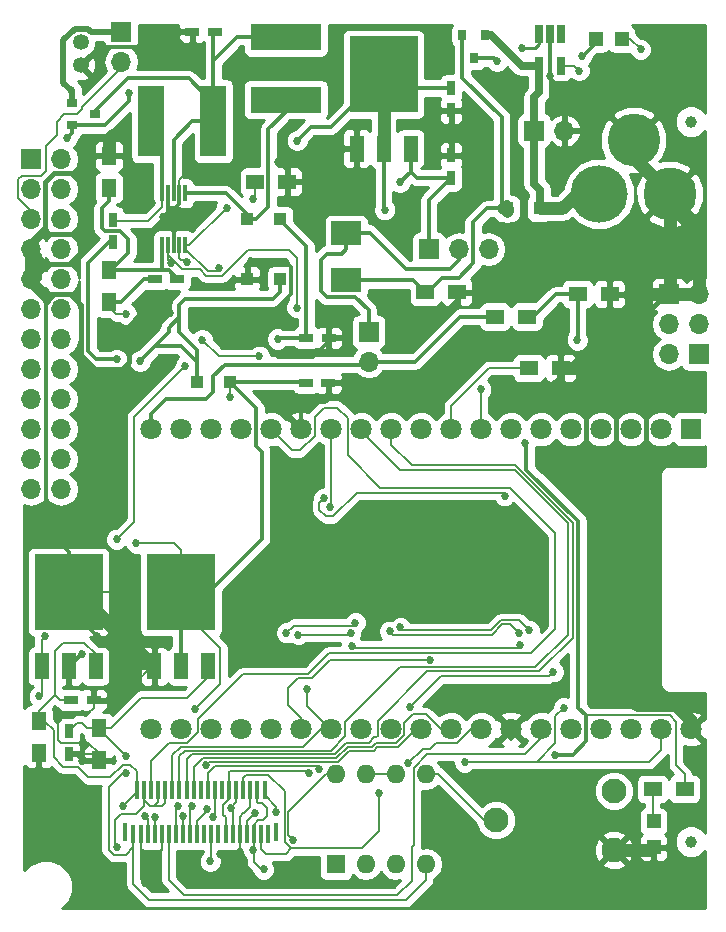
<source format=gtl>
G04 #@! TF.FileFunction,Copper,L1,Top,Signal*
%FSLAX46Y46*%
G04 Gerber Fmt 4.6, Leading zero omitted, Abs format (unit mm)*
G04 Created by KiCad (PCBNEW 4.0.6) date Sunday, June 18, 2017 'PMt' 11:18:16 PM*
%MOMM*%
%LPD*%
G01*
G04 APERTURE LIST*
%ADD10C,0.100000*%
%ADD11R,1.700000X1.700000*%
%ADD12O,1.700000X1.700000*%
%ADD13R,1.800000X1.800000*%
%ADD14C,1.800000*%
%ADD15R,1.600000X1.600000*%
%ADD16O,1.600000X1.600000*%
%ADD17R,0.750000X1.200000*%
%ADD18R,1.200000X0.750000*%
%ADD19R,1.200000X1.200000*%
%ADD20R,2.500000X2.000000*%
%ADD21R,0.400000X1.600000*%
%ADD22R,0.300000X1.600000*%
%ADD23R,2.200000X6.000000*%
%ADD24R,6.000000X2.200000*%
%ADD25R,1.500000X1.300000*%
%ADD26R,1.300000X1.500000*%
%ADD27C,2.100000*%
%ADD28R,0.650000X1.560000*%
%ADD29R,1.200000X2.200000*%
%ADD30R,5.800000X6.400000*%
%ADD31R,2.750000X3.050000*%
%ADD32C,4.450000*%
%ADD33C,4.500000*%
%ADD34C,4.860000*%
%ADD35C,1.000000*%
%ADD36R,1.100000X1.100000*%
%ADD37R,0.300000X1.400000*%
%ADD38C,1.350000*%
%ADD39R,0.900000X0.800000*%
%ADD40R,0.800000X0.900000*%
%ADD41C,0.685800*%
%ADD42C,0.355600*%
%ADD43C,0.152400*%
%ADD44C,0.304800*%
%ADD45C,0.203200*%
%ADD46C,1.066800*%
%ADD47C,0.711200*%
%ADD48C,0.406400*%
%ADD49C,0.254000*%
%ADD50C,0.508000*%
G04 APERTURE END LIST*
D10*
D11*
X50165000Y-85725000D03*
D12*
X52705000Y-85725000D03*
X50165000Y-88265000D03*
X52705000Y-88265000D03*
X50165000Y-90805000D03*
X52705000Y-90805000D03*
X50165000Y-93345000D03*
X52705000Y-93345000D03*
X50165000Y-95885000D03*
X52705000Y-95885000D03*
X50165000Y-98425000D03*
X52705000Y-98425000D03*
X50165000Y-100965000D03*
X52705000Y-100965000D03*
X50165000Y-103505000D03*
X52705000Y-103505000D03*
X50165000Y-106045000D03*
X52705000Y-106045000D03*
X50165000Y-108585000D03*
X52705000Y-108585000D03*
X50165000Y-111125000D03*
X52705000Y-111125000D03*
X50165000Y-113665000D03*
X52705000Y-113665000D03*
D11*
X57785000Y-74930000D03*
D12*
X57785000Y-77470000D03*
D13*
X106045000Y-108585000D03*
D14*
X103505000Y-108585000D03*
X100965000Y-108585000D03*
X98425000Y-108585000D03*
X95885000Y-108585000D03*
X93345000Y-108585000D03*
X90805000Y-108585000D03*
X88265000Y-108585000D03*
X85725000Y-108585000D03*
X83185000Y-108585000D03*
X80645000Y-108585000D03*
X78105000Y-108585000D03*
X75565000Y-108585000D03*
X73025000Y-108585000D03*
X70485000Y-108585000D03*
X67945000Y-108585000D03*
X65405000Y-108585000D03*
X62865000Y-108585000D03*
X60325000Y-108585000D03*
X60325000Y-133985000D03*
X62865000Y-133985000D03*
X65405000Y-133985000D03*
X67945000Y-133985000D03*
X70485000Y-133985000D03*
X73025000Y-133985000D03*
X75565000Y-133985000D03*
X78105000Y-133985000D03*
X80645000Y-133985000D03*
X83185000Y-133985000D03*
X85725000Y-133985000D03*
X88265000Y-133985000D03*
X90805000Y-133985000D03*
X93345000Y-133985000D03*
X95885000Y-133985000D03*
X98425000Y-133985000D03*
X100965000Y-133985000D03*
X103505000Y-133985000D03*
X106045000Y-133985000D03*
D15*
X75970000Y-145400000D03*
D16*
X83590000Y-137780000D03*
X78510000Y-145400000D03*
X81050000Y-137780000D03*
X81050000Y-145400000D03*
X78510000Y-137780000D03*
X83590000Y-145400000D03*
X75970000Y-137780000D03*
D17*
X57094120Y-92745600D03*
X57094120Y-90845600D03*
D18*
X60645000Y-95885000D03*
X62545000Y-95885000D03*
X73430000Y-104660000D03*
X75330000Y-104660000D03*
X73480000Y-100860000D03*
X75380000Y-100860000D03*
D17*
X53340000Y-136078000D03*
X53340000Y-134178000D03*
D18*
X53558400Y-131521200D03*
X55458400Y-131521200D03*
D19*
X100160000Y-75565000D03*
X97960000Y-75565000D03*
D20*
X76835000Y-91980000D03*
X76835000Y-95980000D03*
D11*
X92750000Y-83300000D03*
D12*
X95290000Y-83300000D03*
D11*
X106680000Y-102235000D03*
D12*
X106680000Y-99695000D03*
X106680000Y-97155000D03*
D21*
X58130000Y-142680000D03*
X70930000Y-142680000D03*
D22*
X59130000Y-139130000D03*
X58830000Y-142880000D03*
X59430000Y-142880000D03*
X60030000Y-142880000D03*
X60630000Y-142880000D03*
X61230000Y-142880000D03*
X61830000Y-142880000D03*
X62430000Y-142880000D03*
X63030000Y-142880000D03*
X63630000Y-142880000D03*
X64230000Y-142880000D03*
X64830000Y-142880000D03*
X65430000Y-142880000D03*
X66030000Y-142880000D03*
X66630000Y-142880000D03*
X67230000Y-142880000D03*
X67830000Y-142880000D03*
X68430000Y-142880000D03*
X69030000Y-142880000D03*
X69630000Y-142880000D03*
X70230000Y-142880000D03*
X59730000Y-139130000D03*
X60330000Y-139130000D03*
X60930000Y-139130000D03*
X61530000Y-139130000D03*
X62130000Y-139130000D03*
X62730000Y-139130000D03*
X63330000Y-139130000D03*
X63930000Y-139130000D03*
X64530000Y-139130000D03*
X65130000Y-139130000D03*
X65730000Y-139130000D03*
X66330000Y-139130000D03*
X66930000Y-139130000D03*
X67530000Y-139130000D03*
X68130000Y-139130000D03*
X68730000Y-139130000D03*
X69330000Y-139130000D03*
X69930000Y-139130000D03*
D11*
X78740000Y-100330000D03*
D12*
X78740000Y-102870000D03*
D23*
X65585000Y-82510000D03*
X60285000Y-82510000D03*
D24*
X71715000Y-75385000D03*
X71715000Y-80685000D03*
D25*
X92300000Y-103400000D03*
X95000000Y-103400000D03*
D26*
X50800000Y-133270000D03*
X50800000Y-135970000D03*
X56800000Y-97850000D03*
X56800000Y-95150000D03*
X56750000Y-88150000D03*
X56750000Y-85450000D03*
D25*
X69135000Y-87630000D03*
X71835000Y-87630000D03*
D26*
X55880000Y-136605000D03*
X55880000Y-133905000D03*
D25*
X83536800Y-96977200D03*
X86236800Y-96977200D03*
D27*
X89530000Y-141700000D03*
X99530000Y-139200000D03*
X99530000Y-144200000D03*
D28*
X95050000Y-75100000D03*
X94100000Y-75100000D03*
X93150000Y-75100000D03*
X93150000Y-77800000D03*
X95050000Y-77800000D03*
D29*
X77730000Y-84845000D03*
X80010000Y-84845000D03*
X82290000Y-84845000D03*
D30*
X80010000Y-78545000D03*
D31*
X81535000Y-76870000D03*
X78485000Y-80220000D03*
X78485000Y-76870000D03*
X81535000Y-80220000D03*
D32*
X101185000Y-84100000D03*
D33*
X104225000Y-88650000D03*
D34*
X98270000Y-88650000D03*
D35*
X106045000Y-143510000D03*
X106045000Y-82550000D03*
D36*
X71250000Y-90805000D03*
X68450000Y-90805000D03*
X68450000Y-95885000D03*
X71250000Y-95885000D03*
X64220000Y-104580000D03*
X67020000Y-104580000D03*
X90450000Y-89900000D03*
X93250000Y-89900000D03*
D19*
X102870000Y-141775000D03*
X102870000Y-143975000D03*
D25*
X105490000Y-139065000D03*
X102790000Y-139065000D03*
D37*
X61230000Y-93005000D03*
X61730000Y-93005000D03*
X62230000Y-93005000D03*
X62730000Y-93005000D03*
X63230000Y-93005000D03*
X63230000Y-88605000D03*
X62730000Y-88605000D03*
X62230000Y-88605000D03*
X61730000Y-88605000D03*
X61230000Y-88605000D03*
D38*
X54360000Y-77785000D03*
X54360000Y-75785000D03*
D11*
X83820000Y-93345000D03*
D12*
X86360000Y-93345000D03*
X88900000Y-93345000D03*
D39*
X53610000Y-80965000D03*
X53610000Y-82865000D03*
X55610000Y-81915000D03*
D40*
X88580000Y-75200000D03*
X86680000Y-75200000D03*
X87630000Y-77200000D03*
D29*
X60585000Y-128660000D03*
X62865000Y-128660000D03*
X65145000Y-128660000D03*
D30*
X62865000Y-122360000D03*
D31*
X64390000Y-120685000D03*
X61340000Y-124035000D03*
X61340000Y-120685000D03*
X64390000Y-124035000D03*
D29*
X51060000Y-128660000D03*
X53340000Y-128660000D03*
X55620000Y-128660000D03*
D30*
X53340000Y-122360000D03*
D31*
X54865000Y-120685000D03*
X51815000Y-124035000D03*
X51815000Y-120685000D03*
X54865000Y-124035000D03*
D17*
X85725000Y-87310000D03*
X85725000Y-85410000D03*
X85725000Y-79695000D03*
X85725000Y-81595000D03*
D18*
X65720000Y-74930000D03*
X63820000Y-74930000D03*
D11*
X104140000Y-97155000D03*
D12*
X104140000Y-99695000D03*
X104140000Y-102235000D03*
D25*
X89455000Y-99060000D03*
X92155000Y-99060000D03*
X96440000Y-97155000D03*
X99140000Y-97155000D03*
D41*
X57414160Y-102676960D03*
X59390280Y-102814120D03*
X50840640Y-131206240D03*
X65326260Y-145153380D03*
X57401460Y-117901720D03*
X63235840Y-103235760D03*
X51356260Y-126108460D03*
X71040000Y-100950000D03*
X68981320Y-89062560D03*
X66728340Y-89829640D03*
X66090800Y-94945200D03*
X83759040Y-100126800D03*
X69303900Y-125806200D03*
X71628000Y-123444000D03*
X92773500Y-123253500D03*
X98374200Y-125691900D03*
X69532500Y-120396000D03*
X92468700Y-117614700D03*
X98298000Y-117614700D03*
X70827900Y-121843800D03*
X92925900Y-121081800D03*
X98602800Y-121691400D03*
X66133980Y-144589500D03*
X54462680Y-136667240D03*
X60675520Y-144800320D03*
X71107300Y-85966300D03*
X69311520Y-86045040D03*
X78102460Y-82925920D03*
X59801760Y-147048220D03*
X57749440Y-146994880D03*
X87528400Y-81686400D03*
X58064400Y-123444000D03*
X51308000Y-118364000D03*
X55727600Y-126136400D03*
X54457600Y-127609600D03*
X61925200Y-98755200D03*
X54610000Y-85153500D03*
X54864000Y-89408000D03*
X68783200Y-94386400D03*
X60430000Y-89400000D03*
X61330000Y-90620000D03*
X57180000Y-83590000D03*
X89440000Y-106130000D03*
X94110000Y-78670000D03*
X64074040Y-132242560D03*
X65557400Y-141452600D03*
X67017900Y-105839260D03*
X58237120Y-98849180D03*
X59080400Y-118262400D03*
X53238400Y-83921600D03*
X58440000Y-80140000D03*
X81390000Y-87680000D03*
X72684640Y-84145120D03*
X57420000Y-144000000D03*
X80111600Y-90017600D03*
X91998800Y-109778800D03*
X94488000Y-136144000D03*
X69850000Y-145846800D03*
X68980000Y-144250000D03*
X67080000Y-140620000D03*
X58166000Y-137668000D03*
X58166000Y-136245600D03*
X57972960Y-140467080D03*
X72359520Y-143352520D03*
X89611200Y-77419200D03*
X96570000Y-78230000D03*
X101770000Y-76430000D03*
X96774000Y-77025500D03*
X91694000Y-76327000D03*
X96393000Y-101031040D03*
X77622400Y-124968000D03*
X71780400Y-125831600D03*
X59780000Y-141350000D03*
X83916520Y-128145540D03*
X73710800Y-137718800D03*
X77216000Y-125831600D03*
X72796400Y-125984000D03*
X60640000Y-141430000D03*
X80518000Y-125679200D03*
X91440000Y-125831600D03*
X82250000Y-132120000D03*
X79610000Y-139410000D03*
X94386400Y-129133600D03*
X77304900Y-126964440D03*
X91546680Y-126857760D03*
X86883240Y-136771380D03*
X69113400Y-141099540D03*
X70911720Y-141015720D03*
X95250000Y-132181600D03*
X92354400Y-125628400D03*
X81432400Y-125374400D03*
X73507600Y-130606800D03*
X62640000Y-140530000D03*
X61976000Y-94488000D03*
X88250000Y-105220000D03*
X72660000Y-98300000D03*
X63030000Y-141310000D03*
X69502020Y-102412800D03*
X64648080Y-101003100D03*
X63398400Y-94437200D03*
X63810000Y-140510000D03*
X64950000Y-137020000D03*
X82110000Y-136830000D03*
X65080000Y-140720000D03*
X74550000Y-137350000D03*
X53543200Y-79908400D03*
X75483720Y-115199160D03*
X90251280Y-114218720D03*
X74935080Y-114452400D03*
D42*
X61844400Y-100360000D02*
X61844400Y-100004400D01*
X62730000Y-99118800D02*
X62730000Y-98030000D01*
X61844400Y-100004400D02*
X62730000Y-99118800D01*
X61844400Y-100360000D02*
X60670440Y-101533960D01*
X57094120Y-92745600D02*
X56768960Y-92745600D01*
X56768960Y-92745600D02*
X55006240Y-94508320D01*
X55006240Y-94508320D02*
X55006240Y-102006400D01*
X55006240Y-102006400D02*
X55676800Y-102676960D01*
X55676800Y-102676960D02*
X57414160Y-102676960D01*
X59390280Y-102814120D02*
X60670440Y-101533960D01*
X64220000Y-102934680D02*
X64220000Y-104580000D01*
X60670440Y-101533960D02*
X62819280Y-101533960D01*
X62819280Y-101533960D02*
X64220000Y-102934680D01*
D43*
X57094120Y-92880180D02*
X57094120Y-92745600D01*
D42*
X64220000Y-104580000D02*
X64220000Y-101850000D01*
X62730000Y-100360000D02*
X62730000Y-99420000D01*
X62730000Y-99420000D02*
X62730000Y-98030000D01*
X64220000Y-101850000D02*
X62730000Y-100360000D01*
D44*
X71250000Y-96930000D02*
X71250000Y-95885000D01*
X63230000Y-97530000D02*
X70650000Y-97530000D01*
D42*
X63151180Y-97608820D02*
X63230000Y-97530000D01*
X62730000Y-98030000D02*
X63151180Y-97608820D01*
D44*
X70650000Y-97530000D02*
X71250000Y-96930000D01*
X56850000Y-92750000D02*
X56850000Y-92900000D01*
D43*
X65430000Y-142880000D02*
X65430000Y-145049640D01*
X51060000Y-130986880D02*
X51060000Y-128660000D01*
X50840640Y-131206240D02*
X51060000Y-130986880D01*
X65430000Y-145049640D02*
X65326260Y-145153380D01*
D45*
X57421780Y-117901720D02*
X57401460Y-117901720D01*
X58902600Y-116420900D02*
X57421780Y-117901720D01*
X58902600Y-107569000D02*
X58902600Y-116420900D01*
X63235840Y-103235760D02*
X58902600Y-107569000D01*
X51060000Y-126404720D02*
X51060000Y-128660000D01*
X51356260Y-126108460D02*
X51060000Y-126404720D01*
D44*
X71130000Y-100860000D02*
X73480000Y-100860000D01*
X71040000Y-100950000D02*
X71130000Y-100860000D01*
X71250000Y-90805000D02*
X71250000Y-90860000D01*
X71250000Y-90860000D02*
X73480000Y-93090000D01*
X73480000Y-93090000D02*
X73480000Y-100860000D01*
D43*
X63230000Y-93005000D02*
X63552980Y-93005000D01*
X69135000Y-88908880D02*
X69135000Y-87630000D01*
X68981320Y-89062560D02*
X69135000Y-88908880D01*
X63552980Y-93005000D02*
X66728340Y-89829640D01*
X63230000Y-93005000D02*
X63230000Y-93303600D01*
X63230000Y-93303600D02*
X65125600Y-95199200D01*
X65125600Y-95199200D02*
X65836800Y-95199200D01*
X65836800Y-95199200D02*
X66090800Y-94945200D01*
D44*
X99140000Y-97155000D02*
X104140000Y-97155000D01*
X86236800Y-96977200D02*
X86236800Y-97633800D01*
X83759040Y-100111560D02*
X83759040Y-100126800D01*
X86236800Y-97633800D02*
X83759040Y-100111560D01*
D46*
X99441000Y-126682500D02*
X99364800Y-126682500D01*
X71894700Y-123177300D02*
X71628000Y-123444000D01*
X92697300Y-123177300D02*
X71894700Y-123177300D01*
X92773500Y-123253500D02*
X92697300Y-123177300D01*
X99364800Y-126682500D02*
X98374200Y-125691900D01*
X99441000Y-119024400D02*
X99441000Y-118757700D01*
X72428100Y-117500400D02*
X69532500Y-120396000D01*
X92354400Y-117500400D02*
X72428100Y-117500400D01*
X92468700Y-117614700D02*
X92354400Y-117500400D01*
X99441000Y-118757700D02*
X98298000Y-117614700D01*
X99441000Y-122110500D02*
X99021900Y-122110500D01*
X71704200Y-120967500D02*
X70827900Y-121843800D01*
X92811600Y-120967500D02*
X71704200Y-120967500D01*
X92925900Y-121081800D02*
X92811600Y-120967500D01*
X99021900Y-122110500D02*
X98602800Y-121691400D01*
X58254900Y-126568200D02*
X58493200Y-126568200D01*
X58493200Y-126568200D02*
X60585000Y-128660000D01*
X58254900Y-126568200D02*
X54046700Y-122360000D01*
X54046700Y-122360000D02*
X53340000Y-122360000D01*
X106045000Y-133985000D02*
X106045000Y-133278880D01*
X106045000Y-133278880D02*
X104729280Y-131963160D01*
X99441000Y-112776000D02*
X99441000Y-119024400D01*
X99441000Y-119024400D02*
X99441000Y-122110500D01*
X99441000Y-122110500D02*
X99441000Y-126682500D01*
X99441000Y-126682500D02*
X99441000Y-129921000D01*
X101483160Y-131963160D02*
X99441000Y-129921000D01*
X104729280Y-131963160D02*
X101483160Y-131963160D01*
D43*
X67830000Y-142880000D02*
X67830000Y-144051720D01*
X67292220Y-144589500D02*
X66133980Y-144589500D01*
X67830000Y-144051720D02*
X67292220Y-144589500D01*
X60675520Y-144800320D02*
X60086240Y-144800320D01*
X60086240Y-144800320D02*
X59430000Y-144144080D01*
X59430000Y-144144080D02*
X59430000Y-142880000D01*
X53340000Y-136078000D02*
X53873440Y-136078000D01*
X53873440Y-136078000D02*
X54462680Y-136667240D01*
X61230000Y-144245840D02*
X61230000Y-142880000D01*
X60675520Y-144800320D02*
X61230000Y-144245840D01*
X62730000Y-88605000D02*
X62730000Y-87518620D01*
X71835000Y-86694000D02*
X71835000Y-87630000D01*
X71107300Y-85966300D02*
X71835000Y-86694000D01*
X69024500Y-86332060D02*
X69311520Y-86045040D01*
X63916560Y-86332060D02*
X69024500Y-86332060D01*
X62730000Y-87518620D02*
X63916560Y-86332060D01*
D44*
X77730000Y-83298380D02*
X77730000Y-84845000D01*
X78102460Y-82925920D02*
X77730000Y-83298380D01*
X77730000Y-84845000D02*
X76439920Y-84845000D01*
X73654920Y-87630000D02*
X71835000Y-87630000D01*
X76439920Y-84845000D02*
X73654920Y-87630000D01*
D43*
X59430000Y-142880000D02*
X59430000Y-146676460D01*
X59430000Y-146676460D02*
X59801760Y-147048220D01*
X57749440Y-146994880D02*
X54152800Y-143398240D01*
X54152800Y-143398240D02*
X54152800Y-142849600D01*
X54152800Y-142849600D02*
X50800000Y-139496800D01*
X50800000Y-139496800D02*
X50800000Y-135970000D01*
D42*
X54360000Y-77785000D02*
X54360000Y-77720000D01*
X54360000Y-77720000D02*
X55880000Y-76200000D01*
X61468000Y-74930000D02*
X63820000Y-74930000D01*
X60198000Y-76200000D02*
X61468000Y-74930000D01*
X55880000Y-76200000D02*
X60198000Y-76200000D01*
X87437000Y-81595000D02*
X85725000Y-81595000D01*
X87528400Y-81686400D02*
X87437000Y-81595000D01*
X85725000Y-85410000D02*
X85725000Y-81595000D01*
D45*
X56980400Y-122360000D02*
X53340000Y-122360000D01*
X58064400Y-123444000D02*
X56980400Y-122360000D01*
X51409600Y-118262400D02*
X51409600Y-117043200D01*
X51308000Y-118364000D02*
X51409600Y-118262400D01*
D42*
X53340000Y-128660000D02*
X53407200Y-128660000D01*
X53407200Y-128660000D02*
X54457600Y-127609600D01*
X55727600Y-126136400D02*
X53340000Y-123748800D01*
X53340000Y-123748800D02*
X53340000Y-122360000D01*
X53340000Y-122360000D02*
X53340000Y-118973600D01*
X51409600Y-97815400D02*
X51498500Y-97726500D01*
X51409600Y-117043200D02*
X51409600Y-97815400D01*
X53340000Y-118973600D02*
X51409600Y-117043200D01*
D43*
X54965600Y-130403600D02*
X58674000Y-130403600D01*
X58674000Y-130403600D02*
X60417600Y-128660000D01*
X60417600Y-128660000D02*
X60585000Y-128660000D01*
X53340000Y-128660000D02*
X53340000Y-130048000D01*
X55458400Y-130896400D02*
X55458400Y-131521200D01*
X54965600Y-130403600D02*
X55458400Y-130896400D01*
X53695600Y-130403600D02*
X54965600Y-130403600D01*
X53340000Y-130048000D02*
X53695600Y-130403600D01*
X55880000Y-136605000D02*
X55880000Y-136042400D01*
X55880000Y-136042400D02*
X55016400Y-135178800D01*
X55458400Y-132196800D02*
X55458400Y-131521200D01*
X55016400Y-132638800D02*
X55458400Y-132196800D01*
X53238400Y-132638800D02*
X55016400Y-132638800D01*
X52425600Y-133451600D02*
X53238400Y-132638800D01*
X52425600Y-134874000D02*
X52425600Y-133451600D01*
X52730400Y-135178800D02*
X52425600Y-134874000D01*
X55016400Y-135178800D02*
X52730400Y-135178800D01*
X53340000Y-136078000D02*
X55353000Y-136078000D01*
X55353000Y-136078000D02*
X55880000Y-136605000D01*
D46*
X104225000Y-89894500D02*
X104225000Y-88650000D01*
X99530000Y-144200000D02*
X102645000Y-144200000D01*
X102645000Y-144200000D02*
X102870000Y-143975000D01*
D47*
X51498500Y-97726500D02*
X51498500Y-97663000D01*
X51498500Y-97663000D02*
X50165000Y-96329500D01*
X50165000Y-96329500D02*
X50165000Y-95885000D01*
D48*
X51498500Y-97726500D02*
X52070000Y-97155000D01*
X51409600Y-96875600D02*
X51409600Y-96939100D01*
D42*
X50419000Y-95885000D02*
X51409600Y-96875600D01*
D48*
X51409600Y-96939100D02*
X51625500Y-97155000D01*
X51625500Y-97155000D02*
X52070000Y-97155000D01*
X59486800Y-98755200D02*
X61925200Y-98755200D01*
X52070000Y-97155000D02*
X53467000Y-97155000D01*
X53467000Y-97155000D02*
X54356000Y-98044000D01*
X54356000Y-98044000D02*
X54356000Y-102298500D01*
X54356000Y-102298500D02*
X55562500Y-103505000D01*
X55562500Y-103505000D02*
X57848500Y-103505000D01*
X57848500Y-103505000D02*
X58420000Y-102933500D01*
X58420000Y-102933500D02*
X58420000Y-99822000D01*
X58420000Y-99822000D02*
X59486800Y-98755200D01*
D47*
X50165000Y-95885000D02*
X50673000Y-95885000D01*
X50673000Y-95885000D02*
X50736500Y-95821500D01*
X50736500Y-95821500D02*
X50736500Y-93916500D01*
X50736500Y-93916500D02*
X50165000Y-93345000D01*
X50165000Y-95885000D02*
X50165000Y-95250000D01*
X50165000Y-95250000D02*
X50736500Y-94678500D01*
X50736500Y-94678500D02*
X51498500Y-94678500D01*
D48*
X50165000Y-93345000D02*
X50165000Y-93789500D01*
X50165000Y-93789500D02*
X51054000Y-94678500D01*
X51498500Y-94678500D02*
X51054000Y-94678500D01*
X51054000Y-94678500D02*
X50165000Y-94678500D01*
X49974500Y-94615000D02*
X50165000Y-94615000D01*
X50101500Y-94615000D02*
X49974500Y-94615000D01*
X50165000Y-94678500D02*
X50101500Y-94615000D01*
X50165000Y-93345000D02*
X51498500Y-94678500D01*
X51498500Y-94678500D02*
X51530250Y-94710250D01*
X51530250Y-94710250D02*
X51625500Y-94615000D01*
X50165000Y-95885000D02*
X50355500Y-95885000D01*
X50355500Y-95885000D02*
X51625500Y-94615000D01*
X54864000Y-93154500D02*
X54864000Y-90805000D01*
X51625500Y-94615000D02*
X53403500Y-94615000D01*
X53403500Y-94615000D02*
X54864000Y-93154500D01*
X50165000Y-93345000D02*
X50165000Y-92646500D01*
X50165000Y-92646500D02*
X51371500Y-91440000D01*
X54610000Y-86042500D02*
X54610000Y-85153500D01*
X53721000Y-86931500D02*
X54610000Y-86042500D01*
X52070000Y-86931500D02*
X53721000Y-86931500D01*
X51371500Y-87630000D02*
X52070000Y-86931500D01*
X51371500Y-91440000D02*
X51371500Y-87630000D01*
X50165000Y-93345000D02*
X50165000Y-93091000D01*
X50165000Y-93091000D02*
X51181000Y-92075000D01*
X54864000Y-90805000D02*
X54864000Y-89408000D01*
X53594000Y-92075000D02*
X54864000Y-90805000D01*
X51181000Y-92075000D02*
X53594000Y-92075000D01*
X97155000Y-106553000D02*
X97155000Y-109855000D01*
X99441000Y-112141000D02*
X99441000Y-112776000D01*
X97155000Y-109855000D02*
X99441000Y-112141000D01*
X99695000Y-104648000D02*
X100457000Y-104648000D01*
X100457000Y-104648000D02*
X102235000Y-106426000D01*
X102235000Y-106426000D02*
X102235000Y-109982000D01*
X102235000Y-109982000D02*
X99441000Y-112776000D01*
X104140000Y-97155000D02*
X103886000Y-97155000D01*
X103886000Y-97155000D02*
X99695000Y-101346000D01*
X99695000Y-101346000D02*
X99695000Y-104648000D01*
X99695000Y-104648000D02*
X99695000Y-107061000D01*
X99187000Y-106553000D02*
X99187000Y-106447000D01*
X99187000Y-106447000D02*
X96140000Y-103400000D01*
X97155000Y-106553000D02*
X99187000Y-106553000D01*
X99695000Y-112522000D02*
X99441000Y-112776000D01*
X99695000Y-107061000D02*
X99695000Y-112522000D01*
X99187000Y-106553000D02*
X99695000Y-107061000D01*
X95000000Y-103400000D02*
X95000000Y-104398000D01*
X95000000Y-104398000D02*
X97155000Y-106553000D01*
D42*
X75380000Y-100860000D02*
X75380000Y-101150000D01*
X75380000Y-101150000D02*
X74066400Y-102463600D01*
X68834000Y-94437200D02*
X68783200Y-94386400D01*
X71729600Y-94437200D02*
X68834000Y-94437200D01*
X72186800Y-94894400D02*
X71729600Y-94437200D01*
X72186800Y-97129600D02*
X72186800Y-94894400D01*
X69748400Y-99568000D02*
X72186800Y-97129600D01*
X69748400Y-101142800D02*
X69748400Y-99568000D01*
X71069200Y-102463600D02*
X69748400Y-101142800D01*
X74066400Y-102463600D02*
X71069200Y-102463600D01*
X50165000Y-95885000D02*
X50419000Y-95885000D01*
X68450000Y-94719600D02*
X68450000Y-95885000D01*
X68783200Y-94386400D02*
X68450000Y-94719600D01*
D46*
X50165000Y-95885000D02*
X50165000Y-94615000D01*
X50165000Y-94615000D02*
X50165000Y-93345000D01*
D42*
X75380000Y-104610000D02*
X75330000Y-104660000D01*
X73025000Y-108585000D02*
X73025000Y-106959400D01*
X75330000Y-106076800D02*
X75330000Y-104660000D01*
X75082400Y-106324400D02*
X75330000Y-106076800D01*
X73660000Y-106324400D02*
X75082400Y-106324400D01*
X73025000Y-106959400D02*
X73660000Y-106324400D01*
D44*
X61730000Y-88605000D02*
X61730000Y-90220000D01*
X58130000Y-85450000D02*
X56750000Y-85450000D01*
X59800000Y-87120000D02*
X58130000Y-85450000D01*
X59800000Y-88770000D02*
X59800000Y-87120000D01*
X60430000Y-89400000D02*
X59800000Y-88770000D01*
X61730000Y-90220000D02*
X61330000Y-90620000D01*
D46*
X56750000Y-84020000D02*
X56750000Y-85450000D01*
X57180000Y-83590000D02*
X56750000Y-84020000D01*
D42*
X90805000Y-133985000D02*
X90805000Y-134775000D01*
D47*
X95000000Y-104320000D02*
X95000000Y-103400000D01*
X94100000Y-105220000D02*
X95000000Y-104320000D01*
X90350000Y-105220000D02*
X94100000Y-105220000D01*
X89440000Y-106130000D02*
X90350000Y-105220000D01*
D44*
X62230000Y-93005000D02*
X62230000Y-90040000D01*
X62230000Y-90040000D02*
X62370000Y-89900000D01*
D46*
X104225000Y-88650000D02*
X104225000Y-89535000D01*
X104225000Y-89535000D02*
X106680000Y-91990000D01*
X106680000Y-91990000D02*
X106680000Y-97155000D01*
X104225000Y-88650000D02*
X104225000Y-97070000D01*
X104225000Y-97070000D02*
X104140000Y-97155000D01*
X95000000Y-103400000D02*
X96140000Y-103400000D01*
X102385000Y-97155000D02*
X104140000Y-97155000D01*
X96140000Y-103400000D02*
X102385000Y-97155000D01*
X106680000Y-97155000D02*
X104140000Y-97155000D01*
X101185000Y-84100000D02*
X101185000Y-85610000D01*
X101185000Y-85610000D02*
X104225000Y-88650000D01*
D44*
X61730000Y-88605000D02*
X61730000Y-89790000D01*
X62730000Y-89540000D02*
X62730000Y-88605000D01*
X62370000Y-89900000D02*
X62730000Y-89540000D01*
X61840000Y-89900000D02*
X62370000Y-89900000D01*
X61730000Y-89790000D02*
X61840000Y-89900000D01*
X94100000Y-75100000D02*
X94100000Y-78660000D01*
X94100000Y-78660000D02*
X94110000Y-78670000D01*
D43*
X90805000Y-133985000D02*
X90805000Y-134435000D01*
X106045000Y-133395000D02*
X106045000Y-133985000D01*
X68730000Y-139130000D02*
X68730000Y-140580000D01*
X68730000Y-140580000D02*
X68230000Y-141080000D01*
X68230000Y-141080000D02*
X68130000Y-141080000D01*
X68130000Y-141080000D02*
X67830000Y-141380000D01*
X67830000Y-141380000D02*
X67830000Y-142880000D01*
X65730000Y-139130000D02*
X65730000Y-141280000D01*
X66192400Y-127101600D02*
X62865000Y-123774200D01*
X66192400Y-130124200D02*
X66192400Y-127101600D01*
X64074040Y-132242560D02*
X66192400Y-130124200D01*
X65730000Y-141280000D02*
X65557400Y-141452600D01*
X62865000Y-123774200D02*
X62865000Y-122360000D01*
D45*
X56800000Y-97850000D02*
X56800000Y-98275660D01*
X56800000Y-98275660D02*
X57373520Y-98849180D01*
X67020000Y-105837160D02*
X67020000Y-104580000D01*
X67017900Y-105839260D02*
X67020000Y-105837160D01*
X57373520Y-98849180D02*
X58237120Y-98849180D01*
X62865000Y-122360000D02*
X62865000Y-118846600D01*
X62280800Y-118262400D02*
X59080400Y-118262400D01*
X62865000Y-118846600D02*
X62280800Y-118262400D01*
D42*
X62865000Y-128660000D02*
X62865000Y-122360000D01*
X67020000Y-104580000D02*
X67020000Y-104612000D01*
X67020000Y-104612000D02*
X69240400Y-106832400D01*
X69697600Y-117856000D02*
X65193600Y-122360000D01*
X69697600Y-110490000D02*
X69697600Y-117856000D01*
X69240400Y-110032800D02*
X69697600Y-110490000D01*
X69240400Y-106832400D02*
X69240400Y-110032800D01*
X65193600Y-122360000D02*
X62865000Y-122360000D01*
D43*
X62865000Y-121386600D02*
X62865000Y-122360000D01*
D44*
X60645000Y-95885000D02*
X60645000Y-95905000D01*
X56800000Y-97850000D02*
X57760000Y-97850000D01*
X59725000Y-95885000D02*
X60645000Y-95885000D01*
X57760000Y-97850000D02*
X59725000Y-95885000D01*
D42*
X67020000Y-104580000D02*
X73350000Y-104580000D01*
X73350000Y-104580000D02*
X73430000Y-104660000D01*
X67020000Y-104580000D02*
X67150000Y-104580000D01*
X85725000Y-87310000D02*
X82820000Y-87310000D01*
X82820000Y-87310000D02*
X82290000Y-86780000D01*
X83820000Y-93345000D02*
X83820000Y-89215000D01*
X83820000Y-89215000D02*
X85725000Y-87310000D01*
X53610000Y-82865000D02*
X53610000Y-83550000D01*
X53610000Y-83550000D02*
X53238400Y-83921600D01*
X53610000Y-82865000D02*
X53645000Y-82865000D01*
D44*
X53610000Y-82865000D02*
X56415000Y-82865000D01*
X56415000Y-82865000D02*
X58440000Y-80840000D01*
X58440000Y-80840000D02*
X58440000Y-80140000D01*
X81390000Y-87680000D02*
X82290000Y-86780000D01*
X82290000Y-86780000D02*
X82290000Y-84845000D01*
D43*
X67230000Y-142880000D02*
X67230000Y-140770000D01*
X67230000Y-140770000D02*
X67080000Y-140620000D01*
X60930000Y-139130000D02*
X60930000Y-140121160D01*
X60538360Y-140512800D02*
X60228480Y-140512800D01*
X60930000Y-140121160D02*
X60538360Y-140512800D01*
X61530000Y-139130000D02*
X61530000Y-140217120D01*
X59730000Y-140014320D02*
X59730000Y-139130000D01*
X60228480Y-140512800D02*
X59730000Y-140014320D01*
X61234320Y-140512800D02*
X60228480Y-140512800D01*
X61530000Y-140217120D02*
X61234320Y-140512800D01*
D44*
X72684640Y-84145120D02*
X73822560Y-83007200D01*
X73822560Y-83007200D02*
X75547800Y-83007200D01*
X75547800Y-83007200D02*
X80010000Y-78545000D01*
D42*
X85725000Y-79695000D02*
X81160000Y-79695000D01*
X81160000Y-79695000D02*
X80010000Y-78545000D01*
D43*
X97110550Y-132822950D02*
X104247950Y-132822950D01*
X105490000Y-137748000D02*
X105490000Y-139065000D01*
X104775000Y-137033000D02*
X105490000Y-137748000D01*
X104775000Y-133350000D02*
X104775000Y-137033000D01*
X104247950Y-132822950D02*
X104775000Y-133350000D01*
X59730000Y-139130000D02*
X59730000Y-140500000D01*
X57230000Y-143810000D02*
X57420000Y-144000000D01*
X57230000Y-141680000D02*
X57230000Y-143810000D01*
X57740000Y-141170000D02*
X57230000Y-141680000D01*
X59060000Y-141170000D02*
X57740000Y-141170000D01*
X59730000Y-140500000D02*
X59060000Y-141170000D01*
D42*
X80010000Y-89916000D02*
X80010000Y-84845000D01*
X80010000Y-89916000D02*
X80111600Y-90017600D01*
X91998800Y-109778800D02*
X92100400Y-109880400D01*
X92100400Y-109880400D02*
X92100400Y-112014000D01*
X92100400Y-112014000D02*
X96469200Y-116382800D01*
X96469200Y-116382800D02*
X96469200Y-132181600D01*
X96469200Y-132181600D02*
X97110550Y-132822950D01*
X97110550Y-132822950D02*
X97129600Y-132842000D01*
X97129600Y-132842000D02*
X97129600Y-135026400D01*
X97129600Y-135026400D02*
X96012000Y-136144000D01*
X96012000Y-136144000D02*
X94488000Y-136144000D01*
D43*
X69030000Y-142880000D02*
X69030000Y-145230000D01*
X69030000Y-145230000D02*
X69646800Y-145846800D01*
X69646800Y-145846800D02*
X69850000Y-145846800D01*
D44*
X80010000Y-84845000D02*
X80010000Y-84180000D01*
D46*
X80010000Y-84845000D02*
X80010000Y-78545000D01*
D43*
X69030000Y-142880000D02*
X69030000Y-142060000D01*
X69330000Y-140170000D02*
X69330000Y-139130000D01*
X69360000Y-140200000D02*
X69330000Y-140170000D01*
X69700000Y-140200000D02*
X69360000Y-140200000D01*
X70160000Y-140660000D02*
X69700000Y-140200000D01*
X70160000Y-141310000D02*
X70160000Y-140660000D01*
X69770000Y-141700000D02*
X70160000Y-141310000D01*
X69390000Y-141700000D02*
X69770000Y-141700000D01*
X69030000Y-142060000D02*
X69390000Y-141700000D01*
X67530000Y-139130000D02*
X67530000Y-140170000D01*
X69030000Y-144200000D02*
X69030000Y-142880000D01*
X68980000Y-144250000D02*
X69030000Y-144200000D01*
X67530000Y-140170000D02*
X67080000Y-140620000D01*
X83590000Y-145400000D02*
X83590000Y-146737200D01*
X58830000Y-147120400D02*
X58830000Y-142880000D01*
X60147200Y-148437600D02*
X58830000Y-147120400D01*
X81889600Y-148437600D02*
X60147200Y-148437600D01*
X83590000Y-146737200D02*
X81889600Y-148437600D01*
X58830000Y-142880000D02*
X58830000Y-143963600D01*
X58830000Y-143963600D02*
X58166000Y-144627600D01*
X58166000Y-144627600D02*
X57150000Y-144627600D01*
X57150000Y-144627600D02*
X56743600Y-144221200D01*
X56743600Y-144221200D02*
X56743600Y-138887200D01*
X56743600Y-138887200D02*
X57962800Y-137668000D01*
X57962800Y-137668000D02*
X58166000Y-137668000D01*
X58166000Y-136245600D02*
X55880000Y-133959600D01*
X55880000Y-133959600D02*
X55880000Y-133905000D01*
X54457600Y-133451600D02*
X54066400Y-133451600D01*
X54066400Y-133451600D02*
X53340000Y-134178000D01*
X54911000Y-133905000D02*
X55880000Y-133905000D01*
X54457600Y-133451600D02*
X54911000Y-133905000D01*
X53340000Y-134178000D02*
X53340000Y-134264400D01*
X65145000Y-128660000D02*
X65145000Y-129571400D01*
X65145000Y-129571400D02*
X63398400Y-131318000D01*
X63398400Y-131318000D02*
X59486800Y-131318000D01*
X59486800Y-131318000D02*
X56899800Y-133905000D01*
X56899800Y-133905000D02*
X55880000Y-133905000D01*
X55607000Y-134178000D02*
X55880000Y-133905000D01*
D44*
X83590000Y-145400000D02*
X83590000Y-146040000D01*
D43*
X83590000Y-145400000D02*
X83590000Y-145750000D01*
X75970000Y-137780000D02*
X75132960Y-137780000D01*
X57972960Y-140467080D02*
X59130000Y-139310040D01*
X71953120Y-142946120D02*
X72359520Y-143352520D01*
X71953120Y-140959840D02*
X71953120Y-142946120D01*
X75132960Y-137780000D02*
X71953120Y-140959840D01*
X59130000Y-139310040D02*
X59130000Y-139130000D01*
X50800000Y-133270000D02*
X51278800Y-133270000D01*
X51278800Y-133270000D02*
X52070000Y-134061200D01*
X59130000Y-137565200D02*
X59130000Y-139130000D01*
X58572400Y-137007600D02*
X59130000Y-137565200D01*
X57912000Y-137007600D02*
X58572400Y-137007600D01*
X56845200Y-138074400D02*
X57912000Y-137007600D01*
X55016400Y-138074400D02*
X56845200Y-138074400D01*
X54102000Y-137160000D02*
X55016400Y-138074400D01*
X52882800Y-137160000D02*
X54102000Y-137160000D01*
X52070000Y-136347200D02*
X52882800Y-137160000D01*
X52070000Y-134061200D02*
X52070000Y-136347200D01*
X50800000Y-133270000D02*
X50923200Y-133270000D01*
X53558400Y-131521200D02*
X52628800Y-131521200D01*
X52628800Y-131521200D02*
X52171600Y-131064000D01*
X50800000Y-133270000D02*
X50800000Y-132435600D01*
X54660800Y-126695200D02*
X55620000Y-127654400D01*
X52882800Y-126695200D02*
X54660800Y-126695200D01*
X52171600Y-127406400D02*
X52882800Y-126695200D01*
X52171600Y-131064000D02*
X52171600Y-127406400D01*
X50800000Y-132435600D02*
X52171600Y-131064000D01*
X55620000Y-127654400D02*
X55620000Y-128660000D01*
D44*
X89392000Y-77200000D02*
X87630000Y-77200000D01*
X89611200Y-77419200D02*
X89392000Y-77200000D01*
X87630000Y-77200000D02*
X87590000Y-77200000D01*
D43*
X96140000Y-77800000D02*
X95050000Y-77800000D01*
X96570000Y-78230000D02*
X96140000Y-77800000D01*
D44*
X68450000Y-90805000D02*
X69230240Y-90805000D01*
X70256400Y-83149440D02*
X71715000Y-81690840D01*
X70256400Y-89778840D02*
X70256400Y-83149440D01*
X69230240Y-90805000D02*
X70256400Y-89778840D01*
X71715000Y-81690840D02*
X71715000Y-80685000D01*
X71715000Y-80685000D02*
X69645000Y-80685000D01*
X68450000Y-90805000D02*
X68450000Y-90400000D01*
X68450000Y-90400000D02*
X66655000Y-88605000D01*
X66655000Y-88605000D02*
X63230000Y-88605000D01*
D43*
X100160000Y-75565000D02*
X100905000Y-75565000D01*
X100905000Y-75565000D02*
X101770000Y-76430000D01*
D49*
X93150000Y-75100000D02*
X93150000Y-76014000D01*
X96774000Y-77025500D02*
X97960000Y-75839500D01*
X92837000Y-76327000D02*
X91694000Y-76327000D01*
X93150000Y-76014000D02*
X92837000Y-76327000D01*
X97960000Y-75839500D02*
X97960000Y-75565000D01*
D42*
X86680000Y-75200000D02*
X86680000Y-78856800D01*
X90017600Y-82194400D02*
X90017600Y-89467600D01*
X86680000Y-78856800D02*
X90017600Y-82194400D01*
X90017600Y-89467600D02*
X90450000Y-89900000D01*
X83536800Y-96977200D02*
X83769200Y-96977200D01*
X83769200Y-96977200D02*
X84988400Y-95758000D01*
X88763600Y-89900000D02*
X90450000Y-89900000D01*
X87579200Y-91084400D02*
X88763600Y-89900000D01*
X87579200Y-94538800D02*
X87579200Y-91084400D01*
X86360000Y-95758000D02*
X87579200Y-94538800D01*
X84988400Y-95758000D02*
X86360000Y-95758000D01*
X76835000Y-95980000D02*
X82539600Y-95980000D01*
X82539600Y-95980000D02*
X83536800Y-96977200D01*
D46*
X90450000Y-89900000D02*
X90450000Y-90085500D01*
X90450000Y-89900000D02*
X90122500Y-89900000D01*
D47*
X90450000Y-89561000D02*
X90450000Y-89900000D01*
D44*
X86680000Y-75200000D02*
X86610000Y-75200000D01*
D46*
X93250000Y-89900000D02*
X95139000Y-89900000D01*
X95139000Y-89900000D02*
X96389000Y-88650000D01*
X96389000Y-88650000D02*
X98270000Y-88650000D01*
D47*
X93250000Y-89900000D02*
X93250000Y-88297000D01*
X92750000Y-87797000D02*
X92750000Y-83300000D01*
X93250000Y-88297000D02*
X92750000Y-87797000D01*
X93150000Y-77800000D02*
X93150000Y-80078000D01*
X93150000Y-80078000D02*
X92750000Y-80478000D01*
X92750000Y-80478000D02*
X92750000Y-83300000D01*
X88580000Y-75200000D02*
X89106500Y-75200000D01*
X91706500Y-77800000D02*
X93150000Y-77800000D01*
X89106500Y-75200000D02*
X91706500Y-77800000D01*
D46*
X97020000Y-89900000D02*
X98270000Y-88650000D01*
D44*
X96440000Y-97155000D02*
X96440000Y-100984040D01*
X96440000Y-100984040D02*
X96393000Y-101031040D01*
X92155000Y-99060000D02*
X92679520Y-99060000D01*
X92679520Y-99060000D02*
X94584520Y-97155000D01*
X94584520Y-97155000D02*
X96440000Y-97155000D01*
D43*
X77622400Y-124968000D02*
X77368400Y-125222000D01*
X77368400Y-125222000D02*
X72390000Y-125222000D01*
X72390000Y-125222000D02*
X71780400Y-125831600D01*
X60030000Y-142880000D02*
X60030000Y-141600000D01*
X60030000Y-141600000D02*
X59780000Y-141350000D01*
X73025000Y-133070600D02*
X73025000Y-133985000D01*
X71932800Y-131978400D02*
X73025000Y-133070600D01*
X71932800Y-130530600D02*
X71932800Y-131978400D01*
X72801480Y-129661920D02*
X71932800Y-130530600D01*
X73914000Y-129661920D02*
X72801480Y-129661920D01*
X75438000Y-128137920D02*
X73914000Y-129661920D01*
X83908900Y-128137920D02*
X75438000Y-128137920D01*
X83916520Y-128145540D02*
X83908900Y-128137920D01*
X66930000Y-137641600D02*
X66930000Y-139130000D01*
X67005200Y-137566400D02*
X66930000Y-137641600D01*
X73558400Y-137566400D02*
X67005200Y-137566400D01*
X73710800Y-137718800D02*
X73558400Y-137566400D01*
X66930000Y-139130000D02*
X66930000Y-139927600D01*
X66930000Y-139927600D02*
X66446400Y-140411200D01*
X66630000Y-141407600D02*
X66630000Y-142880000D01*
X66446400Y-141224000D02*
X66630000Y-141407600D01*
X66446400Y-140411200D02*
X66446400Y-141224000D01*
X73025000Y-133985000D02*
X72205000Y-133985000D01*
X66930000Y-139130000D02*
X66930000Y-139910000D01*
X72288400Y-110388400D02*
X72915780Y-110388400D01*
X76969620Y-110802420D02*
X79705200Y-113538000D01*
X76969620Y-107647740D02*
X76969620Y-110802420D01*
X76078080Y-106756200D02*
X76969620Y-107647740D01*
X74957940Y-106756200D02*
X76078080Y-106756200D01*
X74180700Y-107533440D02*
X74957940Y-106756200D01*
X74180700Y-109123480D02*
X74180700Y-107533440D01*
X72915780Y-110388400D02*
X74180700Y-109123480D01*
X70485000Y-108585000D02*
X72288400Y-110388400D01*
X60330000Y-136672400D02*
X60330000Y-139130000D01*
X79705200Y-113538000D02*
X90678000Y-113538000D01*
X90678000Y-113538000D02*
X94538798Y-117398798D01*
X94538798Y-117398798D02*
X94538798Y-125526800D01*
X94538798Y-125526800D02*
X92506798Y-127558800D01*
X92506798Y-127558800D02*
X75414798Y-127558800D01*
X75414798Y-127558800D02*
X73636798Y-129336800D01*
X73636798Y-129336800D02*
X68072000Y-129336800D01*
X68072000Y-129336800D02*
X64262000Y-133146800D01*
X64262000Y-133146800D02*
X64262000Y-134264400D01*
X64262000Y-134264400D02*
X63347600Y-135178800D01*
X63347600Y-135178800D02*
X61823600Y-135178800D01*
X61823600Y-135178800D02*
X60330000Y-136672400D01*
X70485000Y-108585000D02*
X70485000Y-109347000D01*
X77216000Y-125831600D02*
X77063600Y-125984000D01*
X77063600Y-125984000D02*
X72796400Y-125984000D01*
X60630000Y-142880000D02*
X60630000Y-141440000D01*
X60630000Y-141440000D02*
X60640000Y-141430000D01*
X80518000Y-125679200D02*
X80822798Y-125983998D01*
X80822798Y-125983998D02*
X89154002Y-125983998D01*
X89154002Y-125983998D02*
X90017600Y-125120400D01*
X90017600Y-125120400D02*
X90728800Y-125120400D01*
X90728800Y-125120400D02*
X91440000Y-125831600D01*
X69630000Y-142880000D02*
X69630000Y-144130740D01*
X71719440Y-144551400D02*
X72184260Y-144086580D01*
X70050660Y-144551400D02*
X71719440Y-144551400D01*
X69630000Y-144130740D02*
X70050660Y-144551400D01*
X68130000Y-139130000D02*
X68130000Y-138090060D01*
X82250000Y-132120000D02*
X84858400Y-129511600D01*
X79610000Y-142619680D02*
X79610000Y-139410000D01*
X78143100Y-144086580D02*
X79610000Y-142619680D01*
X72184260Y-144086580D02*
X78143100Y-144086580D01*
X71622920Y-143525240D02*
X72184260Y-144086580D01*
X71622920Y-139252960D02*
X71622920Y-143525240D01*
X70241162Y-137871202D02*
X71622920Y-139252960D01*
X68348858Y-137871202D02*
X70241162Y-137871202D01*
X68130000Y-138090060D02*
X68348858Y-137871202D01*
X84858400Y-129511600D02*
X94008400Y-129511600D01*
X94008400Y-129511600D02*
X94386400Y-129133600D01*
X84858400Y-129511600D02*
X84890000Y-129480000D01*
X77304900Y-126964440D02*
X77411580Y-127071120D01*
X77411580Y-127071120D02*
X91333320Y-127071120D01*
X91333320Y-127071120D02*
X91546680Y-126857760D01*
X61830000Y-142880000D02*
X61830000Y-146767600D01*
X91998800Y-136093200D02*
X93345000Y-134747000D01*
X83718400Y-136093200D02*
X91998800Y-136093200D01*
X82550000Y-137261600D02*
X83718400Y-136093200D01*
X82550000Y-143814800D02*
X82550000Y-137261600D01*
X82397600Y-143967200D02*
X82550000Y-143814800D01*
X82397600Y-146812000D02*
X82397600Y-143967200D01*
X81178400Y-148031200D02*
X82397600Y-146812000D01*
X63093600Y-148031200D02*
X81178400Y-148031200D01*
X61830000Y-146767600D02*
X63093600Y-148031200D01*
X93345000Y-134747000D02*
X93345000Y-133985000D01*
X86894620Y-136760000D02*
X86870000Y-136760000D01*
X86883240Y-136771380D02*
X86894620Y-136760000D01*
X69930000Y-139130000D02*
X69930000Y-139584420D01*
X69930000Y-139584420D02*
X70911720Y-140566140D01*
X68430000Y-141782940D02*
X68430000Y-142880000D01*
X69113400Y-141099540D02*
X68430000Y-141782940D01*
X70911720Y-140566140D02*
X70911720Y-141015720D01*
X94538800Y-134924800D02*
X94538800Y-135178800D01*
X95250000Y-132181600D02*
X94538800Y-132892800D01*
X94538800Y-132892800D02*
X94538800Y-134924800D01*
X94538800Y-135178800D02*
X92957600Y-136760000D01*
X92957600Y-136760000D02*
X86870000Y-136760000D01*
X91490800Y-124764800D02*
X92354400Y-125628400D01*
X89942144Y-124764800D02*
X91490800Y-124764800D01*
X89078544Y-125628400D02*
X89942144Y-124764800D01*
X81686400Y-125628400D02*
X89078544Y-125628400D01*
X81432400Y-125374400D02*
X81686400Y-125628400D01*
X103505000Y-133985000D02*
X103505000Y-135775000D01*
X103505000Y-135775000D02*
X102520000Y-136760000D01*
X102520000Y-136760000D02*
X86870000Y-136760000D01*
X103505000Y-133985000D02*
X102745000Y-133985000D01*
X69930000Y-139600000D02*
X69930000Y-139130000D01*
X73558400Y-132029200D02*
X75514200Y-133985000D01*
X73558400Y-130657600D02*
X73558400Y-132029200D01*
X73507600Y-130606800D02*
X73558400Y-130657600D01*
X75514200Y-133985000D02*
X75565000Y-133985000D01*
X62130000Y-139130000D02*
X62130000Y-136200000D01*
X73185198Y-135494802D02*
X74695000Y-133985000D01*
X62835198Y-135494802D02*
X73185198Y-135494802D01*
X62130000Y-136200000D02*
X62835198Y-135494802D01*
X74695000Y-133985000D02*
X75565000Y-133985000D01*
X75565000Y-133985000D02*
X75565000Y-133995000D01*
X62430000Y-140740000D02*
X62430000Y-142880000D01*
X62640000Y-140530000D02*
X62430000Y-140740000D01*
X78105000Y-108585000D02*
X78105000Y-108737400D01*
X78105000Y-108737400D02*
X81432400Y-112064800D01*
X81381600Y-128727200D02*
X76770000Y-133338800D01*
X92862400Y-128727200D02*
X81381600Y-128727200D01*
X95605600Y-125984000D02*
X92862400Y-128727200D01*
X95605600Y-116559856D02*
X95605600Y-125984000D01*
X91110544Y-112064800D02*
X95605600Y-116559856D01*
X81432400Y-112064800D02*
X91110544Y-112064800D01*
X62730000Y-139130000D02*
X62730000Y-136280000D01*
X76770000Y-134580000D02*
X76770000Y-133338800D01*
X75550396Y-135799604D02*
X76770000Y-134580000D01*
X63210396Y-135799604D02*
X75550396Y-135799604D01*
X62730000Y-136280000D02*
X63210396Y-135799604D01*
X61976000Y-94488000D02*
X61730000Y-94242000D01*
X61730000Y-94242000D02*
X61730000Y-93005000D01*
X61730000Y-93005000D02*
X61730000Y-93850000D01*
X88265000Y-105235000D02*
X88265000Y-108585000D01*
X88250000Y-105220000D02*
X88265000Y-105235000D01*
X72660000Y-94130000D02*
X72660000Y-98300000D01*
X71960000Y-93430000D02*
X72660000Y-94130000D01*
X68500000Y-93430000D02*
X71960000Y-93430000D01*
X66340000Y-95590000D02*
X68500000Y-93430000D01*
X64980000Y-95590000D02*
X66340000Y-95590000D01*
X64440000Y-95050000D02*
X64980000Y-95590000D01*
X62930000Y-95050000D02*
X64440000Y-95050000D01*
X61730000Y-93850000D02*
X62930000Y-95050000D01*
X63030000Y-141310000D02*
X63030000Y-142880000D01*
X66057780Y-102412800D02*
X69502020Y-102412800D01*
X64648080Y-101003100D02*
X66057780Y-102412800D01*
X85725000Y-108013500D02*
X85725000Y-108585000D01*
X63398400Y-94437200D02*
X63195200Y-94234000D01*
X63195200Y-94234000D02*
X62890400Y-94234000D01*
X62890400Y-94234000D02*
X62730000Y-94073600D01*
X62730000Y-94073600D02*
X62730000Y-93005000D01*
X85725000Y-108585000D02*
X85725000Y-106585000D01*
X85725000Y-106585000D02*
X88910000Y-103400000D01*
X88910000Y-103400000D02*
X92300000Y-103400000D01*
X79213200Y-134686800D02*
X79384400Y-134686800D01*
X80645000Y-109905800D02*
X80645000Y-108585000D01*
X82397600Y-111658400D02*
X80645000Y-109905800D01*
X91135200Y-111658400D02*
X82397600Y-111658400D01*
X96012000Y-116535200D02*
X91135200Y-111658400D01*
X96012000Y-126238000D02*
X96012000Y-116535200D01*
X93167200Y-129082800D02*
X96012000Y-126238000D01*
X83718400Y-129082800D02*
X93167200Y-129082800D01*
X79502000Y-133299200D02*
X83718400Y-129082800D01*
X79502000Y-134569200D02*
X79502000Y-133299200D01*
X79384400Y-134686800D02*
X79502000Y-134569200D01*
X74380000Y-136104406D02*
X75895594Y-136104406D01*
X63330000Y-136540000D02*
X63765594Y-136104406D01*
X63765594Y-136104406D02*
X74380000Y-136104406D01*
X63330000Y-139130000D02*
X63330000Y-136540000D01*
X75895594Y-136104406D02*
X76860000Y-135140000D01*
X76860000Y-135140000D02*
X78760000Y-135140000D01*
X78760000Y-135140000D02*
X79213200Y-134686800D01*
X79213200Y-134686800D02*
X79270000Y-134630000D01*
X57785000Y-77470000D02*
X57785000Y-78003400D01*
X57785000Y-78003400D02*
X54508400Y-81280000D01*
X54508400Y-81280000D02*
X54508400Y-81483200D01*
X54508400Y-81483200D02*
X54051200Y-81940400D01*
X54051200Y-81940400D02*
X52984400Y-81940400D01*
X52984400Y-81940400D02*
X52324000Y-82600800D01*
X52324000Y-82600800D02*
X52324000Y-83718400D01*
X52324000Y-83718400D02*
X51409600Y-84632800D01*
X51409600Y-84632800D02*
X51409600Y-86715600D01*
X51409600Y-86715600D02*
X51003200Y-87122000D01*
X51003200Y-87122000D02*
X49377600Y-87122000D01*
X49377600Y-87122000D02*
X49072800Y-87426800D01*
X49072800Y-87426800D02*
X49072800Y-89001600D01*
X49072800Y-89001600D02*
X50165000Y-90093800D01*
X50165000Y-90093800D02*
X50165000Y-90805000D01*
X83185000Y-133985000D02*
X82745000Y-133985000D01*
X82745000Y-133985000D02*
X81220000Y-135510000D01*
X63630000Y-140690000D02*
X63630000Y-142880000D01*
X63810000Y-140510000D02*
X63630000Y-140690000D01*
X65220000Y-136750000D02*
X64950000Y-137020000D01*
X76150000Y-136750000D02*
X65220000Y-136750000D01*
X77100000Y-135800000D02*
X76150000Y-136750000D01*
X79190000Y-135800000D02*
X77100000Y-135800000D01*
X79480000Y-135510000D02*
X79190000Y-135800000D01*
X81220000Y-135510000D02*
X79480000Y-135510000D01*
X75260000Y-136430000D02*
X76001056Y-136430000D01*
X76971056Y-135460000D02*
X79040000Y-135460000D01*
X76001056Y-136430000D02*
X76971056Y-135460000D01*
X85725000Y-133985000D02*
X84885000Y-133985000D01*
X84885000Y-133985000D02*
X83640000Y-132740000D01*
X83640000Y-132740000D02*
X82540000Y-132740000D01*
X82540000Y-132740000D02*
X81780000Y-133500000D01*
X81780000Y-133500000D02*
X81780000Y-134480000D01*
X81780000Y-134480000D02*
X81100000Y-135160000D01*
X81100000Y-135160000D02*
X79340000Y-135160000D01*
X79340000Y-135160000D02*
X79040000Y-135460000D01*
X63930000Y-137200000D02*
X63930000Y-139130000D01*
X64700000Y-136430000D02*
X63930000Y-137200000D01*
X75260000Y-136430000D02*
X64700000Y-136430000D01*
X83330000Y-135630000D02*
X83980000Y-135630000D01*
X86240000Y-135130000D02*
X87385000Y-133985000D01*
X84480000Y-135130000D02*
X86240000Y-135130000D01*
X83980000Y-135630000D02*
X84480000Y-135130000D01*
X87385000Y-133985000D02*
X88265000Y-133985000D01*
X64230000Y-142880000D02*
X64230000Y-141730000D01*
X83310000Y-135630000D02*
X83330000Y-135630000D01*
X82110000Y-136830000D02*
X83310000Y-135630000D01*
X65080000Y-140880000D02*
X65080000Y-140720000D01*
X64230000Y-141730000D02*
X65080000Y-140880000D01*
X65130000Y-139130000D02*
X65130000Y-137710000D01*
X74290000Y-137090000D02*
X74550000Y-137350000D01*
X65750000Y-137090000D02*
X74290000Y-137090000D01*
X65130000Y-137710000D02*
X65750000Y-137090000D01*
X78510000Y-137780000D02*
X81050000Y-137780000D01*
D50*
X57785000Y-74930000D02*
X55270400Y-74930000D01*
X52882800Y-79248000D02*
X53543200Y-79908400D01*
X52882800Y-75641200D02*
X52882800Y-79248000D01*
X53848000Y-74676000D02*
X52882800Y-75641200D01*
X55016400Y-74676000D02*
X53848000Y-74676000D01*
X55270400Y-74930000D02*
X55016400Y-74676000D01*
X53610000Y-79975200D02*
X53610000Y-80965000D01*
X53543200Y-79908400D02*
X53610000Y-79975200D01*
D43*
X83590000Y-137780000D02*
X84610000Y-137780000D01*
X84610000Y-137780000D02*
X88530000Y-141700000D01*
X88530000Y-141700000D02*
X89530000Y-141700000D01*
X102790000Y-139065000D02*
X102790000Y-141695000D01*
X102790000Y-141695000D02*
X102870000Y-141775000D01*
D42*
X65585000Y-82510000D02*
X65585000Y-75065000D01*
X65585000Y-75065000D02*
X65720000Y-74930000D01*
D44*
X62230000Y-88605000D02*
X62230000Y-87058500D01*
X62230000Y-87058500D02*
X62230000Y-86296500D01*
X62230000Y-86296500D02*
X62230000Y-84090000D01*
X63810000Y-82510000D02*
X65585000Y-82510000D01*
X62230000Y-84090000D02*
X63810000Y-82510000D01*
X65585000Y-82510000D02*
X65585000Y-77435000D01*
X67635000Y-75385000D02*
X71715000Y-75385000D01*
X65585000Y-77435000D02*
X67635000Y-75385000D01*
X55610000Y-81915000D02*
X55610000Y-81640000D01*
X55610000Y-81640000D02*
X58370000Y-78880000D01*
X58370000Y-78880000D02*
X63520000Y-78880000D01*
X63520000Y-78880000D02*
X65585000Y-80945000D01*
X65585000Y-80945000D02*
X65585000Y-82510000D01*
D43*
X61230000Y-88605000D02*
X61230000Y-89783160D01*
X60068460Y-90944700D02*
X57193220Y-90944700D01*
X61230000Y-89783160D02*
X60068460Y-90944700D01*
X57193220Y-90944700D02*
X57094120Y-90845600D01*
D44*
X61230000Y-88605000D02*
X61230000Y-83455000D01*
X61230000Y-83455000D02*
X60285000Y-82510000D01*
X56750000Y-88150000D02*
X56750000Y-89260000D01*
X58410000Y-93700000D02*
X56960000Y-95150000D01*
X58410000Y-92520000D02*
X58410000Y-93700000D01*
X57690000Y-91800000D02*
X58410000Y-92520000D01*
X56390000Y-91800000D02*
X57690000Y-91800000D01*
X56140000Y-91550000D02*
X56390000Y-91800000D01*
X56140000Y-89870000D02*
X56140000Y-91550000D01*
X56750000Y-89260000D02*
X56140000Y-89870000D01*
X56960000Y-95150000D02*
X56800000Y-95150000D01*
X61230000Y-93005000D02*
X61230000Y-95150000D01*
X61330000Y-95050000D02*
X61330000Y-95150000D01*
X61230000Y-95150000D02*
X61330000Y-95050000D01*
X56800000Y-95150000D02*
X61330000Y-95150000D01*
X61330000Y-95150000D02*
X61810000Y-95150000D01*
X61810000Y-95150000D02*
X62545000Y-95885000D01*
D42*
X78740000Y-100330000D02*
X78740000Y-98501200D01*
X76835000Y-93345000D02*
X76835000Y-91980000D01*
X76454000Y-93726000D02*
X76835000Y-93345000D01*
X75184000Y-93726000D02*
X76454000Y-93726000D01*
X74676000Y-94234000D02*
X75184000Y-93726000D01*
X74676000Y-96875600D02*
X74676000Y-94234000D01*
X75184000Y-97383600D02*
X74676000Y-96875600D01*
X77622400Y-97383600D02*
X75184000Y-97383600D01*
X78740000Y-98501200D02*
X77622400Y-97383600D01*
X86360000Y-93345000D02*
X86360000Y-94284800D01*
X78822800Y-91980000D02*
X76835000Y-91980000D01*
X81889600Y-95046800D02*
X78822800Y-91980000D01*
X85598000Y-95046800D02*
X81889600Y-95046800D01*
X86360000Y-94284800D02*
X85598000Y-95046800D01*
D43*
X75565000Y-108585000D02*
X75565000Y-115117880D01*
X75565000Y-115117880D02*
X75483720Y-115199160D01*
X75565000Y-108585000D02*
X75565000Y-108686600D01*
X90027760Y-113995200D02*
X90251280Y-114218720D01*
X77731620Y-113995200D02*
X90027760Y-113995200D01*
X75750420Y-115976400D02*
X77731620Y-113995200D01*
X75092560Y-115976400D02*
X75750420Y-115976400D01*
X74576940Y-115460780D02*
X75092560Y-115976400D01*
X74576940Y-114810540D02*
X74576940Y-115460780D01*
X74935080Y-114452400D02*
X74576940Y-114810540D01*
D44*
X78740000Y-102870000D02*
X82707480Y-102870000D01*
X86517480Y-99060000D02*
X89455000Y-99060000D01*
X82707480Y-102870000D02*
X86517480Y-99060000D01*
D42*
X60325000Y-108585000D02*
X60325000Y-107264200D01*
X66548000Y-103124000D02*
X78486000Y-103124000D01*
X65582800Y-104089200D02*
X66548000Y-103124000D01*
X65582800Y-105410000D02*
X65582800Y-104089200D01*
X64973200Y-106019600D02*
X65582800Y-105410000D01*
X61569600Y-106019600D02*
X64973200Y-106019600D01*
X60325000Y-107264200D02*
X61569600Y-106019600D01*
X78486000Y-103124000D02*
X78740000Y-102870000D01*
D49*
G36*
X102634357Y-109885551D02*
X103198330Y-110119733D01*
X103808991Y-110120265D01*
X104373371Y-109887068D01*
X104541613Y-109719120D01*
X104541838Y-109720317D01*
X104680910Y-109936441D01*
X104893110Y-110081431D01*
X105145000Y-110132440D01*
X106945000Y-110132440D01*
X107180317Y-110088162D01*
X107240000Y-110049757D01*
X107240000Y-111685000D01*
X104140000Y-111685000D01*
X103868295Y-111739046D01*
X103637954Y-111892954D01*
X103484046Y-112123295D01*
X103430000Y-112395000D01*
X103430000Y-130175000D01*
X103484046Y-130446705D01*
X103637954Y-130677046D01*
X103868295Y-130830954D01*
X104140000Y-130885000D01*
X107240000Y-130885000D01*
X107240000Y-133123134D01*
X107125159Y-133084446D01*
X106224605Y-133985000D01*
X107125159Y-134885554D01*
X107240000Y-134846866D01*
X107240000Y-142743875D01*
X107230010Y-142719697D01*
X106837370Y-142326371D01*
X106324100Y-142113243D01*
X105768339Y-142112758D01*
X105254697Y-142324990D01*
X104861371Y-142717630D01*
X104648243Y-143230900D01*
X104647758Y-143786661D01*
X104859990Y-144300303D01*
X105252630Y-144693629D01*
X105765900Y-144906757D01*
X106321661Y-144907242D01*
X106835303Y-144695010D01*
X107228629Y-144302370D01*
X107240000Y-144274986D01*
X107240000Y-149150000D01*
X52807796Y-149150000D01*
X53354054Y-148604695D01*
X53699606Y-147772513D01*
X53700392Y-146871440D01*
X53356293Y-146038657D01*
X52719695Y-145400946D01*
X51887513Y-145055394D01*
X50986440Y-145054608D01*
X50153657Y-145398707D01*
X49605000Y-145946406D01*
X49605000Y-137063588D01*
X49611673Y-137079698D01*
X49790301Y-137258327D01*
X50023690Y-137355000D01*
X50514250Y-137355000D01*
X50673000Y-137196250D01*
X50673000Y-136097000D01*
X50653000Y-136097000D01*
X50653000Y-135843000D01*
X50673000Y-135843000D01*
X50673000Y-135823000D01*
X50927000Y-135823000D01*
X50927000Y-135843000D01*
X50947000Y-135843000D01*
X50947000Y-136097000D01*
X50927000Y-136097000D01*
X50927000Y-137196250D01*
X51085750Y-137355000D01*
X51576310Y-137355000D01*
X51809699Y-137258327D01*
X51892519Y-137175507D01*
X52379906Y-137662894D01*
X52610635Y-137817063D01*
X52882800Y-137871200D01*
X53807412Y-137871200D01*
X54513506Y-138577294D01*
X54744235Y-138731463D01*
X55016400Y-138785600D01*
X56052610Y-138785600D01*
X56032400Y-138887200D01*
X56032400Y-144221200D01*
X56086537Y-144493365D01*
X56240706Y-144724094D01*
X56647105Y-145130494D01*
X56681357Y-145153380D01*
X56877836Y-145284663D01*
X57150000Y-145338800D01*
X58118800Y-145338800D01*
X58118800Y-147120400D01*
X58172937Y-147392565D01*
X58327106Y-147623294D01*
X59644306Y-148940494D01*
X59875035Y-149094663D01*
X59920190Y-149103645D01*
X60147200Y-149148800D01*
X81889600Y-149148800D01*
X82161765Y-149094663D01*
X82392494Y-148940494D01*
X84092895Y-147240094D01*
X84247063Y-147009365D01*
X84301200Y-146737200D01*
X84301200Y-146645602D01*
X84604698Y-146442811D01*
X84915767Y-145977264D01*
X85025000Y-145428113D01*
X85025000Y-145388703D01*
X98520902Y-145388703D01*
X98625687Y-145660745D01*
X99253526Y-145895619D01*
X99923456Y-145872349D01*
X100434313Y-145660745D01*
X100539098Y-145388703D01*
X99530000Y-144379605D01*
X98520902Y-145388703D01*
X85025000Y-145388703D01*
X85025000Y-145371887D01*
X84915767Y-144822736D01*
X84604698Y-144357189D01*
X84139151Y-144046120D01*
X83590000Y-143936887D01*
X83222369Y-144010013D01*
X83230222Y-143970537D01*
X83239573Y-143923526D01*
X97834381Y-143923526D01*
X97857651Y-144593456D01*
X98069255Y-145104313D01*
X98341297Y-145209098D01*
X99350395Y-144200000D01*
X99709605Y-144200000D01*
X100718703Y-145209098D01*
X100990745Y-145104313D01*
X101225619Y-144476474D01*
X101218126Y-144260750D01*
X101635000Y-144260750D01*
X101635000Y-144701309D01*
X101731673Y-144934698D01*
X101910301Y-145113327D01*
X102143690Y-145210000D01*
X102584250Y-145210000D01*
X102743000Y-145051250D01*
X102743000Y-144102000D01*
X102997000Y-144102000D01*
X102997000Y-145051250D01*
X103155750Y-145210000D01*
X103596310Y-145210000D01*
X103829699Y-145113327D01*
X104008327Y-144934698D01*
X104105000Y-144701309D01*
X104105000Y-144260750D01*
X103946250Y-144102000D01*
X102997000Y-144102000D01*
X102743000Y-144102000D01*
X101793750Y-144102000D01*
X101635000Y-144260750D01*
X101218126Y-144260750D01*
X101202349Y-143806544D01*
X100990745Y-143295687D01*
X100718703Y-143190902D01*
X99709605Y-144200000D01*
X99350395Y-144200000D01*
X98341297Y-143190902D01*
X98069255Y-143295687D01*
X97834381Y-143923526D01*
X83239573Y-143923526D01*
X83261200Y-143814800D01*
X83261200Y-139177711D01*
X83590000Y-139243113D01*
X84139151Y-139133880D01*
X84604698Y-138822811D01*
X84621651Y-138797439D01*
X87844720Y-142020508D01*
X87844708Y-142033697D01*
X88100694Y-142653229D01*
X88574278Y-143127640D01*
X89193362Y-143384707D01*
X89863697Y-143385292D01*
X90483229Y-143129306D01*
X90601444Y-143011297D01*
X98520902Y-143011297D01*
X99530000Y-144020395D01*
X100539098Y-143011297D01*
X100434313Y-142739255D01*
X99806474Y-142504381D01*
X99136544Y-142527651D01*
X98625687Y-142739255D01*
X98520902Y-143011297D01*
X90601444Y-143011297D01*
X90957640Y-142655722D01*
X91214707Y-142036638D01*
X91215292Y-141366303D01*
X90959306Y-140746771D01*
X90485722Y-140272360D01*
X89866638Y-140015293D01*
X89196303Y-140014708D01*
X88576771Y-140270694D01*
X88341421Y-140505633D01*
X87369485Y-139533697D01*
X97844708Y-139533697D01*
X98100694Y-140153229D01*
X98574278Y-140627640D01*
X99193362Y-140884707D01*
X99863697Y-140885292D01*
X100483229Y-140629306D01*
X100957640Y-140155722D01*
X101214707Y-139536638D01*
X101215292Y-138866303D01*
X100959306Y-138246771D01*
X100485722Y-137772360D01*
X99866638Y-137515293D01*
X99196303Y-137514708D01*
X98576771Y-137770694D01*
X98102360Y-138244278D01*
X97845293Y-138863362D01*
X97844708Y-139533697D01*
X87369485Y-139533697D01*
X85112894Y-137277106D01*
X84882165Y-137122937D01*
X84859425Y-137118414D01*
X84649607Y-136804400D01*
X85905311Y-136804400D01*
X85905171Y-136965043D01*
X86053733Y-137324592D01*
X86328581Y-137599920D01*
X86687870Y-137749110D01*
X87076903Y-137749449D01*
X87436452Y-137600887D01*
X87566365Y-137471200D01*
X102520000Y-137471200D01*
X102792165Y-137417063D01*
X103022894Y-137262894D01*
X104007894Y-136277895D01*
X104063800Y-136194225D01*
X104063800Y-137033000D01*
X104117937Y-137305165D01*
X104272106Y-137535894D01*
X104541182Y-137804970D01*
X104504683Y-137811838D01*
X104288559Y-137950910D01*
X104143569Y-138163110D01*
X104140919Y-138176197D01*
X104004090Y-137963559D01*
X103791890Y-137818569D01*
X103540000Y-137767560D01*
X102040000Y-137767560D01*
X101804683Y-137811838D01*
X101588559Y-137950910D01*
X101443569Y-138163110D01*
X101392560Y-138415000D01*
X101392560Y-139715000D01*
X101436838Y-139950317D01*
X101575910Y-140166441D01*
X101788110Y-140311431D01*
X102040000Y-140362440D01*
X102078800Y-140362440D01*
X102078800Y-140563537D01*
X102034683Y-140571838D01*
X101818559Y-140710910D01*
X101673569Y-140923110D01*
X101622560Y-141175000D01*
X101622560Y-142375000D01*
X101666838Y-142610317D01*
X101805910Y-142826441D01*
X101874006Y-142872969D01*
X101731673Y-143015302D01*
X101635000Y-143248691D01*
X101635000Y-143689250D01*
X101793750Y-143848000D01*
X102743000Y-143848000D01*
X102743000Y-143828000D01*
X102997000Y-143828000D01*
X102997000Y-143848000D01*
X103946250Y-143848000D01*
X104105000Y-143689250D01*
X104105000Y-143248691D01*
X104008327Y-143015302D01*
X103867090Y-142874064D01*
X103921441Y-142839090D01*
X104066431Y-142626890D01*
X104117440Y-142375000D01*
X104117440Y-141175000D01*
X104073162Y-140939683D01*
X103934090Y-140723559D01*
X103721890Y-140578569D01*
X103501200Y-140533878D01*
X103501200Y-140362440D01*
X103540000Y-140362440D01*
X103775317Y-140318162D01*
X103991441Y-140179090D01*
X104136431Y-139966890D01*
X104139081Y-139953803D01*
X104275910Y-140166441D01*
X104488110Y-140311431D01*
X104740000Y-140362440D01*
X106240000Y-140362440D01*
X106475317Y-140318162D01*
X106691441Y-140179090D01*
X106836431Y-139966890D01*
X106887440Y-139715000D01*
X106887440Y-138415000D01*
X106843162Y-138179683D01*
X106704090Y-137963559D01*
X106491890Y-137818569D01*
X106240000Y-137767560D01*
X106201200Y-137767560D01*
X106201200Y-137748000D01*
X106147063Y-137475836D01*
X106137284Y-137461200D01*
X105992895Y-137245106D01*
X105486200Y-136738412D01*
X105486200Y-135415065D01*
X105804336Y-135531458D01*
X106414460Y-135505839D01*
X106859148Y-135321643D01*
X106945554Y-135065159D01*
X106045000Y-134164605D01*
X106030858Y-134178748D01*
X105851253Y-133999143D01*
X105865395Y-133985000D01*
X105851253Y-133970858D01*
X106030858Y-133791253D01*
X106045000Y-133805395D01*
X106945554Y-132904841D01*
X106859148Y-132648357D01*
X106285664Y-132438542D01*
X105675540Y-132464161D01*
X105230852Y-132648357D01*
X105192623Y-132761834D01*
X104750844Y-132320056D01*
X104520115Y-132165887D01*
X104247950Y-132111750D01*
X97548822Y-132111750D01*
X97282000Y-131844928D01*
X97282000Y-116382800D01*
X97220129Y-116071755D01*
X97193770Y-116032306D01*
X97043936Y-115808063D01*
X92913200Y-111677328D01*
X92913200Y-110126685D01*
X92934064Y-110076438D01*
X93038330Y-110119733D01*
X93648991Y-110120265D01*
X94213371Y-109887068D01*
X94615323Y-109485818D01*
X95014357Y-109885551D01*
X95578330Y-110119733D01*
X96188991Y-110120265D01*
X96753371Y-109887068D01*
X97155323Y-109485818D01*
X97554357Y-109885551D01*
X98118330Y-110119733D01*
X98728991Y-110120265D01*
X99293371Y-109887068D01*
X99695323Y-109485818D01*
X100094357Y-109885551D01*
X100658330Y-110119733D01*
X101268991Y-110120265D01*
X101833371Y-109887068D01*
X102235323Y-109485818D01*
X102634357Y-109885551D01*
X102634357Y-109885551D01*
G37*
X102634357Y-109885551D02*
X103198330Y-110119733D01*
X103808991Y-110120265D01*
X104373371Y-109887068D01*
X104541613Y-109719120D01*
X104541838Y-109720317D01*
X104680910Y-109936441D01*
X104893110Y-110081431D01*
X105145000Y-110132440D01*
X106945000Y-110132440D01*
X107180317Y-110088162D01*
X107240000Y-110049757D01*
X107240000Y-111685000D01*
X104140000Y-111685000D01*
X103868295Y-111739046D01*
X103637954Y-111892954D01*
X103484046Y-112123295D01*
X103430000Y-112395000D01*
X103430000Y-130175000D01*
X103484046Y-130446705D01*
X103637954Y-130677046D01*
X103868295Y-130830954D01*
X104140000Y-130885000D01*
X107240000Y-130885000D01*
X107240000Y-133123134D01*
X107125159Y-133084446D01*
X106224605Y-133985000D01*
X107125159Y-134885554D01*
X107240000Y-134846866D01*
X107240000Y-142743875D01*
X107230010Y-142719697D01*
X106837370Y-142326371D01*
X106324100Y-142113243D01*
X105768339Y-142112758D01*
X105254697Y-142324990D01*
X104861371Y-142717630D01*
X104648243Y-143230900D01*
X104647758Y-143786661D01*
X104859990Y-144300303D01*
X105252630Y-144693629D01*
X105765900Y-144906757D01*
X106321661Y-144907242D01*
X106835303Y-144695010D01*
X107228629Y-144302370D01*
X107240000Y-144274986D01*
X107240000Y-149150000D01*
X52807796Y-149150000D01*
X53354054Y-148604695D01*
X53699606Y-147772513D01*
X53700392Y-146871440D01*
X53356293Y-146038657D01*
X52719695Y-145400946D01*
X51887513Y-145055394D01*
X50986440Y-145054608D01*
X50153657Y-145398707D01*
X49605000Y-145946406D01*
X49605000Y-137063588D01*
X49611673Y-137079698D01*
X49790301Y-137258327D01*
X50023690Y-137355000D01*
X50514250Y-137355000D01*
X50673000Y-137196250D01*
X50673000Y-136097000D01*
X50653000Y-136097000D01*
X50653000Y-135843000D01*
X50673000Y-135843000D01*
X50673000Y-135823000D01*
X50927000Y-135823000D01*
X50927000Y-135843000D01*
X50947000Y-135843000D01*
X50947000Y-136097000D01*
X50927000Y-136097000D01*
X50927000Y-137196250D01*
X51085750Y-137355000D01*
X51576310Y-137355000D01*
X51809699Y-137258327D01*
X51892519Y-137175507D01*
X52379906Y-137662894D01*
X52610635Y-137817063D01*
X52882800Y-137871200D01*
X53807412Y-137871200D01*
X54513506Y-138577294D01*
X54744235Y-138731463D01*
X55016400Y-138785600D01*
X56052610Y-138785600D01*
X56032400Y-138887200D01*
X56032400Y-144221200D01*
X56086537Y-144493365D01*
X56240706Y-144724094D01*
X56647105Y-145130494D01*
X56681357Y-145153380D01*
X56877836Y-145284663D01*
X57150000Y-145338800D01*
X58118800Y-145338800D01*
X58118800Y-147120400D01*
X58172937Y-147392565D01*
X58327106Y-147623294D01*
X59644306Y-148940494D01*
X59875035Y-149094663D01*
X59920190Y-149103645D01*
X60147200Y-149148800D01*
X81889600Y-149148800D01*
X82161765Y-149094663D01*
X82392494Y-148940494D01*
X84092895Y-147240094D01*
X84247063Y-147009365D01*
X84301200Y-146737200D01*
X84301200Y-146645602D01*
X84604698Y-146442811D01*
X84915767Y-145977264D01*
X85025000Y-145428113D01*
X85025000Y-145388703D01*
X98520902Y-145388703D01*
X98625687Y-145660745D01*
X99253526Y-145895619D01*
X99923456Y-145872349D01*
X100434313Y-145660745D01*
X100539098Y-145388703D01*
X99530000Y-144379605D01*
X98520902Y-145388703D01*
X85025000Y-145388703D01*
X85025000Y-145371887D01*
X84915767Y-144822736D01*
X84604698Y-144357189D01*
X84139151Y-144046120D01*
X83590000Y-143936887D01*
X83222369Y-144010013D01*
X83230222Y-143970537D01*
X83239573Y-143923526D01*
X97834381Y-143923526D01*
X97857651Y-144593456D01*
X98069255Y-145104313D01*
X98341297Y-145209098D01*
X99350395Y-144200000D01*
X99709605Y-144200000D01*
X100718703Y-145209098D01*
X100990745Y-145104313D01*
X101225619Y-144476474D01*
X101218126Y-144260750D01*
X101635000Y-144260750D01*
X101635000Y-144701309D01*
X101731673Y-144934698D01*
X101910301Y-145113327D01*
X102143690Y-145210000D01*
X102584250Y-145210000D01*
X102743000Y-145051250D01*
X102743000Y-144102000D01*
X102997000Y-144102000D01*
X102997000Y-145051250D01*
X103155750Y-145210000D01*
X103596310Y-145210000D01*
X103829699Y-145113327D01*
X104008327Y-144934698D01*
X104105000Y-144701309D01*
X104105000Y-144260750D01*
X103946250Y-144102000D01*
X102997000Y-144102000D01*
X102743000Y-144102000D01*
X101793750Y-144102000D01*
X101635000Y-144260750D01*
X101218126Y-144260750D01*
X101202349Y-143806544D01*
X100990745Y-143295687D01*
X100718703Y-143190902D01*
X99709605Y-144200000D01*
X99350395Y-144200000D01*
X98341297Y-143190902D01*
X98069255Y-143295687D01*
X97834381Y-143923526D01*
X83239573Y-143923526D01*
X83261200Y-143814800D01*
X83261200Y-139177711D01*
X83590000Y-139243113D01*
X84139151Y-139133880D01*
X84604698Y-138822811D01*
X84621651Y-138797439D01*
X87844720Y-142020508D01*
X87844708Y-142033697D01*
X88100694Y-142653229D01*
X88574278Y-143127640D01*
X89193362Y-143384707D01*
X89863697Y-143385292D01*
X90483229Y-143129306D01*
X90601444Y-143011297D01*
X98520902Y-143011297D01*
X99530000Y-144020395D01*
X100539098Y-143011297D01*
X100434313Y-142739255D01*
X99806474Y-142504381D01*
X99136544Y-142527651D01*
X98625687Y-142739255D01*
X98520902Y-143011297D01*
X90601444Y-143011297D01*
X90957640Y-142655722D01*
X91214707Y-142036638D01*
X91215292Y-141366303D01*
X90959306Y-140746771D01*
X90485722Y-140272360D01*
X89866638Y-140015293D01*
X89196303Y-140014708D01*
X88576771Y-140270694D01*
X88341421Y-140505633D01*
X87369485Y-139533697D01*
X97844708Y-139533697D01*
X98100694Y-140153229D01*
X98574278Y-140627640D01*
X99193362Y-140884707D01*
X99863697Y-140885292D01*
X100483229Y-140629306D01*
X100957640Y-140155722D01*
X101214707Y-139536638D01*
X101215292Y-138866303D01*
X100959306Y-138246771D01*
X100485722Y-137772360D01*
X99866638Y-137515293D01*
X99196303Y-137514708D01*
X98576771Y-137770694D01*
X98102360Y-138244278D01*
X97845293Y-138863362D01*
X97844708Y-139533697D01*
X87369485Y-139533697D01*
X85112894Y-137277106D01*
X84882165Y-137122937D01*
X84859425Y-137118414D01*
X84649607Y-136804400D01*
X85905311Y-136804400D01*
X85905171Y-136965043D01*
X86053733Y-137324592D01*
X86328581Y-137599920D01*
X86687870Y-137749110D01*
X87076903Y-137749449D01*
X87436452Y-137600887D01*
X87566365Y-137471200D01*
X102520000Y-137471200D01*
X102792165Y-137417063D01*
X103022894Y-137262894D01*
X104007894Y-136277895D01*
X104063800Y-136194225D01*
X104063800Y-137033000D01*
X104117937Y-137305165D01*
X104272106Y-137535894D01*
X104541182Y-137804970D01*
X104504683Y-137811838D01*
X104288559Y-137950910D01*
X104143569Y-138163110D01*
X104140919Y-138176197D01*
X104004090Y-137963559D01*
X103791890Y-137818569D01*
X103540000Y-137767560D01*
X102040000Y-137767560D01*
X101804683Y-137811838D01*
X101588559Y-137950910D01*
X101443569Y-138163110D01*
X101392560Y-138415000D01*
X101392560Y-139715000D01*
X101436838Y-139950317D01*
X101575910Y-140166441D01*
X101788110Y-140311431D01*
X102040000Y-140362440D01*
X102078800Y-140362440D01*
X102078800Y-140563537D01*
X102034683Y-140571838D01*
X101818559Y-140710910D01*
X101673569Y-140923110D01*
X101622560Y-141175000D01*
X101622560Y-142375000D01*
X101666838Y-142610317D01*
X101805910Y-142826441D01*
X101874006Y-142872969D01*
X101731673Y-143015302D01*
X101635000Y-143248691D01*
X101635000Y-143689250D01*
X101793750Y-143848000D01*
X102743000Y-143848000D01*
X102743000Y-143828000D01*
X102997000Y-143828000D01*
X102997000Y-143848000D01*
X103946250Y-143848000D01*
X104105000Y-143689250D01*
X104105000Y-143248691D01*
X104008327Y-143015302D01*
X103867090Y-142874064D01*
X103921441Y-142839090D01*
X104066431Y-142626890D01*
X104117440Y-142375000D01*
X104117440Y-141175000D01*
X104073162Y-140939683D01*
X103934090Y-140723559D01*
X103721890Y-140578569D01*
X103501200Y-140533878D01*
X103501200Y-140362440D01*
X103540000Y-140362440D01*
X103775317Y-140318162D01*
X103991441Y-140179090D01*
X104136431Y-139966890D01*
X104139081Y-139953803D01*
X104275910Y-140166441D01*
X104488110Y-140311431D01*
X104740000Y-140362440D01*
X106240000Y-140362440D01*
X106475317Y-140318162D01*
X106691441Y-140179090D01*
X106836431Y-139966890D01*
X106887440Y-139715000D01*
X106887440Y-138415000D01*
X106843162Y-138179683D01*
X106704090Y-137963559D01*
X106491890Y-137818569D01*
X106240000Y-137767560D01*
X106201200Y-137767560D01*
X106201200Y-137748000D01*
X106147063Y-137475836D01*
X106137284Y-137461200D01*
X105992895Y-137245106D01*
X105486200Y-136738412D01*
X105486200Y-135415065D01*
X105804336Y-135531458D01*
X106414460Y-135505839D01*
X106859148Y-135321643D01*
X106945554Y-135065159D01*
X106045000Y-134164605D01*
X106030858Y-134178748D01*
X105851253Y-133999143D01*
X105865395Y-133985000D01*
X105851253Y-133970858D01*
X106030858Y-133791253D01*
X106045000Y-133805395D01*
X106945554Y-132904841D01*
X106859148Y-132648357D01*
X106285664Y-132438542D01*
X105675540Y-132464161D01*
X105230852Y-132648357D01*
X105192623Y-132761834D01*
X104750844Y-132320056D01*
X104520115Y-132165887D01*
X104247950Y-132111750D01*
X97548822Y-132111750D01*
X97282000Y-131844928D01*
X97282000Y-116382800D01*
X97220129Y-116071755D01*
X97193770Y-116032306D01*
X97043936Y-115808063D01*
X92913200Y-111677328D01*
X92913200Y-110126685D01*
X92934064Y-110076438D01*
X93038330Y-110119733D01*
X93648991Y-110120265D01*
X94213371Y-109887068D01*
X94615323Y-109485818D01*
X95014357Y-109885551D01*
X95578330Y-110119733D01*
X96188991Y-110120265D01*
X96753371Y-109887068D01*
X97155323Y-109485818D01*
X97554357Y-109885551D01*
X98118330Y-110119733D01*
X98728991Y-110120265D01*
X99293371Y-109887068D01*
X99695323Y-109485818D01*
X100094357Y-109885551D01*
X100658330Y-110119733D01*
X101268991Y-110120265D01*
X101833371Y-109887068D01*
X102235323Y-109485818D01*
X102634357Y-109885551D01*
G36*
X61102998Y-144315000D02*
X61118800Y-144315000D01*
X61118800Y-146767600D01*
X61172937Y-147039765D01*
X61327106Y-147270494D01*
X61783012Y-147726400D01*
X60441788Y-147726400D01*
X59541200Y-146825812D01*
X59541200Y-144315000D01*
X59557002Y-144315000D01*
X59557002Y-144227845D01*
X59618862Y-144270112D01*
X59663750Y-144315000D01*
X59706309Y-144315000D01*
X59743171Y-144299731D01*
X59880000Y-144327440D01*
X60180000Y-144327440D01*
X60335507Y-144298179D01*
X60480000Y-144327440D01*
X60780000Y-144327440D01*
X60920087Y-144301081D01*
X60953691Y-144315000D01*
X60996250Y-144315000D01*
X61051139Y-144260111D01*
X61102998Y-144226741D01*
X61102998Y-144315000D01*
X61102998Y-144315000D01*
G37*
X61102998Y-144315000D02*
X61118800Y-144315000D01*
X61118800Y-146767600D01*
X61172937Y-147039765D01*
X61327106Y-147270494D01*
X61783012Y-147726400D01*
X60441788Y-147726400D01*
X59541200Y-146825812D01*
X59541200Y-144315000D01*
X59557002Y-144315000D01*
X59557002Y-144227845D01*
X59618862Y-144270112D01*
X59663750Y-144315000D01*
X59706309Y-144315000D01*
X59743171Y-144299731D01*
X59880000Y-144327440D01*
X60180000Y-144327440D01*
X60335507Y-144298179D01*
X60480000Y-144327440D01*
X60780000Y-144327440D01*
X60920087Y-144301081D01*
X60953691Y-144315000D01*
X60996250Y-144315000D01*
X61051139Y-144260111D01*
X61102998Y-144226741D01*
X61102998Y-144315000D01*
G36*
X68002092Y-144258654D02*
X68001931Y-144443663D01*
X68150493Y-144803212D01*
X68318800Y-144971813D01*
X68318800Y-145230000D01*
X68372937Y-145502165D01*
X68527106Y-145732894D01*
X68898164Y-146103952D01*
X69020493Y-146400012D01*
X69295341Y-146675340D01*
X69654630Y-146824530D01*
X70043663Y-146824869D01*
X70403212Y-146676307D01*
X70678540Y-146401459D01*
X70827730Y-146042170D01*
X70828069Y-145653137D01*
X70679507Y-145293588D01*
X70648573Y-145262600D01*
X71719440Y-145262600D01*
X71991605Y-145208463D01*
X72222334Y-145054294D01*
X72478849Y-144797780D01*
X74522560Y-144797780D01*
X74522560Y-146200000D01*
X74566838Y-146435317D01*
X74705910Y-146651441D01*
X74918110Y-146796431D01*
X75170000Y-146847440D01*
X76770000Y-146847440D01*
X77005317Y-146803162D01*
X77221441Y-146664090D01*
X77366431Y-146451890D01*
X77397815Y-146296911D01*
X77495302Y-146442811D01*
X77960849Y-146753880D01*
X78510000Y-146863113D01*
X79059151Y-146753880D01*
X79524698Y-146442811D01*
X79780000Y-146060725D01*
X80035302Y-146442811D01*
X80500849Y-146753880D01*
X81050000Y-146863113D01*
X81412880Y-146790932D01*
X80883812Y-147320000D01*
X63388189Y-147320000D01*
X62541200Y-146473012D01*
X62541200Y-144327440D01*
X62580000Y-144327440D01*
X62735507Y-144298179D01*
X62880000Y-144327440D01*
X63180000Y-144327440D01*
X63335507Y-144298179D01*
X63480000Y-144327440D01*
X63780000Y-144327440D01*
X63935507Y-144298179D01*
X64080000Y-144327440D01*
X64380000Y-144327440D01*
X64535507Y-144298179D01*
X64680000Y-144327440D01*
X64718800Y-144327440D01*
X64718800Y-144378026D01*
X64497720Y-144598721D01*
X64348530Y-144958010D01*
X64348191Y-145347043D01*
X64496753Y-145706592D01*
X64771601Y-145981920D01*
X65130890Y-146131110D01*
X65519923Y-146131449D01*
X65879472Y-145982887D01*
X66154800Y-145708039D01*
X66303990Y-145348750D01*
X66304329Y-144959717D01*
X66155767Y-144600168D01*
X66141200Y-144585576D01*
X66141200Y-144327440D01*
X66180000Y-144327440D01*
X66335507Y-144298179D01*
X66480000Y-144327440D01*
X66780000Y-144327440D01*
X66935507Y-144298179D01*
X67080000Y-144327440D01*
X67380000Y-144327440D01*
X67520087Y-144301081D01*
X67553691Y-144315000D01*
X67596250Y-144315000D01*
X67651139Y-144260111D01*
X67831441Y-144144090D01*
X67832390Y-144142701D01*
X68002092Y-144258654D01*
X68002092Y-144258654D01*
G37*
X68002092Y-144258654D02*
X68001931Y-144443663D01*
X68150493Y-144803212D01*
X68318800Y-144971813D01*
X68318800Y-145230000D01*
X68372937Y-145502165D01*
X68527106Y-145732894D01*
X68898164Y-146103952D01*
X69020493Y-146400012D01*
X69295341Y-146675340D01*
X69654630Y-146824530D01*
X70043663Y-146824869D01*
X70403212Y-146676307D01*
X70678540Y-146401459D01*
X70827730Y-146042170D01*
X70828069Y-145653137D01*
X70679507Y-145293588D01*
X70648573Y-145262600D01*
X71719440Y-145262600D01*
X71991605Y-145208463D01*
X72222334Y-145054294D01*
X72478849Y-144797780D01*
X74522560Y-144797780D01*
X74522560Y-146200000D01*
X74566838Y-146435317D01*
X74705910Y-146651441D01*
X74918110Y-146796431D01*
X75170000Y-146847440D01*
X76770000Y-146847440D01*
X77005317Y-146803162D01*
X77221441Y-146664090D01*
X77366431Y-146451890D01*
X77397815Y-146296911D01*
X77495302Y-146442811D01*
X77960849Y-146753880D01*
X78510000Y-146863113D01*
X79059151Y-146753880D01*
X79524698Y-146442811D01*
X79780000Y-146060725D01*
X80035302Y-146442811D01*
X80500849Y-146753880D01*
X81050000Y-146863113D01*
X81412880Y-146790932D01*
X80883812Y-147320000D01*
X63388189Y-147320000D01*
X62541200Y-146473012D01*
X62541200Y-144327440D01*
X62580000Y-144327440D01*
X62735507Y-144298179D01*
X62880000Y-144327440D01*
X63180000Y-144327440D01*
X63335507Y-144298179D01*
X63480000Y-144327440D01*
X63780000Y-144327440D01*
X63935507Y-144298179D01*
X64080000Y-144327440D01*
X64380000Y-144327440D01*
X64535507Y-144298179D01*
X64680000Y-144327440D01*
X64718800Y-144327440D01*
X64718800Y-144378026D01*
X64497720Y-144598721D01*
X64348530Y-144958010D01*
X64348191Y-145347043D01*
X64496753Y-145706592D01*
X64771601Y-145981920D01*
X65130890Y-146131110D01*
X65519923Y-146131449D01*
X65879472Y-145982887D01*
X66154800Y-145708039D01*
X66303990Y-145348750D01*
X66304329Y-144959717D01*
X66155767Y-144600168D01*
X66141200Y-144585576D01*
X66141200Y-144327440D01*
X66180000Y-144327440D01*
X66335507Y-144298179D01*
X66480000Y-144327440D01*
X66780000Y-144327440D01*
X66935507Y-144298179D01*
X67080000Y-144327440D01*
X67380000Y-144327440D01*
X67520087Y-144301081D01*
X67553691Y-144315000D01*
X67596250Y-144315000D01*
X67651139Y-144260111D01*
X67831441Y-144144090D01*
X67832390Y-144142701D01*
X68002092Y-144258654D01*
G36*
X54408105Y-134407894D02*
X54522141Y-134484090D01*
X54582560Y-134524461D01*
X54582560Y-134655000D01*
X54626838Y-134890317D01*
X54765910Y-135106441D01*
X54978110Y-135251431D01*
X55011490Y-135258191D01*
X54870301Y-135316673D01*
X54691673Y-135495302D01*
X54595000Y-135728691D01*
X54595000Y-136319250D01*
X54753750Y-136478000D01*
X55753000Y-136478000D01*
X55753000Y-136458000D01*
X56007000Y-136458000D01*
X56007000Y-136478000D01*
X57006250Y-136478000D01*
X57165000Y-136319250D01*
X57165000Y-136250388D01*
X57188075Y-136273463D01*
X57187931Y-136439263D01*
X57271733Y-136642079D01*
X57094031Y-136819781D01*
X57006250Y-136732000D01*
X56007000Y-136732000D01*
X56007000Y-136752000D01*
X55753000Y-136752000D01*
X55753000Y-136732000D01*
X54753750Y-136732000D01*
X54716769Y-136768981D01*
X54604894Y-136657106D01*
X54374165Y-136502937D01*
X54350000Y-136498130D01*
X54350000Y-136363750D01*
X54191250Y-136205000D01*
X53467000Y-136205000D01*
X53467000Y-136225000D01*
X53213000Y-136225000D01*
X53213000Y-136205000D01*
X53193000Y-136205000D01*
X53193000Y-135951000D01*
X53213000Y-135951000D01*
X53213000Y-135931000D01*
X53467000Y-135931000D01*
X53467000Y-135951000D01*
X54191250Y-135951000D01*
X54350000Y-135792250D01*
X54350000Y-135351691D01*
X54253327Y-135118302D01*
X54251957Y-135116932D01*
X54311431Y-135029890D01*
X54362440Y-134778000D01*
X54362440Y-134362229D01*
X54408105Y-134407894D01*
X54408105Y-134407894D01*
G37*
X54408105Y-134407894D02*
X54522141Y-134484090D01*
X54582560Y-134524461D01*
X54582560Y-134655000D01*
X54626838Y-134890317D01*
X54765910Y-135106441D01*
X54978110Y-135251431D01*
X55011490Y-135258191D01*
X54870301Y-135316673D01*
X54691673Y-135495302D01*
X54595000Y-135728691D01*
X54595000Y-136319250D01*
X54753750Y-136478000D01*
X55753000Y-136478000D01*
X55753000Y-136458000D01*
X56007000Y-136458000D01*
X56007000Y-136478000D01*
X57006250Y-136478000D01*
X57165000Y-136319250D01*
X57165000Y-136250388D01*
X57188075Y-136273463D01*
X57187931Y-136439263D01*
X57271733Y-136642079D01*
X57094031Y-136819781D01*
X57006250Y-136732000D01*
X56007000Y-136732000D01*
X56007000Y-136752000D01*
X55753000Y-136752000D01*
X55753000Y-136732000D01*
X54753750Y-136732000D01*
X54716769Y-136768981D01*
X54604894Y-136657106D01*
X54374165Y-136502937D01*
X54350000Y-136498130D01*
X54350000Y-136363750D01*
X54191250Y-136205000D01*
X53467000Y-136205000D01*
X53467000Y-136225000D01*
X53213000Y-136225000D01*
X53213000Y-136205000D01*
X53193000Y-136205000D01*
X53193000Y-135951000D01*
X53213000Y-135951000D01*
X53213000Y-135931000D01*
X53467000Y-135931000D01*
X53467000Y-135951000D01*
X54191250Y-135951000D01*
X54350000Y-135792250D01*
X54350000Y-135351691D01*
X54253327Y-135118302D01*
X54251957Y-135116932D01*
X54311431Y-135029890D01*
X54362440Y-134778000D01*
X54362440Y-134362229D01*
X54408105Y-134407894D01*
G36*
X95656400Y-131291497D02*
X95445370Y-131203870D01*
X95056337Y-131203531D01*
X94696788Y-131352093D01*
X94421460Y-131626941D01*
X94272270Y-131986230D01*
X94272124Y-132153688D01*
X94035906Y-132389906D01*
X93920880Y-132562053D01*
X93651670Y-132450267D01*
X93041009Y-132449735D01*
X92476629Y-132682932D01*
X92044449Y-133114357D01*
X92035797Y-133135194D01*
X91885159Y-133084446D01*
X90984605Y-133985000D01*
X91885159Y-134885554D01*
X92035327Y-134834965D01*
X92042932Y-134853371D01*
X92137803Y-134948408D01*
X91704212Y-135382000D01*
X91473433Y-135382000D01*
X91619148Y-135321643D01*
X91705554Y-135065159D01*
X90805000Y-134164605D01*
X89904446Y-135065159D01*
X89990852Y-135321643D01*
X90155825Y-135382000D01*
X88903618Y-135382000D01*
X89133371Y-135287068D01*
X89565551Y-134855643D01*
X89574203Y-134834806D01*
X89724841Y-134885554D01*
X90625395Y-133985000D01*
X89724841Y-133084446D01*
X89574673Y-133135035D01*
X89567068Y-133116629D01*
X89355650Y-132904841D01*
X89904446Y-132904841D01*
X90805000Y-133805395D01*
X91705554Y-132904841D01*
X91619148Y-132648357D01*
X91045664Y-132438542D01*
X90435540Y-132464161D01*
X89990852Y-132648357D01*
X89904446Y-132904841D01*
X89355650Y-132904841D01*
X89135643Y-132684449D01*
X88571670Y-132450267D01*
X87961009Y-132449735D01*
X87396629Y-132682932D01*
X86994677Y-133084182D01*
X86595643Y-132684449D01*
X86031670Y-132450267D01*
X85421009Y-132449735D01*
X84856629Y-132682932D01*
X84722557Y-132816769D01*
X84142894Y-132237106D01*
X83912165Y-132082937D01*
X83640000Y-132028800D01*
X83346988Y-132028800D01*
X85152989Y-130222800D01*
X94008400Y-130222800D01*
X94280565Y-130168663D01*
X94366141Y-130111483D01*
X94580063Y-130111669D01*
X94939612Y-129963107D01*
X95214940Y-129688259D01*
X95364130Y-129328970D01*
X95364469Y-128939937D01*
X95215907Y-128580388D01*
X94945890Y-128309899D01*
X95656400Y-127599389D01*
X95656400Y-131291497D01*
X95656400Y-131291497D01*
G37*
X95656400Y-131291497D02*
X95445370Y-131203870D01*
X95056337Y-131203531D01*
X94696788Y-131352093D01*
X94421460Y-131626941D01*
X94272270Y-131986230D01*
X94272124Y-132153688D01*
X94035906Y-132389906D01*
X93920880Y-132562053D01*
X93651670Y-132450267D01*
X93041009Y-132449735D01*
X92476629Y-132682932D01*
X92044449Y-133114357D01*
X92035797Y-133135194D01*
X91885159Y-133084446D01*
X90984605Y-133985000D01*
X91885159Y-134885554D01*
X92035327Y-134834965D01*
X92042932Y-134853371D01*
X92137803Y-134948408D01*
X91704212Y-135382000D01*
X91473433Y-135382000D01*
X91619148Y-135321643D01*
X91705554Y-135065159D01*
X90805000Y-134164605D01*
X89904446Y-135065159D01*
X89990852Y-135321643D01*
X90155825Y-135382000D01*
X88903618Y-135382000D01*
X89133371Y-135287068D01*
X89565551Y-134855643D01*
X89574203Y-134834806D01*
X89724841Y-134885554D01*
X90625395Y-133985000D01*
X89724841Y-133084446D01*
X89574673Y-133135035D01*
X89567068Y-133116629D01*
X89355650Y-132904841D01*
X89904446Y-132904841D01*
X90805000Y-133805395D01*
X91705554Y-132904841D01*
X91619148Y-132648357D01*
X91045664Y-132438542D01*
X90435540Y-132464161D01*
X89990852Y-132648357D01*
X89904446Y-132904841D01*
X89355650Y-132904841D01*
X89135643Y-132684449D01*
X88571670Y-132450267D01*
X87961009Y-132449735D01*
X87396629Y-132682932D01*
X86994677Y-133084182D01*
X86595643Y-132684449D01*
X86031670Y-132450267D01*
X85421009Y-132449735D01*
X84856629Y-132682932D01*
X84722557Y-132816769D01*
X84142894Y-132237106D01*
X83912165Y-132082937D01*
X83640000Y-132028800D01*
X83346988Y-132028800D01*
X85152989Y-130222800D01*
X94008400Y-130222800D01*
X94280565Y-130168663D01*
X94366141Y-130111483D01*
X94580063Y-130111669D01*
X94939612Y-129963107D01*
X95214940Y-129688259D01*
X95364130Y-129328970D01*
X95364469Y-128939937D01*
X95215907Y-128580388D01*
X94945890Y-128309899D01*
X95656400Y-127599389D01*
X95656400Y-131291497D01*
G36*
X52213972Y-132082938D02*
X52356636Y-132178263D01*
X52389528Y-132184806D01*
X52494310Y-132347641D01*
X52706510Y-132492631D01*
X52958400Y-132543640D01*
X54158400Y-132543640D01*
X54393717Y-132499362D01*
X54497046Y-132432871D01*
X54498702Y-132434527D01*
X54732091Y-132531200D01*
X55104364Y-132531200D01*
X54994683Y-132551838D01*
X54778559Y-132690910D01*
X54710387Y-132790683D01*
X54457600Y-132740400D01*
X54066400Y-132740400D01*
X53794235Y-132794537D01*
X53590662Y-132930560D01*
X52965000Y-132930560D01*
X52729683Y-132974838D01*
X52513559Y-133113910D01*
X52368569Y-133326110D01*
X52363876Y-133349287D01*
X52097440Y-133082852D01*
X52097440Y-132520000D01*
X52053162Y-132284683D01*
X52015396Y-132225993D01*
X52180689Y-132060699D01*
X52213972Y-132082938D01*
X52213972Y-132082938D01*
G37*
X52213972Y-132082938D02*
X52356636Y-132178263D01*
X52389528Y-132184806D01*
X52494310Y-132347641D01*
X52706510Y-132492631D01*
X52958400Y-132543640D01*
X54158400Y-132543640D01*
X54393717Y-132499362D01*
X54497046Y-132432871D01*
X54498702Y-132434527D01*
X54732091Y-132531200D01*
X55104364Y-132531200D01*
X54994683Y-132551838D01*
X54778559Y-132690910D01*
X54710387Y-132790683D01*
X54457600Y-132740400D01*
X54066400Y-132740400D01*
X53794235Y-132794537D01*
X53590662Y-132930560D01*
X52965000Y-132930560D01*
X52729683Y-132974838D01*
X52513559Y-133113910D01*
X52368569Y-133326110D01*
X52363876Y-133349287D01*
X52097440Y-133082852D01*
X52097440Y-132520000D01*
X52053162Y-132284683D01*
X52015396Y-132225993D01*
X52180689Y-132060699D01*
X52213972Y-132082938D01*
G36*
X61693110Y-96856431D02*
X61945000Y-96907440D01*
X62726837Y-96907440D01*
X62655263Y-96955264D01*
X62576446Y-97034082D01*
X62576443Y-97034084D01*
X62155264Y-97455264D01*
X61979071Y-97718955D01*
X61917200Y-98030000D01*
X61917200Y-98782127D01*
X61269664Y-99429664D01*
X61093471Y-99693355D01*
X61031600Y-100004400D01*
X61031600Y-100023327D01*
X60095707Y-100959221D01*
X60095704Y-100959223D01*
X59218857Y-101836070D01*
X59196617Y-101836051D01*
X58837068Y-101984613D01*
X58561740Y-102259461D01*
X58412550Y-102618750D01*
X58412211Y-103007783D01*
X58560773Y-103367332D01*
X58835621Y-103642660D01*
X59194910Y-103791850D01*
X59583943Y-103792189D01*
X59943492Y-103643627D01*
X60218820Y-103368779D01*
X60368010Y-103009490D01*
X60368031Y-102985842D01*
X61007113Y-102346760D01*
X62482608Y-102346760D01*
X62612303Y-102476455D01*
X62407300Y-102681101D01*
X62258110Y-103040390D01*
X62257995Y-103171895D01*
X58381745Y-107048145D01*
X58222070Y-107287115D01*
X58166000Y-107569000D01*
X58166000Y-116115790D01*
X57358008Y-116923782D01*
X57207797Y-116923651D01*
X56848248Y-117072213D01*
X56572920Y-117347061D01*
X56423730Y-117706350D01*
X56423391Y-118095383D01*
X56571953Y-118454932D01*
X56846801Y-118730260D01*
X57206090Y-118879450D01*
X57595123Y-118879789D01*
X57954672Y-118731227D01*
X58139705Y-118546516D01*
X58250893Y-118815612D01*
X58525741Y-119090940D01*
X58885030Y-119240130D01*
X59274063Y-119240469D01*
X59317560Y-119222496D01*
X59317560Y-125560000D01*
X59361838Y-125795317D01*
X59500910Y-126011441D01*
X59713110Y-126156431D01*
X59965000Y-126207440D01*
X62052200Y-126207440D01*
X62052200Y-126952601D01*
X62029683Y-126956838D01*
X61813559Y-127095910D01*
X61730462Y-127217527D01*
X61723327Y-127200302D01*
X61544699Y-127021673D01*
X61311310Y-126925000D01*
X60870750Y-126925000D01*
X60712000Y-127083750D01*
X60712000Y-128533000D01*
X60732000Y-128533000D01*
X60732000Y-128787000D01*
X60712000Y-128787000D01*
X60712000Y-130236250D01*
X60870750Y-130395000D01*
X61311310Y-130395000D01*
X61544699Y-130298327D01*
X61723327Y-130119698D01*
X61730591Y-130102162D01*
X61800910Y-130211441D01*
X62013110Y-130356431D01*
X62265000Y-130407440D01*
X63303172Y-130407440D01*
X63103812Y-130606800D01*
X59486800Y-130606800D01*
X59214636Y-130660937D01*
X59164018Y-130694759D01*
X58983905Y-130815106D01*
X57033777Y-132765235D01*
X56994090Y-132703559D01*
X56781890Y-132558569D01*
X56530000Y-132507560D01*
X56241781Y-132507560D01*
X56418098Y-132434527D01*
X56596727Y-132255899D01*
X56693400Y-132022510D01*
X56693400Y-131806950D01*
X56534650Y-131648200D01*
X55585400Y-131648200D01*
X55585400Y-131668200D01*
X55331400Y-131668200D01*
X55331400Y-131648200D01*
X55311400Y-131648200D01*
X55311400Y-131394200D01*
X55331400Y-131394200D01*
X55331400Y-130669950D01*
X55585400Y-130669950D01*
X55585400Y-131394200D01*
X56534650Y-131394200D01*
X56693400Y-131235450D01*
X56693400Y-131019890D01*
X56596727Y-130786501D01*
X56418098Y-130607873D01*
X56184709Y-130511200D01*
X55744150Y-130511200D01*
X55585400Y-130669950D01*
X55331400Y-130669950D01*
X55172650Y-130511200D01*
X54732091Y-130511200D01*
X54498702Y-130607873D01*
X54497332Y-130609243D01*
X54410290Y-130549769D01*
X54158400Y-130498760D01*
X52958400Y-130498760D01*
X52882800Y-130512985D01*
X52882800Y-130395000D01*
X53054250Y-130395000D01*
X53213000Y-130236250D01*
X53213000Y-128787000D01*
X53193000Y-128787000D01*
X53193000Y-128533000D01*
X53213000Y-128533000D01*
X53213000Y-128513000D01*
X53467000Y-128513000D01*
X53467000Y-128533000D01*
X53487000Y-128533000D01*
X53487000Y-128787000D01*
X53467000Y-128787000D01*
X53467000Y-130236250D01*
X53625750Y-130395000D01*
X54066310Y-130395000D01*
X54299699Y-130298327D01*
X54478327Y-130119698D01*
X54485591Y-130102162D01*
X54555910Y-130211441D01*
X54768110Y-130356431D01*
X55020000Y-130407440D01*
X56220000Y-130407440D01*
X56455317Y-130363162D01*
X56671441Y-130224090D01*
X56816431Y-130011890D01*
X56867440Y-129760000D01*
X56867440Y-128945750D01*
X59350000Y-128945750D01*
X59350000Y-129886309D01*
X59446673Y-130119698D01*
X59625301Y-130298327D01*
X59858690Y-130395000D01*
X60299250Y-130395000D01*
X60458000Y-130236250D01*
X60458000Y-128787000D01*
X59508750Y-128787000D01*
X59350000Y-128945750D01*
X56867440Y-128945750D01*
X56867440Y-127560000D01*
X56843674Y-127433691D01*
X59350000Y-127433691D01*
X59350000Y-128374250D01*
X59508750Y-128533000D01*
X60458000Y-128533000D01*
X60458000Y-127083750D01*
X60299250Y-126925000D01*
X59858690Y-126925000D01*
X59625301Y-127021673D01*
X59446673Y-127200302D01*
X59350000Y-127433691D01*
X56843674Y-127433691D01*
X56823162Y-127324683D01*
X56684090Y-127108559D01*
X56471890Y-126963569D01*
X56220000Y-126912560D01*
X55883949Y-126912560D01*
X55166388Y-126195000D01*
X56366310Y-126195000D01*
X56599699Y-126098327D01*
X56778327Y-125919698D01*
X56875000Y-125686309D01*
X56875000Y-122383691D01*
X56865187Y-122360000D01*
X56875000Y-122336309D01*
X56875000Y-119033691D01*
X56778327Y-118800302D01*
X56599699Y-118621673D01*
X56366310Y-118525000D01*
X53363690Y-118525000D01*
X53340000Y-118534813D01*
X53316310Y-118525000D01*
X50313690Y-118525000D01*
X50080301Y-118621673D01*
X49901673Y-118800302D01*
X49805000Y-119033691D01*
X49805000Y-122336309D01*
X49814813Y-122360000D01*
X49805000Y-122383691D01*
X49805000Y-125686309D01*
X49901673Y-125919698D01*
X50080301Y-126098327D01*
X50313690Y-126195000D01*
X50365116Y-126195000D01*
X50323400Y-126404720D01*
X50323400Y-126938263D01*
X50224683Y-126956838D01*
X50008559Y-127095910D01*
X49863569Y-127308110D01*
X49812560Y-127560000D01*
X49812560Y-129760000D01*
X49856838Y-129995317D01*
X49995910Y-130211441D01*
X50208110Y-130356431D01*
X50294314Y-130373888D01*
X50287428Y-130376733D01*
X50012100Y-130651581D01*
X49862910Y-131010870D01*
X49862571Y-131399903D01*
X50011133Y-131759452D01*
X50128148Y-131876672D01*
X49914683Y-131916838D01*
X49698559Y-132055910D01*
X49605000Y-132192838D01*
X49605000Y-115044396D01*
X50135907Y-115150000D01*
X50194093Y-115150000D01*
X50762378Y-115036961D01*
X51244147Y-114715054D01*
X51435000Y-114429422D01*
X51625853Y-114715054D01*
X52107622Y-115036961D01*
X52675907Y-115150000D01*
X52734093Y-115150000D01*
X53302378Y-115036961D01*
X53784147Y-114715054D01*
X54106054Y-114233285D01*
X54219093Y-113665000D01*
X54106054Y-113096715D01*
X53784147Y-112614946D01*
X53454974Y-112395000D01*
X53784147Y-112175054D01*
X54106054Y-111693285D01*
X54219093Y-111125000D01*
X54106054Y-110556715D01*
X53784147Y-110074946D01*
X53454974Y-109855000D01*
X53784147Y-109635054D01*
X54106054Y-109153285D01*
X54219093Y-108585000D01*
X54106054Y-108016715D01*
X53784147Y-107534946D01*
X53454974Y-107315000D01*
X53784147Y-107095054D01*
X54106054Y-106613285D01*
X54219093Y-106045000D01*
X54106054Y-105476715D01*
X53784147Y-104994946D01*
X53454974Y-104775000D01*
X53784147Y-104555054D01*
X54106054Y-104073285D01*
X54219093Y-103505000D01*
X54106054Y-102936715D01*
X53784147Y-102454946D01*
X53454974Y-102235000D01*
X53784147Y-102015054D01*
X54106054Y-101533285D01*
X54193440Y-101093966D01*
X54193440Y-102006400D01*
X54248835Y-102284889D01*
X54255311Y-102317445D01*
X54431504Y-102581136D01*
X55102064Y-103251696D01*
X55365755Y-103427889D01*
X55676800Y-103489760D01*
X56843788Y-103489760D01*
X56859501Y-103505500D01*
X57218790Y-103654690D01*
X57607823Y-103655029D01*
X57967372Y-103506467D01*
X58242700Y-103231619D01*
X58391890Y-102872330D01*
X58392229Y-102483297D01*
X58243667Y-102123748D01*
X57968819Y-101848420D01*
X57609530Y-101699230D01*
X57220497Y-101698891D01*
X56860948Y-101847453D01*
X56844212Y-101864160D01*
X56013472Y-101864160D01*
X55819040Y-101669728D01*
X55819040Y-99142405D01*
X55898110Y-99196431D01*
X56150000Y-99247440D01*
X56730070Y-99247440D01*
X56852665Y-99370035D01*
X57091635Y-99529710D01*
X57373520Y-99585780D01*
X57590681Y-99585780D01*
X57682461Y-99677720D01*
X58041750Y-99826910D01*
X58430783Y-99827249D01*
X58790332Y-99678687D01*
X59065660Y-99403839D01*
X59214850Y-99044550D01*
X59215189Y-98655517D01*
X59066627Y-98295968D01*
X58791779Y-98020640D01*
X58728986Y-97994566D01*
X59854657Y-96868895D01*
X60045000Y-96907440D01*
X61245000Y-96907440D01*
X61480317Y-96863162D01*
X61594978Y-96789380D01*
X61693110Y-96856431D01*
X61693110Y-96856431D01*
G37*
X61693110Y-96856431D02*
X61945000Y-96907440D01*
X62726837Y-96907440D01*
X62655263Y-96955264D01*
X62576446Y-97034082D01*
X62576443Y-97034084D01*
X62155264Y-97455264D01*
X61979071Y-97718955D01*
X61917200Y-98030000D01*
X61917200Y-98782127D01*
X61269664Y-99429664D01*
X61093471Y-99693355D01*
X61031600Y-100004400D01*
X61031600Y-100023327D01*
X60095707Y-100959221D01*
X60095704Y-100959223D01*
X59218857Y-101836070D01*
X59196617Y-101836051D01*
X58837068Y-101984613D01*
X58561740Y-102259461D01*
X58412550Y-102618750D01*
X58412211Y-103007783D01*
X58560773Y-103367332D01*
X58835621Y-103642660D01*
X59194910Y-103791850D01*
X59583943Y-103792189D01*
X59943492Y-103643627D01*
X60218820Y-103368779D01*
X60368010Y-103009490D01*
X60368031Y-102985842D01*
X61007113Y-102346760D01*
X62482608Y-102346760D01*
X62612303Y-102476455D01*
X62407300Y-102681101D01*
X62258110Y-103040390D01*
X62257995Y-103171895D01*
X58381745Y-107048145D01*
X58222070Y-107287115D01*
X58166000Y-107569000D01*
X58166000Y-116115790D01*
X57358008Y-116923782D01*
X57207797Y-116923651D01*
X56848248Y-117072213D01*
X56572920Y-117347061D01*
X56423730Y-117706350D01*
X56423391Y-118095383D01*
X56571953Y-118454932D01*
X56846801Y-118730260D01*
X57206090Y-118879450D01*
X57595123Y-118879789D01*
X57954672Y-118731227D01*
X58139705Y-118546516D01*
X58250893Y-118815612D01*
X58525741Y-119090940D01*
X58885030Y-119240130D01*
X59274063Y-119240469D01*
X59317560Y-119222496D01*
X59317560Y-125560000D01*
X59361838Y-125795317D01*
X59500910Y-126011441D01*
X59713110Y-126156431D01*
X59965000Y-126207440D01*
X62052200Y-126207440D01*
X62052200Y-126952601D01*
X62029683Y-126956838D01*
X61813559Y-127095910D01*
X61730462Y-127217527D01*
X61723327Y-127200302D01*
X61544699Y-127021673D01*
X61311310Y-126925000D01*
X60870750Y-126925000D01*
X60712000Y-127083750D01*
X60712000Y-128533000D01*
X60732000Y-128533000D01*
X60732000Y-128787000D01*
X60712000Y-128787000D01*
X60712000Y-130236250D01*
X60870750Y-130395000D01*
X61311310Y-130395000D01*
X61544699Y-130298327D01*
X61723327Y-130119698D01*
X61730591Y-130102162D01*
X61800910Y-130211441D01*
X62013110Y-130356431D01*
X62265000Y-130407440D01*
X63303172Y-130407440D01*
X63103812Y-130606800D01*
X59486800Y-130606800D01*
X59214636Y-130660937D01*
X59164018Y-130694759D01*
X58983905Y-130815106D01*
X57033777Y-132765235D01*
X56994090Y-132703559D01*
X56781890Y-132558569D01*
X56530000Y-132507560D01*
X56241781Y-132507560D01*
X56418098Y-132434527D01*
X56596727Y-132255899D01*
X56693400Y-132022510D01*
X56693400Y-131806950D01*
X56534650Y-131648200D01*
X55585400Y-131648200D01*
X55585400Y-131668200D01*
X55331400Y-131668200D01*
X55331400Y-131648200D01*
X55311400Y-131648200D01*
X55311400Y-131394200D01*
X55331400Y-131394200D01*
X55331400Y-130669950D01*
X55585400Y-130669950D01*
X55585400Y-131394200D01*
X56534650Y-131394200D01*
X56693400Y-131235450D01*
X56693400Y-131019890D01*
X56596727Y-130786501D01*
X56418098Y-130607873D01*
X56184709Y-130511200D01*
X55744150Y-130511200D01*
X55585400Y-130669950D01*
X55331400Y-130669950D01*
X55172650Y-130511200D01*
X54732091Y-130511200D01*
X54498702Y-130607873D01*
X54497332Y-130609243D01*
X54410290Y-130549769D01*
X54158400Y-130498760D01*
X52958400Y-130498760D01*
X52882800Y-130512985D01*
X52882800Y-130395000D01*
X53054250Y-130395000D01*
X53213000Y-130236250D01*
X53213000Y-128787000D01*
X53193000Y-128787000D01*
X53193000Y-128533000D01*
X53213000Y-128533000D01*
X53213000Y-128513000D01*
X53467000Y-128513000D01*
X53467000Y-128533000D01*
X53487000Y-128533000D01*
X53487000Y-128787000D01*
X53467000Y-128787000D01*
X53467000Y-130236250D01*
X53625750Y-130395000D01*
X54066310Y-130395000D01*
X54299699Y-130298327D01*
X54478327Y-130119698D01*
X54485591Y-130102162D01*
X54555910Y-130211441D01*
X54768110Y-130356431D01*
X55020000Y-130407440D01*
X56220000Y-130407440D01*
X56455317Y-130363162D01*
X56671441Y-130224090D01*
X56816431Y-130011890D01*
X56867440Y-129760000D01*
X56867440Y-128945750D01*
X59350000Y-128945750D01*
X59350000Y-129886309D01*
X59446673Y-130119698D01*
X59625301Y-130298327D01*
X59858690Y-130395000D01*
X60299250Y-130395000D01*
X60458000Y-130236250D01*
X60458000Y-128787000D01*
X59508750Y-128787000D01*
X59350000Y-128945750D01*
X56867440Y-128945750D01*
X56867440Y-127560000D01*
X56843674Y-127433691D01*
X59350000Y-127433691D01*
X59350000Y-128374250D01*
X59508750Y-128533000D01*
X60458000Y-128533000D01*
X60458000Y-127083750D01*
X60299250Y-126925000D01*
X59858690Y-126925000D01*
X59625301Y-127021673D01*
X59446673Y-127200302D01*
X59350000Y-127433691D01*
X56843674Y-127433691D01*
X56823162Y-127324683D01*
X56684090Y-127108559D01*
X56471890Y-126963569D01*
X56220000Y-126912560D01*
X55883949Y-126912560D01*
X55166388Y-126195000D01*
X56366310Y-126195000D01*
X56599699Y-126098327D01*
X56778327Y-125919698D01*
X56875000Y-125686309D01*
X56875000Y-122383691D01*
X56865187Y-122360000D01*
X56875000Y-122336309D01*
X56875000Y-119033691D01*
X56778327Y-118800302D01*
X56599699Y-118621673D01*
X56366310Y-118525000D01*
X53363690Y-118525000D01*
X53340000Y-118534813D01*
X53316310Y-118525000D01*
X50313690Y-118525000D01*
X50080301Y-118621673D01*
X49901673Y-118800302D01*
X49805000Y-119033691D01*
X49805000Y-122336309D01*
X49814813Y-122360000D01*
X49805000Y-122383691D01*
X49805000Y-125686309D01*
X49901673Y-125919698D01*
X50080301Y-126098327D01*
X50313690Y-126195000D01*
X50365116Y-126195000D01*
X50323400Y-126404720D01*
X50323400Y-126938263D01*
X50224683Y-126956838D01*
X50008559Y-127095910D01*
X49863569Y-127308110D01*
X49812560Y-127560000D01*
X49812560Y-129760000D01*
X49856838Y-129995317D01*
X49995910Y-130211441D01*
X50208110Y-130356431D01*
X50294314Y-130373888D01*
X50287428Y-130376733D01*
X50012100Y-130651581D01*
X49862910Y-131010870D01*
X49862571Y-131399903D01*
X50011133Y-131759452D01*
X50128148Y-131876672D01*
X49914683Y-131916838D01*
X49698559Y-132055910D01*
X49605000Y-132192838D01*
X49605000Y-115044396D01*
X50135907Y-115150000D01*
X50194093Y-115150000D01*
X50762378Y-115036961D01*
X51244147Y-114715054D01*
X51435000Y-114429422D01*
X51625853Y-114715054D01*
X52107622Y-115036961D01*
X52675907Y-115150000D01*
X52734093Y-115150000D01*
X53302378Y-115036961D01*
X53784147Y-114715054D01*
X54106054Y-114233285D01*
X54219093Y-113665000D01*
X54106054Y-113096715D01*
X53784147Y-112614946D01*
X53454974Y-112395000D01*
X53784147Y-112175054D01*
X54106054Y-111693285D01*
X54219093Y-111125000D01*
X54106054Y-110556715D01*
X53784147Y-110074946D01*
X53454974Y-109855000D01*
X53784147Y-109635054D01*
X54106054Y-109153285D01*
X54219093Y-108585000D01*
X54106054Y-108016715D01*
X53784147Y-107534946D01*
X53454974Y-107315000D01*
X53784147Y-107095054D01*
X54106054Y-106613285D01*
X54219093Y-106045000D01*
X54106054Y-105476715D01*
X53784147Y-104994946D01*
X53454974Y-104775000D01*
X53784147Y-104555054D01*
X54106054Y-104073285D01*
X54219093Y-103505000D01*
X54106054Y-102936715D01*
X53784147Y-102454946D01*
X53454974Y-102235000D01*
X53784147Y-102015054D01*
X54106054Y-101533285D01*
X54193440Y-101093966D01*
X54193440Y-102006400D01*
X54248835Y-102284889D01*
X54255311Y-102317445D01*
X54431504Y-102581136D01*
X55102064Y-103251696D01*
X55365755Y-103427889D01*
X55676800Y-103489760D01*
X56843788Y-103489760D01*
X56859501Y-103505500D01*
X57218790Y-103654690D01*
X57607823Y-103655029D01*
X57967372Y-103506467D01*
X58242700Y-103231619D01*
X58391890Y-102872330D01*
X58392229Y-102483297D01*
X58243667Y-102123748D01*
X57968819Y-101848420D01*
X57609530Y-101699230D01*
X57220497Y-101698891D01*
X56860948Y-101847453D01*
X56844212Y-101864160D01*
X56013472Y-101864160D01*
X55819040Y-101669728D01*
X55819040Y-99142405D01*
X55898110Y-99196431D01*
X56150000Y-99247440D01*
X56730070Y-99247440D01*
X56852665Y-99370035D01*
X57091635Y-99529710D01*
X57373520Y-99585780D01*
X57590681Y-99585780D01*
X57682461Y-99677720D01*
X58041750Y-99826910D01*
X58430783Y-99827249D01*
X58790332Y-99678687D01*
X59065660Y-99403839D01*
X59214850Y-99044550D01*
X59215189Y-98655517D01*
X59066627Y-98295968D01*
X58791779Y-98020640D01*
X58728986Y-97994566D01*
X59854657Y-96868895D01*
X60045000Y-96907440D01*
X61245000Y-96907440D01*
X61480317Y-96863162D01*
X61594978Y-96789380D01*
X61693110Y-96856431D01*
G36*
X74694357Y-109885551D02*
X74853800Y-109951758D01*
X74853800Y-113474429D01*
X74741417Y-113474331D01*
X74381868Y-113622893D01*
X74106540Y-113897741D01*
X73957350Y-114257030D01*
X73957153Y-114482587D01*
X73919877Y-114538375D01*
X73877866Y-114749580D01*
X73865740Y-114810540D01*
X73865740Y-115460780D01*
X73919877Y-115732945D01*
X74074046Y-115963674D01*
X74589666Y-116479294D01*
X74820395Y-116633463D01*
X75092560Y-116687600D01*
X75750420Y-116687600D01*
X76022585Y-116633463D01*
X76253314Y-116479294D01*
X78026208Y-114706400D01*
X89394696Y-114706400D01*
X89421773Y-114771932D01*
X89696621Y-115047260D01*
X90055910Y-115196450D01*
X90444943Y-115196789D01*
X90804492Y-115048227D01*
X90993630Y-114859418D01*
X93827598Y-117693386D01*
X93827598Y-125232212D01*
X93332214Y-125727596D01*
X93332469Y-125434737D01*
X93183907Y-125075188D01*
X92909059Y-124799860D01*
X92549770Y-124650670D01*
X92382312Y-124650524D01*
X91993694Y-124261906D01*
X91762965Y-124107737D01*
X91490800Y-124053600D01*
X89942144Y-124053600D01*
X89669979Y-124107737D01*
X89439250Y-124261906D01*
X88783956Y-124917200D01*
X82301578Y-124917200D01*
X82261907Y-124821188D01*
X81987059Y-124545860D01*
X81627770Y-124396670D01*
X81238737Y-124396331D01*
X80879188Y-124544893D01*
X80719703Y-124704100D01*
X80713370Y-124701470D01*
X80324337Y-124701131D01*
X79964788Y-124849693D01*
X79689460Y-125124541D01*
X79540270Y-125483830D01*
X79539931Y-125872863D01*
X79688493Y-126232412D01*
X79815779Y-126359920D01*
X78083188Y-126359920D01*
X78063618Y-126340315D01*
X78193730Y-126026970D01*
X78193946Y-125779205D01*
X78450940Y-125522659D01*
X78600130Y-125163370D01*
X78600469Y-124774337D01*
X78451907Y-124414788D01*
X78177059Y-124139460D01*
X77817770Y-123990270D01*
X77428737Y-123989931D01*
X77069188Y-124138493D01*
X76793860Y-124413341D01*
X76753391Y-124510800D01*
X72390000Y-124510800D01*
X72117836Y-124564937D01*
X71887106Y-124719105D01*
X71752536Y-124853675D01*
X71586737Y-124853531D01*
X71227188Y-125002093D01*
X70951860Y-125276941D01*
X70802670Y-125636230D01*
X70802331Y-126025263D01*
X70950893Y-126384812D01*
X71225741Y-126660140D01*
X71585030Y-126809330D01*
X71974063Y-126809669D01*
X72161545Y-126732204D01*
X72241741Y-126812540D01*
X72601030Y-126961730D01*
X72990063Y-126962069D01*
X73349612Y-126813507D01*
X73468126Y-126695200D01*
X76357844Y-126695200D01*
X76327170Y-126769070D01*
X76327102Y-126847600D01*
X75414798Y-126847600D01*
X75142634Y-126901737D01*
X74911904Y-127055905D01*
X73342210Y-128625600D01*
X68072000Y-128625600D01*
X67799836Y-128679737D01*
X67569106Y-128833905D01*
X66903600Y-129499411D01*
X66903600Y-127101600D01*
X66849463Y-126829436D01*
X66849463Y-126829435D01*
X66695294Y-126598706D01*
X66158173Y-126061585D01*
X66216441Y-126024090D01*
X66361431Y-125811890D01*
X66412440Y-125560000D01*
X66412440Y-122290632D01*
X70272336Y-118430736D01*
X70448529Y-118167045D01*
X70510400Y-117856000D01*
X70510400Y-110490000D01*
X70448529Y-110178955D01*
X70447867Y-110177964D01*
X70409093Y-110119934D01*
X70788991Y-110120265D01*
X70948549Y-110054337D01*
X71785506Y-110891295D01*
X72016235Y-111045463D01*
X72288400Y-111099600D01*
X72915780Y-111099600D01*
X73187945Y-111045463D01*
X73418674Y-110891294D01*
X74559505Y-109750463D01*
X74694357Y-109885551D01*
X74694357Y-109885551D01*
G37*
X74694357Y-109885551D02*
X74853800Y-109951758D01*
X74853800Y-113474429D01*
X74741417Y-113474331D01*
X74381868Y-113622893D01*
X74106540Y-113897741D01*
X73957350Y-114257030D01*
X73957153Y-114482587D01*
X73919877Y-114538375D01*
X73877866Y-114749580D01*
X73865740Y-114810540D01*
X73865740Y-115460780D01*
X73919877Y-115732945D01*
X74074046Y-115963674D01*
X74589666Y-116479294D01*
X74820395Y-116633463D01*
X75092560Y-116687600D01*
X75750420Y-116687600D01*
X76022585Y-116633463D01*
X76253314Y-116479294D01*
X78026208Y-114706400D01*
X89394696Y-114706400D01*
X89421773Y-114771932D01*
X89696621Y-115047260D01*
X90055910Y-115196450D01*
X90444943Y-115196789D01*
X90804492Y-115048227D01*
X90993630Y-114859418D01*
X93827598Y-117693386D01*
X93827598Y-125232212D01*
X93332214Y-125727596D01*
X93332469Y-125434737D01*
X93183907Y-125075188D01*
X92909059Y-124799860D01*
X92549770Y-124650670D01*
X92382312Y-124650524D01*
X91993694Y-124261906D01*
X91762965Y-124107737D01*
X91490800Y-124053600D01*
X89942144Y-124053600D01*
X89669979Y-124107737D01*
X89439250Y-124261906D01*
X88783956Y-124917200D01*
X82301578Y-124917200D01*
X82261907Y-124821188D01*
X81987059Y-124545860D01*
X81627770Y-124396670D01*
X81238737Y-124396331D01*
X80879188Y-124544893D01*
X80719703Y-124704100D01*
X80713370Y-124701470D01*
X80324337Y-124701131D01*
X79964788Y-124849693D01*
X79689460Y-125124541D01*
X79540270Y-125483830D01*
X79539931Y-125872863D01*
X79688493Y-126232412D01*
X79815779Y-126359920D01*
X78083188Y-126359920D01*
X78063618Y-126340315D01*
X78193730Y-126026970D01*
X78193946Y-125779205D01*
X78450940Y-125522659D01*
X78600130Y-125163370D01*
X78600469Y-124774337D01*
X78451907Y-124414788D01*
X78177059Y-124139460D01*
X77817770Y-123990270D01*
X77428737Y-123989931D01*
X77069188Y-124138493D01*
X76793860Y-124413341D01*
X76753391Y-124510800D01*
X72390000Y-124510800D01*
X72117836Y-124564937D01*
X71887106Y-124719105D01*
X71752536Y-124853675D01*
X71586737Y-124853531D01*
X71227188Y-125002093D01*
X70951860Y-125276941D01*
X70802670Y-125636230D01*
X70802331Y-126025263D01*
X70950893Y-126384812D01*
X71225741Y-126660140D01*
X71585030Y-126809330D01*
X71974063Y-126809669D01*
X72161545Y-126732204D01*
X72241741Y-126812540D01*
X72601030Y-126961730D01*
X72990063Y-126962069D01*
X73349612Y-126813507D01*
X73468126Y-126695200D01*
X76357844Y-126695200D01*
X76327170Y-126769070D01*
X76327102Y-126847600D01*
X75414798Y-126847600D01*
X75142634Y-126901737D01*
X74911904Y-127055905D01*
X73342210Y-128625600D01*
X68072000Y-128625600D01*
X67799836Y-128679737D01*
X67569106Y-128833905D01*
X66903600Y-129499411D01*
X66903600Y-127101600D01*
X66849463Y-126829436D01*
X66849463Y-126829435D01*
X66695294Y-126598706D01*
X66158173Y-126061585D01*
X66216441Y-126024090D01*
X66361431Y-125811890D01*
X66412440Y-125560000D01*
X66412440Y-122290632D01*
X70272336Y-118430736D01*
X70448529Y-118167045D01*
X70510400Y-117856000D01*
X70510400Y-110490000D01*
X70448529Y-110178955D01*
X70447867Y-110177964D01*
X70409093Y-110119934D01*
X70788991Y-110120265D01*
X70948549Y-110054337D01*
X71785506Y-110891295D01*
X72016235Y-111045463D01*
X72288400Y-111099600D01*
X72915780Y-111099600D01*
X73187945Y-111045463D01*
X73418674Y-110891294D01*
X74559505Y-109750463D01*
X74694357Y-109885551D01*
G36*
X107240000Y-81783875D02*
X107230010Y-81759697D01*
X106837370Y-81366371D01*
X106324100Y-81153243D01*
X105768339Y-81152758D01*
X105254697Y-81364990D01*
X104861371Y-81757630D01*
X104648243Y-82270900D01*
X104647758Y-82826661D01*
X104859990Y-83340303D01*
X105252630Y-83733629D01*
X105765900Y-83946757D01*
X106321661Y-83947242D01*
X106835303Y-83735010D01*
X107228629Y-83342370D01*
X107240000Y-83314986D01*
X107240000Y-95808899D01*
X107036892Y-95713514D01*
X106807000Y-95834181D01*
X106807000Y-97028000D01*
X106827000Y-97028000D01*
X106827000Y-97282000D01*
X106807000Y-97282000D01*
X106807000Y-97302000D01*
X106553000Y-97302000D01*
X106553000Y-97282000D01*
X104267000Y-97282000D01*
X104267000Y-97302000D01*
X104013000Y-97302000D01*
X104013000Y-97282000D01*
X102813750Y-97282000D01*
X102655000Y-97440750D01*
X102655000Y-98131310D01*
X102751673Y-98364699D01*
X102930302Y-98543327D01*
X103104777Y-98615597D01*
X103060853Y-98644946D01*
X102738946Y-99126715D01*
X102625907Y-99695000D01*
X102738946Y-100263285D01*
X103060853Y-100745054D01*
X103390026Y-100965000D01*
X103060853Y-101184946D01*
X102738946Y-101666715D01*
X102625907Y-102235000D01*
X102738946Y-102803285D01*
X103060853Y-103285054D01*
X103542622Y-103606961D01*
X104110907Y-103720000D01*
X104169093Y-103720000D01*
X104737378Y-103606961D01*
X105219147Y-103285054D01*
X105219971Y-103283821D01*
X105226838Y-103320317D01*
X105365910Y-103536441D01*
X105578110Y-103681431D01*
X105830000Y-103732440D01*
X107240000Y-103732440D01*
X107240000Y-107118025D01*
X107196890Y-107088569D01*
X106945000Y-107037560D01*
X105145000Y-107037560D01*
X104909683Y-107081838D01*
X104693559Y-107220910D01*
X104548569Y-107433110D01*
X104544433Y-107453534D01*
X104375643Y-107284449D01*
X103811670Y-107050267D01*
X103201009Y-107049735D01*
X102636629Y-107282932D01*
X102234677Y-107684182D01*
X101835643Y-107284449D01*
X101271670Y-107050267D01*
X100661009Y-107049735D01*
X100096629Y-107282932D01*
X99694677Y-107684182D01*
X99295643Y-107284449D01*
X98731670Y-107050267D01*
X98121009Y-107049735D01*
X97556629Y-107282932D01*
X97154677Y-107684182D01*
X96755643Y-107284449D01*
X96191670Y-107050267D01*
X95581009Y-107049735D01*
X95016629Y-107282932D01*
X94614677Y-107684182D01*
X94215643Y-107284449D01*
X93651670Y-107050267D01*
X93041009Y-107049735D01*
X92476629Y-107282932D01*
X92074677Y-107684182D01*
X91675643Y-107284449D01*
X91111670Y-107050267D01*
X90501009Y-107049735D01*
X89936629Y-107282932D01*
X89534677Y-107684182D01*
X89135643Y-107284449D01*
X88976200Y-107218242D01*
X88976200Y-105876821D01*
X89078540Y-105774659D01*
X89227730Y-105415370D01*
X89228069Y-105026337D01*
X89079507Y-104666788D01*
X88864441Y-104451347D01*
X89204588Y-104111200D01*
X90914076Y-104111200D01*
X90946838Y-104285317D01*
X91085910Y-104501441D01*
X91298110Y-104646431D01*
X91550000Y-104697440D01*
X93050000Y-104697440D01*
X93285317Y-104653162D01*
X93501441Y-104514090D01*
X93646431Y-104301890D01*
X93653191Y-104268510D01*
X93711673Y-104409699D01*
X93890302Y-104588327D01*
X94123691Y-104685000D01*
X94714250Y-104685000D01*
X94873000Y-104526250D01*
X94873000Y-103527000D01*
X95127000Y-103527000D01*
X95127000Y-104526250D01*
X95285750Y-104685000D01*
X95876309Y-104685000D01*
X96109698Y-104588327D01*
X96288327Y-104409699D01*
X96385000Y-104176310D01*
X96385000Y-103685750D01*
X96226250Y-103527000D01*
X95127000Y-103527000D01*
X94873000Y-103527000D01*
X94853000Y-103527000D01*
X94853000Y-103273000D01*
X94873000Y-103273000D01*
X94873000Y-102273750D01*
X95127000Y-102273750D01*
X95127000Y-103273000D01*
X96226250Y-103273000D01*
X96385000Y-103114250D01*
X96385000Y-102623690D01*
X96288327Y-102390301D01*
X96109698Y-102211673D01*
X95876309Y-102115000D01*
X95285750Y-102115000D01*
X95127000Y-102273750D01*
X94873000Y-102273750D01*
X94714250Y-102115000D01*
X94123691Y-102115000D01*
X93890302Y-102211673D01*
X93711673Y-102390301D01*
X93655346Y-102526287D01*
X93653162Y-102514683D01*
X93514090Y-102298559D01*
X93301890Y-102153569D01*
X93050000Y-102102560D01*
X91550000Y-102102560D01*
X91314683Y-102146838D01*
X91098559Y-102285910D01*
X90953569Y-102498110D01*
X90914953Y-102688800D01*
X88910000Y-102688800D01*
X88682990Y-102733955D01*
X88637835Y-102742937D01*
X88407106Y-102897106D01*
X85222106Y-106082106D01*
X85067937Y-106312835D01*
X85040375Y-106451400D01*
X85013800Y-106585000D01*
X85013800Y-107217990D01*
X84856629Y-107282932D01*
X84454677Y-107684182D01*
X84055643Y-107284449D01*
X83491670Y-107050267D01*
X82881009Y-107049735D01*
X82316629Y-107282932D01*
X81914677Y-107684182D01*
X81515643Y-107284449D01*
X80951670Y-107050267D01*
X80341009Y-107049735D01*
X79776629Y-107282932D01*
X79374677Y-107684182D01*
X78975643Y-107284449D01*
X78411670Y-107050267D01*
X77801009Y-107049735D01*
X77493784Y-107176678D01*
X77472514Y-107144846D01*
X76580974Y-106253306D01*
X76350245Y-106099137D01*
X76078080Y-106045000D01*
X74957940Y-106045000D01*
X74685776Y-106099137D01*
X74685774Y-106099138D01*
X74685775Y-106099138D01*
X74455045Y-106253306D01*
X73677806Y-107030546D01*
X73592552Y-107158137D01*
X73265664Y-107038542D01*
X72655540Y-107064161D01*
X72210852Y-107248357D01*
X72124446Y-107504841D01*
X73025000Y-108405395D01*
X73039143Y-108391253D01*
X73218748Y-108570858D01*
X73204605Y-108585000D01*
X73218748Y-108599143D01*
X73039143Y-108778748D01*
X73025000Y-108764605D01*
X73010858Y-108778748D01*
X72831253Y-108599143D01*
X72845395Y-108585000D01*
X71944841Y-107684446D01*
X71794673Y-107735035D01*
X71787068Y-107716629D01*
X71355643Y-107284449D01*
X70791670Y-107050267D01*
X70181009Y-107049735D01*
X70053200Y-107102545D01*
X70053200Y-106832400D01*
X69991329Y-106521355D01*
X69966393Y-106484035D01*
X69815137Y-106257664D01*
X68950273Y-105392800D01*
X72305654Y-105392800D01*
X72365910Y-105486441D01*
X72578110Y-105631431D01*
X72830000Y-105682440D01*
X74030000Y-105682440D01*
X74265317Y-105638162D01*
X74368646Y-105571671D01*
X74370302Y-105573327D01*
X74603691Y-105670000D01*
X75044250Y-105670000D01*
X75203000Y-105511250D01*
X75203000Y-104787000D01*
X75457000Y-104787000D01*
X75457000Y-105511250D01*
X75615750Y-105670000D01*
X76056309Y-105670000D01*
X76289698Y-105573327D01*
X76468327Y-105394699D01*
X76565000Y-105161310D01*
X76565000Y-104945750D01*
X76406250Y-104787000D01*
X75457000Y-104787000D01*
X75203000Y-104787000D01*
X75183000Y-104787000D01*
X75183000Y-104533000D01*
X75203000Y-104533000D01*
X75203000Y-104513000D01*
X75457000Y-104513000D01*
X75457000Y-104533000D01*
X76406250Y-104533000D01*
X76565000Y-104374250D01*
X76565000Y-104158690D01*
X76473090Y-103936800D01*
X77685915Y-103936800D01*
X78142622Y-104241961D01*
X78710907Y-104355000D01*
X78769093Y-104355000D01*
X79337378Y-104241961D01*
X79819147Y-103920054D01*
X79994646Y-103657400D01*
X82707480Y-103657400D01*
X83008805Y-103597463D01*
X83264256Y-103426776D01*
X86843632Y-99847400D01*
X88083414Y-99847400D01*
X88101838Y-99945317D01*
X88240910Y-100161441D01*
X88453110Y-100306431D01*
X88705000Y-100357440D01*
X90205000Y-100357440D01*
X90440317Y-100313162D01*
X90656441Y-100174090D01*
X90801431Y-99961890D01*
X90804081Y-99948803D01*
X90940910Y-100161441D01*
X91153110Y-100306431D01*
X91405000Y-100357440D01*
X92905000Y-100357440D01*
X93140317Y-100313162D01*
X93356441Y-100174090D01*
X93501431Y-99961890D01*
X93552440Y-99710000D01*
X93552440Y-99300632D01*
X94910672Y-97942400D01*
X95068414Y-97942400D01*
X95086838Y-98040317D01*
X95225910Y-98256441D01*
X95438110Y-98401431D01*
X95652600Y-98444866D01*
X95652600Y-100388395D01*
X95564460Y-100476381D01*
X95415270Y-100835670D01*
X95414931Y-101224703D01*
X95563493Y-101584252D01*
X95838341Y-101859580D01*
X96197630Y-102008770D01*
X96586663Y-102009109D01*
X96946212Y-101860547D01*
X97221540Y-101585699D01*
X97370730Y-101226410D01*
X97371069Y-100837377D01*
X97227400Y-100489670D01*
X97227400Y-98445403D01*
X97425317Y-98408162D01*
X97641441Y-98269090D01*
X97786431Y-98056890D01*
X97793191Y-98023510D01*
X97851673Y-98164699D01*
X98030302Y-98343327D01*
X98263691Y-98440000D01*
X98854250Y-98440000D01*
X99013000Y-98281250D01*
X99013000Y-97282000D01*
X99267000Y-97282000D01*
X99267000Y-98281250D01*
X99425750Y-98440000D01*
X100016309Y-98440000D01*
X100249698Y-98343327D01*
X100428327Y-98164699D01*
X100525000Y-97931310D01*
X100525000Y-97440750D01*
X100366250Y-97282000D01*
X99267000Y-97282000D01*
X99013000Y-97282000D01*
X98993000Y-97282000D01*
X98993000Y-97028000D01*
X99013000Y-97028000D01*
X99013000Y-96028750D01*
X99267000Y-96028750D01*
X99267000Y-97028000D01*
X100366250Y-97028000D01*
X100525000Y-96869250D01*
X100525000Y-96378690D01*
X100442158Y-96178690D01*
X102655000Y-96178690D01*
X102655000Y-96869250D01*
X102813750Y-97028000D01*
X104013000Y-97028000D01*
X104013000Y-95828750D01*
X104267000Y-95828750D01*
X104267000Y-97028000D01*
X106553000Y-97028000D01*
X106553000Y-95834181D01*
X106323108Y-95713514D01*
X105798642Y-95959817D01*
X105616930Y-96159208D01*
X105528327Y-95945301D01*
X105349698Y-95766673D01*
X105116309Y-95670000D01*
X104425750Y-95670000D01*
X104267000Y-95828750D01*
X104013000Y-95828750D01*
X103854250Y-95670000D01*
X103163691Y-95670000D01*
X102930302Y-95766673D01*
X102751673Y-95945301D01*
X102655000Y-96178690D01*
X100442158Y-96178690D01*
X100428327Y-96145301D01*
X100249698Y-95966673D01*
X100016309Y-95870000D01*
X99425750Y-95870000D01*
X99267000Y-96028750D01*
X99013000Y-96028750D01*
X98854250Y-95870000D01*
X98263691Y-95870000D01*
X98030302Y-95966673D01*
X97851673Y-96145301D01*
X97795346Y-96281287D01*
X97793162Y-96269683D01*
X97654090Y-96053559D01*
X97441890Y-95908569D01*
X97190000Y-95857560D01*
X95690000Y-95857560D01*
X95454683Y-95901838D01*
X95238559Y-96040910D01*
X95093569Y-96253110D01*
X95070384Y-96367600D01*
X94584520Y-96367600D01*
X94283195Y-96427537D01*
X94027744Y-96598224D01*
X92863408Y-97762560D01*
X91405000Y-97762560D01*
X91169683Y-97806838D01*
X90953559Y-97945910D01*
X90808569Y-98158110D01*
X90805919Y-98171197D01*
X90669090Y-97958559D01*
X90456890Y-97813569D01*
X90205000Y-97762560D01*
X88705000Y-97762560D01*
X88469683Y-97806838D01*
X88253559Y-97945910D01*
X88108569Y-98158110D01*
X88085384Y-98272600D01*
X86517480Y-98272600D01*
X86216155Y-98332537D01*
X85960704Y-98503224D01*
X82381328Y-102082600D01*
X79994646Y-102082600D01*
X79819147Y-101819946D01*
X79777548Y-101792150D01*
X79825317Y-101783162D01*
X80041441Y-101644090D01*
X80186431Y-101431890D01*
X80237440Y-101180000D01*
X80237440Y-99480000D01*
X80193162Y-99244683D01*
X80054090Y-99028559D01*
X79841890Y-98883569D01*
X79590000Y-98832560D01*
X79552800Y-98832560D01*
X79552800Y-98501200D01*
X79490929Y-98190155D01*
X79314736Y-97926464D01*
X78656561Y-97268289D01*
X78681431Y-97231890D01*
X78732440Y-96980000D01*
X78732440Y-96792800D01*
X82139360Y-96792800D01*
X82139360Y-97627200D01*
X82183638Y-97862517D01*
X82322710Y-98078641D01*
X82534910Y-98223631D01*
X82786800Y-98274640D01*
X84286800Y-98274640D01*
X84522117Y-98230362D01*
X84738241Y-98091290D01*
X84883231Y-97879090D01*
X84889991Y-97845710D01*
X84948473Y-97986899D01*
X85127102Y-98165527D01*
X85360491Y-98262200D01*
X85951050Y-98262200D01*
X86109800Y-98103450D01*
X86109800Y-97104200D01*
X86363800Y-97104200D01*
X86363800Y-98103450D01*
X86522550Y-98262200D01*
X87113109Y-98262200D01*
X87346498Y-98165527D01*
X87525127Y-97986899D01*
X87621800Y-97753510D01*
X87621800Y-97262950D01*
X87463050Y-97104200D01*
X86363800Y-97104200D01*
X86109800Y-97104200D01*
X86089800Y-97104200D01*
X86089800Y-96850200D01*
X86109800Y-96850200D01*
X86109800Y-96830200D01*
X86363800Y-96830200D01*
X86363800Y-96850200D01*
X87463050Y-96850200D01*
X87621800Y-96691450D01*
X87621800Y-96200890D01*
X87525127Y-95967501D01*
X87412549Y-95854924D01*
X88153936Y-95113537D01*
X88330129Y-94849845D01*
X88340409Y-94798162D01*
X88350049Y-94749701D01*
X88900000Y-94859093D01*
X89468285Y-94746054D01*
X89950054Y-94424147D01*
X90271961Y-93942378D01*
X90385000Y-93374093D01*
X90385000Y-93315907D01*
X90271961Y-92747622D01*
X89950054Y-92265853D01*
X89468285Y-91943946D01*
X88900000Y-91830907D01*
X88392000Y-91931955D01*
X88392000Y-91421072D01*
X89100273Y-90712800D01*
X89287373Y-90712800D01*
X89296316Y-90726184D01*
X89343364Y-90757620D01*
X89435910Y-90901441D01*
X89648110Y-91046431D01*
X89900000Y-91097440D01*
X89901820Y-91097440D01*
X90002873Y-91164961D01*
X90450000Y-91253900D01*
X90897127Y-91164961D01*
X90998180Y-91097440D01*
X91000000Y-91097440D01*
X91235317Y-91053162D01*
X91451441Y-90914090D01*
X91596431Y-90701890D01*
X91647440Y-90450000D01*
X91647440Y-89350000D01*
X91603162Y-89114683D01*
X91464090Y-88898559D01*
X91251890Y-88753569D01*
X91000000Y-88702560D01*
X90914026Y-88702560D01*
X90830400Y-88646683D01*
X90830400Y-82194400D01*
X90768529Y-81883355D01*
X90724566Y-81817560D01*
X90592336Y-81619663D01*
X87492800Y-78520128D01*
X87492800Y-78297440D01*
X88030000Y-78297440D01*
X88265317Y-78253162D01*
X88481441Y-78114090D01*
X88568005Y-77987400D01*
X88796655Y-77987400D01*
X89056541Y-78247740D01*
X89415830Y-78396930D01*
X89804863Y-78397269D01*
X90164412Y-78248707D01*
X90439740Y-77973859D01*
X90451388Y-77945808D01*
X91006040Y-78500460D01*
X91327414Y-78715195D01*
X91706500Y-78790600D01*
X92159400Y-78790600D01*
X92159400Y-79667680D01*
X92049540Y-79777540D01*
X91834805Y-80098914D01*
X91759400Y-80478000D01*
X91759400Y-81829016D01*
X91664683Y-81846838D01*
X91448559Y-81985910D01*
X91303569Y-82198110D01*
X91252560Y-82450000D01*
X91252560Y-84150000D01*
X91296838Y-84385317D01*
X91435910Y-84601441D01*
X91648110Y-84746431D01*
X91759400Y-84768968D01*
X91759400Y-87797000D01*
X91834805Y-88176086D01*
X92049540Y-88497460D01*
X92259400Y-88707320D01*
X92259400Y-88878934D01*
X92248559Y-88885910D01*
X92103569Y-89098110D01*
X92052560Y-89350000D01*
X92052560Y-90450000D01*
X92096838Y-90685317D01*
X92235910Y-90901441D01*
X92448110Y-91046431D01*
X92700000Y-91097440D01*
X93800000Y-91097440D01*
X93954334Y-91068400D01*
X95138995Y-91068400D01*
X95139000Y-91068401D01*
X95586128Y-90979461D01*
X95965184Y-90726184D01*
X95988500Y-90702868D01*
X96531550Y-91246866D01*
X97657659Y-91714467D01*
X98876991Y-91715531D01*
X100003915Y-91249896D01*
X100549295Y-90705467D01*
X102349138Y-90705467D01*
X102600375Y-91102169D01*
X103662446Y-91537227D01*
X104810162Y-91532730D01*
X105849625Y-91102169D01*
X106100862Y-90705467D01*
X104225000Y-88829605D01*
X102349138Y-90705467D01*
X100549295Y-90705467D01*
X100866866Y-90388450D01*
X101334467Y-89262341D01*
X101335531Y-88043009D01*
X100888579Y-86961300D01*
X101766170Y-86957530D01*
X102095075Y-86821293D01*
X101772831Y-87025375D01*
X101337773Y-88087446D01*
X101342270Y-89235162D01*
X101772831Y-90274625D01*
X102169533Y-90525862D01*
X104045395Y-88650000D01*
X104404605Y-88650000D01*
X106280467Y-90525862D01*
X106677169Y-90274625D01*
X107112227Y-89212554D01*
X107107730Y-88064838D01*
X106677169Y-87025375D01*
X106280467Y-86774138D01*
X104404605Y-88650000D01*
X104045395Y-88650000D01*
X104031253Y-88635858D01*
X104210858Y-88456253D01*
X104225000Y-88470395D01*
X106100862Y-86594533D01*
X105849625Y-86197831D01*
X104787554Y-85762773D01*
X103639838Y-85767270D01*
X103304323Y-85906245D01*
X103616529Y-85709629D01*
X104047418Y-84656598D01*
X104042530Y-83518830D01*
X103616529Y-82490371D01*
X103222426Y-82242179D01*
X101364605Y-84100000D01*
X101378748Y-84114143D01*
X101199143Y-84293748D01*
X101185000Y-84279605D01*
X101170858Y-84293748D01*
X100991253Y-84114143D01*
X101005395Y-84100000D01*
X99147574Y-82242179D01*
X98753471Y-82490371D01*
X98322582Y-83543402D01*
X98327470Y-84681170D01*
X98702004Y-85585376D01*
X97663009Y-85584469D01*
X96536085Y-86050104D01*
X95673134Y-86911550D01*
X95205533Y-88037659D01*
X95205408Y-88181224D01*
X94655032Y-88731600D01*
X94240600Y-88731600D01*
X94240600Y-88297000D01*
X94165195Y-87917914D01*
X93950460Y-87596540D01*
X93740600Y-87386680D01*
X93740600Y-84770984D01*
X93835317Y-84753162D01*
X94051441Y-84614090D01*
X94196431Y-84401890D01*
X94218301Y-84293893D01*
X94523076Y-84571645D01*
X94933110Y-84741476D01*
X95163000Y-84620155D01*
X95163000Y-83427000D01*
X95417000Y-83427000D01*
X95417000Y-84620155D01*
X95646890Y-84741476D01*
X96056924Y-84571645D01*
X96485183Y-84181358D01*
X96731486Y-83656892D01*
X96610819Y-83427000D01*
X95417000Y-83427000D01*
X95163000Y-83427000D01*
X95143000Y-83427000D01*
X95143000Y-83173000D01*
X95163000Y-83173000D01*
X95163000Y-81979845D01*
X95417000Y-81979845D01*
X95417000Y-83173000D01*
X96610819Y-83173000D01*
X96731486Y-82943108D01*
X96485183Y-82418642D01*
X96094473Y-82062574D01*
X99327179Y-82062574D01*
X101185000Y-83920395D01*
X103042821Y-82062574D01*
X102794629Y-81668471D01*
X101741598Y-81237582D01*
X100603830Y-81242470D01*
X99575371Y-81668471D01*
X99327179Y-82062574D01*
X96094473Y-82062574D01*
X96056924Y-82028355D01*
X95646890Y-81858524D01*
X95417000Y-81979845D01*
X95163000Y-81979845D01*
X94933110Y-81858524D01*
X94523076Y-82028355D01*
X94220063Y-82304501D01*
X94203162Y-82214683D01*
X94064090Y-81998559D01*
X93851890Y-81853569D01*
X93740600Y-81831032D01*
X93740600Y-80888320D01*
X93850460Y-80778460D01*
X94065195Y-80457087D01*
X94140600Y-80078000D01*
X94140600Y-78844474D01*
X94260910Y-79031441D01*
X94473110Y-79176431D01*
X94725000Y-79227440D01*
X95375000Y-79227440D01*
X95610317Y-79183162D01*
X95826441Y-79044090D01*
X95897337Y-78940330D01*
X96015341Y-79058540D01*
X96374630Y-79207730D01*
X96763663Y-79208069D01*
X97123212Y-79059507D01*
X97398540Y-78784659D01*
X97547730Y-78425370D01*
X97548069Y-78036337D01*
X97430530Y-77751869D01*
X97602540Y-77580159D01*
X97751730Y-77220870D01*
X97751813Y-77125317D01*
X98064691Y-76812440D01*
X98560000Y-76812440D01*
X98795317Y-76768162D01*
X99011441Y-76629090D01*
X99059134Y-76559289D01*
X99095910Y-76616441D01*
X99308110Y-76761431D01*
X99560000Y-76812440D01*
X100760000Y-76812440D01*
X100862001Y-76793247D01*
X100940493Y-76983212D01*
X101215341Y-77258540D01*
X101574630Y-77407730D01*
X101963663Y-77408069D01*
X102323212Y-77259507D01*
X102598540Y-76984659D01*
X102747730Y-76625370D01*
X102748069Y-76236337D01*
X102599507Y-75876788D01*
X102324659Y-75601460D01*
X101965370Y-75452270D01*
X101797913Y-75452124D01*
X101407894Y-75062106D01*
X101407440Y-75061803D01*
X101407440Y-74965000D01*
X101363162Y-74729683D01*
X101224090Y-74513559D01*
X101013984Y-74370000D01*
X107240000Y-74370000D01*
X107240000Y-81783875D01*
X107240000Y-81783875D01*
G37*
X107240000Y-81783875D02*
X107230010Y-81759697D01*
X106837370Y-81366371D01*
X106324100Y-81153243D01*
X105768339Y-81152758D01*
X105254697Y-81364990D01*
X104861371Y-81757630D01*
X104648243Y-82270900D01*
X104647758Y-82826661D01*
X104859990Y-83340303D01*
X105252630Y-83733629D01*
X105765900Y-83946757D01*
X106321661Y-83947242D01*
X106835303Y-83735010D01*
X107228629Y-83342370D01*
X107240000Y-83314986D01*
X107240000Y-95808899D01*
X107036892Y-95713514D01*
X106807000Y-95834181D01*
X106807000Y-97028000D01*
X106827000Y-97028000D01*
X106827000Y-97282000D01*
X106807000Y-97282000D01*
X106807000Y-97302000D01*
X106553000Y-97302000D01*
X106553000Y-97282000D01*
X104267000Y-97282000D01*
X104267000Y-97302000D01*
X104013000Y-97302000D01*
X104013000Y-97282000D01*
X102813750Y-97282000D01*
X102655000Y-97440750D01*
X102655000Y-98131310D01*
X102751673Y-98364699D01*
X102930302Y-98543327D01*
X103104777Y-98615597D01*
X103060853Y-98644946D01*
X102738946Y-99126715D01*
X102625907Y-99695000D01*
X102738946Y-100263285D01*
X103060853Y-100745054D01*
X103390026Y-100965000D01*
X103060853Y-101184946D01*
X102738946Y-101666715D01*
X102625907Y-102235000D01*
X102738946Y-102803285D01*
X103060853Y-103285054D01*
X103542622Y-103606961D01*
X104110907Y-103720000D01*
X104169093Y-103720000D01*
X104737378Y-103606961D01*
X105219147Y-103285054D01*
X105219971Y-103283821D01*
X105226838Y-103320317D01*
X105365910Y-103536441D01*
X105578110Y-103681431D01*
X105830000Y-103732440D01*
X107240000Y-103732440D01*
X107240000Y-107118025D01*
X107196890Y-107088569D01*
X106945000Y-107037560D01*
X105145000Y-107037560D01*
X104909683Y-107081838D01*
X104693559Y-107220910D01*
X104548569Y-107433110D01*
X104544433Y-107453534D01*
X104375643Y-107284449D01*
X103811670Y-107050267D01*
X103201009Y-107049735D01*
X102636629Y-107282932D01*
X102234677Y-107684182D01*
X101835643Y-107284449D01*
X101271670Y-107050267D01*
X100661009Y-107049735D01*
X100096629Y-107282932D01*
X99694677Y-107684182D01*
X99295643Y-107284449D01*
X98731670Y-107050267D01*
X98121009Y-107049735D01*
X97556629Y-107282932D01*
X97154677Y-107684182D01*
X96755643Y-107284449D01*
X96191670Y-107050267D01*
X95581009Y-107049735D01*
X95016629Y-107282932D01*
X94614677Y-107684182D01*
X94215643Y-107284449D01*
X93651670Y-107050267D01*
X93041009Y-107049735D01*
X92476629Y-107282932D01*
X92074677Y-107684182D01*
X91675643Y-107284449D01*
X91111670Y-107050267D01*
X90501009Y-107049735D01*
X89936629Y-107282932D01*
X89534677Y-107684182D01*
X89135643Y-107284449D01*
X88976200Y-107218242D01*
X88976200Y-105876821D01*
X89078540Y-105774659D01*
X89227730Y-105415370D01*
X89228069Y-105026337D01*
X89079507Y-104666788D01*
X88864441Y-104451347D01*
X89204588Y-104111200D01*
X90914076Y-104111200D01*
X90946838Y-104285317D01*
X91085910Y-104501441D01*
X91298110Y-104646431D01*
X91550000Y-104697440D01*
X93050000Y-104697440D01*
X93285317Y-104653162D01*
X93501441Y-104514090D01*
X93646431Y-104301890D01*
X93653191Y-104268510D01*
X93711673Y-104409699D01*
X93890302Y-104588327D01*
X94123691Y-104685000D01*
X94714250Y-104685000D01*
X94873000Y-104526250D01*
X94873000Y-103527000D01*
X95127000Y-103527000D01*
X95127000Y-104526250D01*
X95285750Y-104685000D01*
X95876309Y-104685000D01*
X96109698Y-104588327D01*
X96288327Y-104409699D01*
X96385000Y-104176310D01*
X96385000Y-103685750D01*
X96226250Y-103527000D01*
X95127000Y-103527000D01*
X94873000Y-103527000D01*
X94853000Y-103527000D01*
X94853000Y-103273000D01*
X94873000Y-103273000D01*
X94873000Y-102273750D01*
X95127000Y-102273750D01*
X95127000Y-103273000D01*
X96226250Y-103273000D01*
X96385000Y-103114250D01*
X96385000Y-102623690D01*
X96288327Y-102390301D01*
X96109698Y-102211673D01*
X95876309Y-102115000D01*
X95285750Y-102115000D01*
X95127000Y-102273750D01*
X94873000Y-102273750D01*
X94714250Y-102115000D01*
X94123691Y-102115000D01*
X93890302Y-102211673D01*
X93711673Y-102390301D01*
X93655346Y-102526287D01*
X93653162Y-102514683D01*
X93514090Y-102298559D01*
X93301890Y-102153569D01*
X93050000Y-102102560D01*
X91550000Y-102102560D01*
X91314683Y-102146838D01*
X91098559Y-102285910D01*
X90953569Y-102498110D01*
X90914953Y-102688800D01*
X88910000Y-102688800D01*
X88682990Y-102733955D01*
X88637835Y-102742937D01*
X88407106Y-102897106D01*
X85222106Y-106082106D01*
X85067937Y-106312835D01*
X85040375Y-106451400D01*
X85013800Y-106585000D01*
X85013800Y-107217990D01*
X84856629Y-107282932D01*
X84454677Y-107684182D01*
X84055643Y-107284449D01*
X83491670Y-107050267D01*
X82881009Y-107049735D01*
X82316629Y-107282932D01*
X81914677Y-107684182D01*
X81515643Y-107284449D01*
X80951670Y-107050267D01*
X80341009Y-107049735D01*
X79776629Y-107282932D01*
X79374677Y-107684182D01*
X78975643Y-107284449D01*
X78411670Y-107050267D01*
X77801009Y-107049735D01*
X77493784Y-107176678D01*
X77472514Y-107144846D01*
X76580974Y-106253306D01*
X76350245Y-106099137D01*
X76078080Y-106045000D01*
X74957940Y-106045000D01*
X74685776Y-106099137D01*
X74685774Y-106099138D01*
X74685775Y-106099138D01*
X74455045Y-106253306D01*
X73677806Y-107030546D01*
X73592552Y-107158137D01*
X73265664Y-107038542D01*
X72655540Y-107064161D01*
X72210852Y-107248357D01*
X72124446Y-107504841D01*
X73025000Y-108405395D01*
X73039143Y-108391253D01*
X73218748Y-108570858D01*
X73204605Y-108585000D01*
X73218748Y-108599143D01*
X73039143Y-108778748D01*
X73025000Y-108764605D01*
X73010858Y-108778748D01*
X72831253Y-108599143D01*
X72845395Y-108585000D01*
X71944841Y-107684446D01*
X71794673Y-107735035D01*
X71787068Y-107716629D01*
X71355643Y-107284449D01*
X70791670Y-107050267D01*
X70181009Y-107049735D01*
X70053200Y-107102545D01*
X70053200Y-106832400D01*
X69991329Y-106521355D01*
X69966393Y-106484035D01*
X69815137Y-106257664D01*
X68950273Y-105392800D01*
X72305654Y-105392800D01*
X72365910Y-105486441D01*
X72578110Y-105631431D01*
X72830000Y-105682440D01*
X74030000Y-105682440D01*
X74265317Y-105638162D01*
X74368646Y-105571671D01*
X74370302Y-105573327D01*
X74603691Y-105670000D01*
X75044250Y-105670000D01*
X75203000Y-105511250D01*
X75203000Y-104787000D01*
X75457000Y-104787000D01*
X75457000Y-105511250D01*
X75615750Y-105670000D01*
X76056309Y-105670000D01*
X76289698Y-105573327D01*
X76468327Y-105394699D01*
X76565000Y-105161310D01*
X76565000Y-104945750D01*
X76406250Y-104787000D01*
X75457000Y-104787000D01*
X75203000Y-104787000D01*
X75183000Y-104787000D01*
X75183000Y-104533000D01*
X75203000Y-104533000D01*
X75203000Y-104513000D01*
X75457000Y-104513000D01*
X75457000Y-104533000D01*
X76406250Y-104533000D01*
X76565000Y-104374250D01*
X76565000Y-104158690D01*
X76473090Y-103936800D01*
X77685915Y-103936800D01*
X78142622Y-104241961D01*
X78710907Y-104355000D01*
X78769093Y-104355000D01*
X79337378Y-104241961D01*
X79819147Y-103920054D01*
X79994646Y-103657400D01*
X82707480Y-103657400D01*
X83008805Y-103597463D01*
X83264256Y-103426776D01*
X86843632Y-99847400D01*
X88083414Y-99847400D01*
X88101838Y-99945317D01*
X88240910Y-100161441D01*
X88453110Y-100306431D01*
X88705000Y-100357440D01*
X90205000Y-100357440D01*
X90440317Y-100313162D01*
X90656441Y-100174090D01*
X90801431Y-99961890D01*
X90804081Y-99948803D01*
X90940910Y-100161441D01*
X91153110Y-100306431D01*
X91405000Y-100357440D01*
X92905000Y-100357440D01*
X93140317Y-100313162D01*
X93356441Y-100174090D01*
X93501431Y-99961890D01*
X93552440Y-99710000D01*
X93552440Y-99300632D01*
X94910672Y-97942400D01*
X95068414Y-97942400D01*
X95086838Y-98040317D01*
X95225910Y-98256441D01*
X95438110Y-98401431D01*
X95652600Y-98444866D01*
X95652600Y-100388395D01*
X95564460Y-100476381D01*
X95415270Y-100835670D01*
X95414931Y-101224703D01*
X95563493Y-101584252D01*
X95838341Y-101859580D01*
X96197630Y-102008770D01*
X96586663Y-102009109D01*
X96946212Y-101860547D01*
X97221540Y-101585699D01*
X97370730Y-101226410D01*
X97371069Y-100837377D01*
X97227400Y-100489670D01*
X97227400Y-98445403D01*
X97425317Y-98408162D01*
X97641441Y-98269090D01*
X97786431Y-98056890D01*
X97793191Y-98023510D01*
X97851673Y-98164699D01*
X98030302Y-98343327D01*
X98263691Y-98440000D01*
X98854250Y-98440000D01*
X99013000Y-98281250D01*
X99013000Y-97282000D01*
X99267000Y-97282000D01*
X99267000Y-98281250D01*
X99425750Y-98440000D01*
X100016309Y-98440000D01*
X100249698Y-98343327D01*
X100428327Y-98164699D01*
X100525000Y-97931310D01*
X100525000Y-97440750D01*
X100366250Y-97282000D01*
X99267000Y-97282000D01*
X99013000Y-97282000D01*
X98993000Y-97282000D01*
X98993000Y-97028000D01*
X99013000Y-97028000D01*
X99013000Y-96028750D01*
X99267000Y-96028750D01*
X99267000Y-97028000D01*
X100366250Y-97028000D01*
X100525000Y-96869250D01*
X100525000Y-96378690D01*
X100442158Y-96178690D01*
X102655000Y-96178690D01*
X102655000Y-96869250D01*
X102813750Y-97028000D01*
X104013000Y-97028000D01*
X104013000Y-95828750D01*
X104267000Y-95828750D01*
X104267000Y-97028000D01*
X106553000Y-97028000D01*
X106553000Y-95834181D01*
X106323108Y-95713514D01*
X105798642Y-95959817D01*
X105616930Y-96159208D01*
X105528327Y-95945301D01*
X105349698Y-95766673D01*
X105116309Y-95670000D01*
X104425750Y-95670000D01*
X104267000Y-95828750D01*
X104013000Y-95828750D01*
X103854250Y-95670000D01*
X103163691Y-95670000D01*
X102930302Y-95766673D01*
X102751673Y-95945301D01*
X102655000Y-96178690D01*
X100442158Y-96178690D01*
X100428327Y-96145301D01*
X100249698Y-95966673D01*
X100016309Y-95870000D01*
X99425750Y-95870000D01*
X99267000Y-96028750D01*
X99013000Y-96028750D01*
X98854250Y-95870000D01*
X98263691Y-95870000D01*
X98030302Y-95966673D01*
X97851673Y-96145301D01*
X97795346Y-96281287D01*
X97793162Y-96269683D01*
X97654090Y-96053559D01*
X97441890Y-95908569D01*
X97190000Y-95857560D01*
X95690000Y-95857560D01*
X95454683Y-95901838D01*
X95238559Y-96040910D01*
X95093569Y-96253110D01*
X95070384Y-96367600D01*
X94584520Y-96367600D01*
X94283195Y-96427537D01*
X94027744Y-96598224D01*
X92863408Y-97762560D01*
X91405000Y-97762560D01*
X91169683Y-97806838D01*
X90953559Y-97945910D01*
X90808569Y-98158110D01*
X90805919Y-98171197D01*
X90669090Y-97958559D01*
X90456890Y-97813569D01*
X90205000Y-97762560D01*
X88705000Y-97762560D01*
X88469683Y-97806838D01*
X88253559Y-97945910D01*
X88108569Y-98158110D01*
X88085384Y-98272600D01*
X86517480Y-98272600D01*
X86216155Y-98332537D01*
X85960704Y-98503224D01*
X82381328Y-102082600D01*
X79994646Y-102082600D01*
X79819147Y-101819946D01*
X79777548Y-101792150D01*
X79825317Y-101783162D01*
X80041441Y-101644090D01*
X80186431Y-101431890D01*
X80237440Y-101180000D01*
X80237440Y-99480000D01*
X80193162Y-99244683D01*
X80054090Y-99028559D01*
X79841890Y-98883569D01*
X79590000Y-98832560D01*
X79552800Y-98832560D01*
X79552800Y-98501200D01*
X79490929Y-98190155D01*
X79314736Y-97926464D01*
X78656561Y-97268289D01*
X78681431Y-97231890D01*
X78732440Y-96980000D01*
X78732440Y-96792800D01*
X82139360Y-96792800D01*
X82139360Y-97627200D01*
X82183638Y-97862517D01*
X82322710Y-98078641D01*
X82534910Y-98223631D01*
X82786800Y-98274640D01*
X84286800Y-98274640D01*
X84522117Y-98230362D01*
X84738241Y-98091290D01*
X84883231Y-97879090D01*
X84889991Y-97845710D01*
X84948473Y-97986899D01*
X85127102Y-98165527D01*
X85360491Y-98262200D01*
X85951050Y-98262200D01*
X86109800Y-98103450D01*
X86109800Y-97104200D01*
X86363800Y-97104200D01*
X86363800Y-98103450D01*
X86522550Y-98262200D01*
X87113109Y-98262200D01*
X87346498Y-98165527D01*
X87525127Y-97986899D01*
X87621800Y-97753510D01*
X87621800Y-97262950D01*
X87463050Y-97104200D01*
X86363800Y-97104200D01*
X86109800Y-97104200D01*
X86089800Y-97104200D01*
X86089800Y-96850200D01*
X86109800Y-96850200D01*
X86109800Y-96830200D01*
X86363800Y-96830200D01*
X86363800Y-96850200D01*
X87463050Y-96850200D01*
X87621800Y-96691450D01*
X87621800Y-96200890D01*
X87525127Y-95967501D01*
X87412549Y-95854924D01*
X88153936Y-95113537D01*
X88330129Y-94849845D01*
X88340409Y-94798162D01*
X88350049Y-94749701D01*
X88900000Y-94859093D01*
X89468285Y-94746054D01*
X89950054Y-94424147D01*
X90271961Y-93942378D01*
X90385000Y-93374093D01*
X90385000Y-93315907D01*
X90271961Y-92747622D01*
X89950054Y-92265853D01*
X89468285Y-91943946D01*
X88900000Y-91830907D01*
X88392000Y-91931955D01*
X88392000Y-91421072D01*
X89100273Y-90712800D01*
X89287373Y-90712800D01*
X89296316Y-90726184D01*
X89343364Y-90757620D01*
X89435910Y-90901441D01*
X89648110Y-91046431D01*
X89900000Y-91097440D01*
X89901820Y-91097440D01*
X90002873Y-91164961D01*
X90450000Y-91253900D01*
X90897127Y-91164961D01*
X90998180Y-91097440D01*
X91000000Y-91097440D01*
X91235317Y-91053162D01*
X91451441Y-90914090D01*
X91596431Y-90701890D01*
X91647440Y-90450000D01*
X91647440Y-89350000D01*
X91603162Y-89114683D01*
X91464090Y-88898559D01*
X91251890Y-88753569D01*
X91000000Y-88702560D01*
X90914026Y-88702560D01*
X90830400Y-88646683D01*
X90830400Y-82194400D01*
X90768529Y-81883355D01*
X90724566Y-81817560D01*
X90592336Y-81619663D01*
X87492800Y-78520128D01*
X87492800Y-78297440D01*
X88030000Y-78297440D01*
X88265317Y-78253162D01*
X88481441Y-78114090D01*
X88568005Y-77987400D01*
X88796655Y-77987400D01*
X89056541Y-78247740D01*
X89415830Y-78396930D01*
X89804863Y-78397269D01*
X90164412Y-78248707D01*
X90439740Y-77973859D01*
X90451388Y-77945808D01*
X91006040Y-78500460D01*
X91327414Y-78715195D01*
X91706500Y-78790600D01*
X92159400Y-78790600D01*
X92159400Y-79667680D01*
X92049540Y-79777540D01*
X91834805Y-80098914D01*
X91759400Y-80478000D01*
X91759400Y-81829016D01*
X91664683Y-81846838D01*
X91448559Y-81985910D01*
X91303569Y-82198110D01*
X91252560Y-82450000D01*
X91252560Y-84150000D01*
X91296838Y-84385317D01*
X91435910Y-84601441D01*
X91648110Y-84746431D01*
X91759400Y-84768968D01*
X91759400Y-87797000D01*
X91834805Y-88176086D01*
X92049540Y-88497460D01*
X92259400Y-88707320D01*
X92259400Y-88878934D01*
X92248559Y-88885910D01*
X92103569Y-89098110D01*
X92052560Y-89350000D01*
X92052560Y-90450000D01*
X92096838Y-90685317D01*
X92235910Y-90901441D01*
X92448110Y-91046431D01*
X92700000Y-91097440D01*
X93800000Y-91097440D01*
X93954334Y-91068400D01*
X95138995Y-91068400D01*
X95139000Y-91068401D01*
X95586128Y-90979461D01*
X95965184Y-90726184D01*
X95988500Y-90702868D01*
X96531550Y-91246866D01*
X97657659Y-91714467D01*
X98876991Y-91715531D01*
X100003915Y-91249896D01*
X100549295Y-90705467D01*
X102349138Y-90705467D01*
X102600375Y-91102169D01*
X103662446Y-91537227D01*
X104810162Y-91532730D01*
X105849625Y-91102169D01*
X106100862Y-90705467D01*
X104225000Y-88829605D01*
X102349138Y-90705467D01*
X100549295Y-90705467D01*
X100866866Y-90388450D01*
X101334467Y-89262341D01*
X101335531Y-88043009D01*
X100888579Y-86961300D01*
X101766170Y-86957530D01*
X102095075Y-86821293D01*
X101772831Y-87025375D01*
X101337773Y-88087446D01*
X101342270Y-89235162D01*
X101772831Y-90274625D01*
X102169533Y-90525862D01*
X104045395Y-88650000D01*
X104404605Y-88650000D01*
X106280467Y-90525862D01*
X106677169Y-90274625D01*
X107112227Y-89212554D01*
X107107730Y-88064838D01*
X106677169Y-87025375D01*
X106280467Y-86774138D01*
X104404605Y-88650000D01*
X104045395Y-88650000D01*
X104031253Y-88635858D01*
X104210858Y-88456253D01*
X104225000Y-88470395D01*
X106100862Y-86594533D01*
X105849625Y-86197831D01*
X104787554Y-85762773D01*
X103639838Y-85767270D01*
X103304323Y-85906245D01*
X103616529Y-85709629D01*
X104047418Y-84656598D01*
X104042530Y-83518830D01*
X103616529Y-82490371D01*
X103222426Y-82242179D01*
X101364605Y-84100000D01*
X101378748Y-84114143D01*
X101199143Y-84293748D01*
X101185000Y-84279605D01*
X101170858Y-84293748D01*
X100991253Y-84114143D01*
X101005395Y-84100000D01*
X99147574Y-82242179D01*
X98753471Y-82490371D01*
X98322582Y-83543402D01*
X98327470Y-84681170D01*
X98702004Y-85585376D01*
X97663009Y-85584469D01*
X96536085Y-86050104D01*
X95673134Y-86911550D01*
X95205533Y-88037659D01*
X95205408Y-88181224D01*
X94655032Y-88731600D01*
X94240600Y-88731600D01*
X94240600Y-88297000D01*
X94165195Y-87917914D01*
X93950460Y-87596540D01*
X93740600Y-87386680D01*
X93740600Y-84770984D01*
X93835317Y-84753162D01*
X94051441Y-84614090D01*
X94196431Y-84401890D01*
X94218301Y-84293893D01*
X94523076Y-84571645D01*
X94933110Y-84741476D01*
X95163000Y-84620155D01*
X95163000Y-83427000D01*
X95417000Y-83427000D01*
X95417000Y-84620155D01*
X95646890Y-84741476D01*
X96056924Y-84571645D01*
X96485183Y-84181358D01*
X96731486Y-83656892D01*
X96610819Y-83427000D01*
X95417000Y-83427000D01*
X95163000Y-83427000D01*
X95143000Y-83427000D01*
X95143000Y-83173000D01*
X95163000Y-83173000D01*
X95163000Y-81979845D01*
X95417000Y-81979845D01*
X95417000Y-83173000D01*
X96610819Y-83173000D01*
X96731486Y-82943108D01*
X96485183Y-82418642D01*
X96094473Y-82062574D01*
X99327179Y-82062574D01*
X101185000Y-83920395D01*
X103042821Y-82062574D01*
X102794629Y-81668471D01*
X101741598Y-81237582D01*
X100603830Y-81242470D01*
X99575371Y-81668471D01*
X99327179Y-82062574D01*
X96094473Y-82062574D01*
X96056924Y-82028355D01*
X95646890Y-81858524D01*
X95417000Y-81979845D01*
X95163000Y-81979845D01*
X94933110Y-81858524D01*
X94523076Y-82028355D01*
X94220063Y-82304501D01*
X94203162Y-82214683D01*
X94064090Y-81998559D01*
X93851890Y-81853569D01*
X93740600Y-81831032D01*
X93740600Y-80888320D01*
X93850460Y-80778460D01*
X94065195Y-80457087D01*
X94140600Y-80078000D01*
X94140600Y-78844474D01*
X94260910Y-79031441D01*
X94473110Y-79176431D01*
X94725000Y-79227440D01*
X95375000Y-79227440D01*
X95610317Y-79183162D01*
X95826441Y-79044090D01*
X95897337Y-78940330D01*
X96015341Y-79058540D01*
X96374630Y-79207730D01*
X96763663Y-79208069D01*
X97123212Y-79059507D01*
X97398540Y-78784659D01*
X97547730Y-78425370D01*
X97548069Y-78036337D01*
X97430530Y-77751869D01*
X97602540Y-77580159D01*
X97751730Y-77220870D01*
X97751813Y-77125317D01*
X98064691Y-76812440D01*
X98560000Y-76812440D01*
X98795317Y-76768162D01*
X99011441Y-76629090D01*
X99059134Y-76559289D01*
X99095910Y-76616441D01*
X99308110Y-76761431D01*
X99560000Y-76812440D01*
X100760000Y-76812440D01*
X100862001Y-76793247D01*
X100940493Y-76983212D01*
X101215341Y-77258540D01*
X101574630Y-77407730D01*
X101963663Y-77408069D01*
X102323212Y-77259507D01*
X102598540Y-76984659D01*
X102747730Y-76625370D01*
X102748069Y-76236337D01*
X102599507Y-75876788D01*
X102324659Y-75601460D01*
X101965370Y-75452270D01*
X101797913Y-75452124D01*
X101407894Y-75062106D01*
X101407440Y-75061803D01*
X101407440Y-74965000D01*
X101363162Y-74729683D01*
X101224090Y-74513559D01*
X101013984Y-74370000D01*
X107240000Y-74370000D01*
X107240000Y-81783875D01*
G36*
X71948800Y-97628206D02*
X71831460Y-97745341D01*
X71682270Y-98104630D01*
X71681931Y-98493663D01*
X71830493Y-98853212D01*
X72105341Y-99128540D01*
X72464630Y-99277730D01*
X72692600Y-99277929D01*
X72692600Y-99872822D01*
X72644683Y-99881838D01*
X72428559Y-100020910D01*
X72393241Y-100072600D01*
X71476991Y-100072600D01*
X71235370Y-99972270D01*
X70846337Y-99971931D01*
X70486788Y-100120493D01*
X70211460Y-100395341D01*
X70062270Y-100754630D01*
X70061931Y-101143663D01*
X70210493Y-101503212D01*
X70485341Y-101778540D01*
X70844630Y-101927730D01*
X71233663Y-101928069D01*
X71593212Y-101779507D01*
X71725550Y-101647400D01*
X72390788Y-101647400D01*
X72415910Y-101686441D01*
X72628110Y-101831431D01*
X72880000Y-101882440D01*
X74080000Y-101882440D01*
X74315317Y-101838162D01*
X74418646Y-101771671D01*
X74420302Y-101773327D01*
X74653691Y-101870000D01*
X75094250Y-101870000D01*
X75253000Y-101711250D01*
X75253000Y-100987000D01*
X75507000Y-100987000D01*
X75507000Y-101711250D01*
X75665750Y-101870000D01*
X76106309Y-101870000D01*
X76339698Y-101773327D01*
X76518327Y-101594699D01*
X76615000Y-101361310D01*
X76615000Y-101145750D01*
X76456250Y-100987000D01*
X75507000Y-100987000D01*
X75253000Y-100987000D01*
X75233000Y-100987000D01*
X75233000Y-100733000D01*
X75253000Y-100733000D01*
X75253000Y-100008750D01*
X75507000Y-100008750D01*
X75507000Y-100733000D01*
X76456250Y-100733000D01*
X76615000Y-100574250D01*
X76615000Y-100358690D01*
X76518327Y-100125301D01*
X76339698Y-99946673D01*
X76106309Y-99850000D01*
X75665750Y-99850000D01*
X75507000Y-100008750D01*
X75253000Y-100008750D01*
X75094250Y-99850000D01*
X74653691Y-99850000D01*
X74420302Y-99946673D01*
X74418932Y-99948043D01*
X74331890Y-99888569D01*
X74267400Y-99875509D01*
X74267400Y-97616472D01*
X74609263Y-97958336D01*
X74808243Y-98091290D01*
X74872955Y-98134529D01*
X75184000Y-98196400D01*
X77285728Y-98196400D01*
X77921888Y-98832560D01*
X77890000Y-98832560D01*
X77654683Y-98876838D01*
X77438559Y-99015910D01*
X77293569Y-99228110D01*
X77242560Y-99480000D01*
X77242560Y-101180000D01*
X77286838Y-101415317D01*
X77425910Y-101631441D01*
X77638110Y-101776431D01*
X77705541Y-101790086D01*
X77660853Y-101819946D01*
X77338946Y-102301715D01*
X77337059Y-102311200D01*
X70480009Y-102311200D01*
X70480089Y-102219137D01*
X70331527Y-101859588D01*
X70056679Y-101584260D01*
X69697390Y-101435070D01*
X69308357Y-101434731D01*
X68948808Y-101583293D01*
X68830294Y-101701600D01*
X66352368Y-101701600D01*
X65626005Y-100975237D01*
X65626149Y-100809437D01*
X65477587Y-100449888D01*
X65202739Y-100174560D01*
X64843450Y-100025370D01*
X64454417Y-100025031D01*
X64094868Y-100173593D01*
X63893791Y-100374319D01*
X63542800Y-100023328D01*
X63542800Y-98366673D01*
X63592073Y-98317400D01*
X70650000Y-98317400D01*
X70951325Y-98257463D01*
X71206776Y-98086776D01*
X71806776Y-97486776D01*
X71948800Y-97274222D01*
X71948800Y-97628206D01*
X71948800Y-97628206D01*
G37*
X71948800Y-97628206D02*
X71831460Y-97745341D01*
X71682270Y-98104630D01*
X71681931Y-98493663D01*
X71830493Y-98853212D01*
X72105341Y-99128540D01*
X72464630Y-99277730D01*
X72692600Y-99277929D01*
X72692600Y-99872822D01*
X72644683Y-99881838D01*
X72428559Y-100020910D01*
X72393241Y-100072600D01*
X71476991Y-100072600D01*
X71235370Y-99972270D01*
X70846337Y-99971931D01*
X70486788Y-100120493D01*
X70211460Y-100395341D01*
X70062270Y-100754630D01*
X70061931Y-101143663D01*
X70210493Y-101503212D01*
X70485341Y-101778540D01*
X70844630Y-101927730D01*
X71233663Y-101928069D01*
X71593212Y-101779507D01*
X71725550Y-101647400D01*
X72390788Y-101647400D01*
X72415910Y-101686441D01*
X72628110Y-101831431D01*
X72880000Y-101882440D01*
X74080000Y-101882440D01*
X74315317Y-101838162D01*
X74418646Y-101771671D01*
X74420302Y-101773327D01*
X74653691Y-101870000D01*
X75094250Y-101870000D01*
X75253000Y-101711250D01*
X75253000Y-100987000D01*
X75507000Y-100987000D01*
X75507000Y-101711250D01*
X75665750Y-101870000D01*
X76106309Y-101870000D01*
X76339698Y-101773327D01*
X76518327Y-101594699D01*
X76615000Y-101361310D01*
X76615000Y-101145750D01*
X76456250Y-100987000D01*
X75507000Y-100987000D01*
X75253000Y-100987000D01*
X75233000Y-100987000D01*
X75233000Y-100733000D01*
X75253000Y-100733000D01*
X75253000Y-100008750D01*
X75507000Y-100008750D01*
X75507000Y-100733000D01*
X76456250Y-100733000D01*
X76615000Y-100574250D01*
X76615000Y-100358690D01*
X76518327Y-100125301D01*
X76339698Y-99946673D01*
X76106309Y-99850000D01*
X75665750Y-99850000D01*
X75507000Y-100008750D01*
X75253000Y-100008750D01*
X75094250Y-99850000D01*
X74653691Y-99850000D01*
X74420302Y-99946673D01*
X74418932Y-99948043D01*
X74331890Y-99888569D01*
X74267400Y-99875509D01*
X74267400Y-97616472D01*
X74609263Y-97958336D01*
X74808243Y-98091290D01*
X74872955Y-98134529D01*
X75184000Y-98196400D01*
X77285728Y-98196400D01*
X77921888Y-98832560D01*
X77890000Y-98832560D01*
X77654683Y-98876838D01*
X77438559Y-99015910D01*
X77293569Y-99228110D01*
X77242560Y-99480000D01*
X77242560Y-101180000D01*
X77286838Y-101415317D01*
X77425910Y-101631441D01*
X77638110Y-101776431D01*
X77705541Y-101790086D01*
X77660853Y-101819946D01*
X77338946Y-102301715D01*
X77337059Y-102311200D01*
X70480009Y-102311200D01*
X70480089Y-102219137D01*
X70331527Y-101859588D01*
X70056679Y-101584260D01*
X69697390Y-101435070D01*
X69308357Y-101434731D01*
X68948808Y-101583293D01*
X68830294Y-101701600D01*
X66352368Y-101701600D01*
X65626005Y-100975237D01*
X65626149Y-100809437D01*
X65477587Y-100449888D01*
X65202739Y-100174560D01*
X64843450Y-100025370D01*
X64454417Y-100025031D01*
X64094868Y-100173593D01*
X63893791Y-100374319D01*
X63542800Y-100023328D01*
X63542800Y-98366673D01*
X63592073Y-98317400D01*
X70650000Y-98317400D01*
X70951325Y-98257463D01*
X71206776Y-98086776D01*
X71806776Y-97486776D01*
X71948800Y-97274222D01*
X71948800Y-97628206D01*
G36*
X54193440Y-98296034D02*
X54106054Y-97856715D01*
X53784147Y-97374946D01*
X53454974Y-97155000D01*
X53784147Y-96935054D01*
X54106054Y-96453285D01*
X54193440Y-96013966D01*
X54193440Y-98296034D01*
X54193440Y-98296034D01*
G37*
X54193440Y-98296034D02*
X54106054Y-97856715D01*
X53784147Y-97374946D01*
X53454974Y-97155000D01*
X53784147Y-96935054D01*
X54106054Y-96453285D01*
X54193440Y-96013966D01*
X54193440Y-98296034D01*
G36*
X51625853Y-96935054D02*
X51955026Y-97155000D01*
X51625853Y-97374946D01*
X51435000Y-97660578D01*
X51244147Y-97374946D01*
X50903447Y-97147298D01*
X51046358Y-97080183D01*
X51436645Y-96651924D01*
X51436655Y-96651899D01*
X51625853Y-96935054D01*
X51625853Y-96935054D01*
G37*
X51625853Y-96935054D02*
X51955026Y-97155000D01*
X51625853Y-97374946D01*
X51435000Y-97660578D01*
X51244147Y-97374946D01*
X50903447Y-97147298D01*
X51046358Y-97080183D01*
X51436645Y-96651924D01*
X51436655Y-96651899D01*
X51625853Y-96935054D01*
G36*
X71948800Y-94424589D02*
X71948800Y-94717693D01*
X71800000Y-94687560D01*
X70700000Y-94687560D01*
X70464683Y-94731838D01*
X70248559Y-94870910D01*
X70103569Y-95083110D01*
X70052560Y-95335000D01*
X70052560Y-96435000D01*
X70096838Y-96670317D01*
X70143351Y-96742600D01*
X69559907Y-96742600D01*
X69635000Y-96561310D01*
X69635000Y-96170750D01*
X69476250Y-96012000D01*
X68577000Y-96012000D01*
X68577000Y-96032000D01*
X68323000Y-96032000D01*
X68323000Y-96012000D01*
X67423750Y-96012000D01*
X67265000Y-96170750D01*
X67265000Y-96561310D01*
X67340093Y-96742600D01*
X63567676Y-96742600D01*
X63596441Y-96724090D01*
X63741431Y-96511890D01*
X63792440Y-96260000D01*
X63792440Y-95761200D01*
X64145412Y-95761200D01*
X64477105Y-96092894D01*
X64605509Y-96178690D01*
X64707836Y-96247063D01*
X64980000Y-96301200D01*
X66340000Y-96301200D01*
X66612165Y-96247063D01*
X66842894Y-96092894D01*
X67300769Y-95635019D01*
X67423750Y-95758000D01*
X68323000Y-95758000D01*
X68323000Y-94858750D01*
X68577000Y-94858750D01*
X68577000Y-95758000D01*
X69476250Y-95758000D01*
X69635000Y-95599250D01*
X69635000Y-95208690D01*
X69538327Y-94975301D01*
X69359698Y-94796673D01*
X69126309Y-94700000D01*
X68735750Y-94700000D01*
X68577000Y-94858750D01*
X68323000Y-94858750D01*
X68200019Y-94735769D01*
X68794589Y-94141200D01*
X71665412Y-94141200D01*
X71948800Y-94424589D01*
X71948800Y-94424589D01*
G37*
X71948800Y-94424589D02*
X71948800Y-94717693D01*
X71800000Y-94687560D01*
X70700000Y-94687560D01*
X70464683Y-94731838D01*
X70248559Y-94870910D01*
X70103569Y-95083110D01*
X70052560Y-95335000D01*
X70052560Y-96435000D01*
X70096838Y-96670317D01*
X70143351Y-96742600D01*
X69559907Y-96742600D01*
X69635000Y-96561310D01*
X69635000Y-96170750D01*
X69476250Y-96012000D01*
X68577000Y-96012000D01*
X68577000Y-96032000D01*
X68323000Y-96032000D01*
X68323000Y-96012000D01*
X67423750Y-96012000D01*
X67265000Y-96170750D01*
X67265000Y-96561310D01*
X67340093Y-96742600D01*
X63567676Y-96742600D01*
X63596441Y-96724090D01*
X63741431Y-96511890D01*
X63792440Y-96260000D01*
X63792440Y-95761200D01*
X64145412Y-95761200D01*
X64477105Y-96092894D01*
X64605509Y-96178690D01*
X64707836Y-96247063D01*
X64980000Y-96301200D01*
X66340000Y-96301200D01*
X66612165Y-96247063D01*
X66842894Y-96092894D01*
X67300769Y-95635019D01*
X67423750Y-95758000D01*
X68323000Y-95758000D01*
X68323000Y-94858750D01*
X68577000Y-94858750D01*
X68577000Y-95758000D01*
X69476250Y-95758000D01*
X69635000Y-95599250D01*
X69635000Y-95208690D01*
X69538327Y-94975301D01*
X69359698Y-94796673D01*
X69126309Y-94700000D01*
X68735750Y-94700000D01*
X68577000Y-94858750D01*
X68323000Y-94858750D01*
X68200019Y-94735769D01*
X68794589Y-94141200D01*
X71665412Y-94141200D01*
X71948800Y-94424589D01*
G36*
X50292000Y-93218000D02*
X50312000Y-93218000D01*
X50312000Y-93472000D01*
X50292000Y-93472000D01*
X50292000Y-95758000D01*
X50312000Y-95758000D01*
X50312000Y-96012000D01*
X50292000Y-96012000D01*
X50292000Y-96032000D01*
X50038000Y-96032000D01*
X50038000Y-96012000D01*
X50018000Y-96012000D01*
X50018000Y-95758000D01*
X50038000Y-95758000D01*
X50038000Y-93472000D01*
X50018000Y-93472000D01*
X50018000Y-93218000D01*
X50038000Y-93218000D01*
X50038000Y-93198000D01*
X50292000Y-93198000D01*
X50292000Y-93218000D01*
X50292000Y-93218000D01*
G37*
X50292000Y-93218000D02*
X50312000Y-93218000D01*
X50312000Y-93472000D01*
X50292000Y-93472000D01*
X50292000Y-95758000D01*
X50312000Y-95758000D01*
X50312000Y-96012000D01*
X50292000Y-96012000D01*
X50292000Y-96032000D01*
X50038000Y-96032000D01*
X50038000Y-96012000D01*
X50018000Y-96012000D01*
X50018000Y-95758000D01*
X50038000Y-95758000D01*
X50038000Y-93472000D01*
X50018000Y-93472000D01*
X50018000Y-93218000D01*
X50038000Y-93218000D01*
X50038000Y-93198000D01*
X50292000Y-93198000D01*
X50292000Y-93218000D01*
G36*
X58537560Y-85510000D02*
X58581838Y-85745317D01*
X58720910Y-85961441D01*
X58933110Y-86106431D01*
X59185000Y-86157440D01*
X60442600Y-86157440D01*
X60442600Y-87855421D01*
X60432560Y-87905000D01*
X60432560Y-89305000D01*
X60475289Y-89532083D01*
X59773872Y-90233500D01*
X58114283Y-90233500D01*
X58072282Y-90010283D01*
X57933210Y-89794159D01*
X57721010Y-89649169D01*
X57469120Y-89598160D01*
X57452851Y-89598160D01*
X57477463Y-89561325D01*
X57483344Y-89531758D01*
X57635317Y-89503162D01*
X57851441Y-89364090D01*
X57996431Y-89151890D01*
X58047440Y-88900000D01*
X58047440Y-87400000D01*
X58003162Y-87164683D01*
X57864090Y-86948559D01*
X57651890Y-86803569D01*
X57618510Y-86796809D01*
X57759699Y-86738327D01*
X57938327Y-86559698D01*
X58035000Y-86326309D01*
X58035000Y-85735750D01*
X57876250Y-85577000D01*
X56877000Y-85577000D01*
X56877000Y-85597000D01*
X56623000Y-85597000D01*
X56623000Y-85577000D01*
X55623750Y-85577000D01*
X55465000Y-85735750D01*
X55465000Y-86326309D01*
X55561673Y-86559698D01*
X55740301Y-86738327D01*
X55876287Y-86794654D01*
X55864683Y-86796838D01*
X55648559Y-86935910D01*
X55503569Y-87148110D01*
X55452560Y-87400000D01*
X55452560Y-88900000D01*
X55496838Y-89135317D01*
X55600318Y-89296130D01*
X55583224Y-89313224D01*
X55412537Y-89568675D01*
X55352600Y-89870000D01*
X55352600Y-91550000D01*
X55412537Y-91851325D01*
X55583224Y-92106776D01*
X55833224Y-92356776D01*
X55938181Y-92426906D01*
X54431504Y-93933584D01*
X54255311Y-94197275D01*
X54193440Y-94508320D01*
X54193440Y-95756034D01*
X54106054Y-95316715D01*
X53784147Y-94834946D01*
X53454974Y-94615000D01*
X53784147Y-94395054D01*
X54106054Y-93913285D01*
X54219093Y-93345000D01*
X54106054Y-92776715D01*
X53784147Y-92294946D01*
X53454974Y-92075000D01*
X53784147Y-91855054D01*
X54106054Y-91373285D01*
X54219093Y-90805000D01*
X54106054Y-90236715D01*
X53784147Y-89754946D01*
X53454974Y-89535000D01*
X53784147Y-89315054D01*
X54106054Y-88833285D01*
X54219093Y-88265000D01*
X54106054Y-87696715D01*
X53784147Y-87214946D01*
X53454974Y-86995000D01*
X53784147Y-86775054D01*
X54106054Y-86293285D01*
X54219093Y-85725000D01*
X54106054Y-85156715D01*
X53817661Y-84725103D01*
X53969337Y-84573691D01*
X55465000Y-84573691D01*
X55465000Y-85164250D01*
X55623750Y-85323000D01*
X56623000Y-85323000D01*
X56623000Y-84223750D01*
X56877000Y-84223750D01*
X56877000Y-85323000D01*
X57876250Y-85323000D01*
X58035000Y-85164250D01*
X58035000Y-84573691D01*
X57938327Y-84340302D01*
X57759699Y-84161673D01*
X57526310Y-84065000D01*
X57035750Y-84065000D01*
X56877000Y-84223750D01*
X56623000Y-84223750D01*
X56464250Y-84065000D01*
X55973690Y-84065000D01*
X55740301Y-84161673D01*
X55561673Y-84340302D01*
X55465000Y-84573691D01*
X53969337Y-84573691D01*
X54066940Y-84476259D01*
X54216130Y-84116970D01*
X54216164Y-84077702D01*
X54360929Y-83861045D01*
X54368936Y-83820789D01*
X54511441Y-83729090D01*
X54563841Y-83652400D01*
X56415000Y-83652400D01*
X56716325Y-83592463D01*
X56971776Y-83421776D01*
X58537560Y-81855992D01*
X58537560Y-85510000D01*
X58537560Y-85510000D01*
G37*
X58537560Y-85510000D02*
X58581838Y-85745317D01*
X58720910Y-85961441D01*
X58933110Y-86106431D01*
X59185000Y-86157440D01*
X60442600Y-86157440D01*
X60442600Y-87855421D01*
X60432560Y-87905000D01*
X60432560Y-89305000D01*
X60475289Y-89532083D01*
X59773872Y-90233500D01*
X58114283Y-90233500D01*
X58072282Y-90010283D01*
X57933210Y-89794159D01*
X57721010Y-89649169D01*
X57469120Y-89598160D01*
X57452851Y-89598160D01*
X57477463Y-89561325D01*
X57483344Y-89531758D01*
X57635317Y-89503162D01*
X57851441Y-89364090D01*
X57996431Y-89151890D01*
X58047440Y-88900000D01*
X58047440Y-87400000D01*
X58003162Y-87164683D01*
X57864090Y-86948559D01*
X57651890Y-86803569D01*
X57618510Y-86796809D01*
X57759699Y-86738327D01*
X57938327Y-86559698D01*
X58035000Y-86326309D01*
X58035000Y-85735750D01*
X57876250Y-85577000D01*
X56877000Y-85577000D01*
X56877000Y-85597000D01*
X56623000Y-85597000D01*
X56623000Y-85577000D01*
X55623750Y-85577000D01*
X55465000Y-85735750D01*
X55465000Y-86326309D01*
X55561673Y-86559698D01*
X55740301Y-86738327D01*
X55876287Y-86794654D01*
X55864683Y-86796838D01*
X55648559Y-86935910D01*
X55503569Y-87148110D01*
X55452560Y-87400000D01*
X55452560Y-88900000D01*
X55496838Y-89135317D01*
X55600318Y-89296130D01*
X55583224Y-89313224D01*
X55412537Y-89568675D01*
X55352600Y-89870000D01*
X55352600Y-91550000D01*
X55412537Y-91851325D01*
X55583224Y-92106776D01*
X55833224Y-92356776D01*
X55938181Y-92426906D01*
X54431504Y-93933584D01*
X54255311Y-94197275D01*
X54193440Y-94508320D01*
X54193440Y-95756034D01*
X54106054Y-95316715D01*
X53784147Y-94834946D01*
X53454974Y-94615000D01*
X53784147Y-94395054D01*
X54106054Y-93913285D01*
X54219093Y-93345000D01*
X54106054Y-92776715D01*
X53784147Y-92294946D01*
X53454974Y-92075000D01*
X53784147Y-91855054D01*
X54106054Y-91373285D01*
X54219093Y-90805000D01*
X54106054Y-90236715D01*
X53784147Y-89754946D01*
X53454974Y-89535000D01*
X53784147Y-89315054D01*
X54106054Y-88833285D01*
X54219093Y-88265000D01*
X54106054Y-87696715D01*
X53784147Y-87214946D01*
X53454974Y-86995000D01*
X53784147Y-86775054D01*
X54106054Y-86293285D01*
X54219093Y-85725000D01*
X54106054Y-85156715D01*
X53817661Y-84725103D01*
X53969337Y-84573691D01*
X55465000Y-84573691D01*
X55465000Y-85164250D01*
X55623750Y-85323000D01*
X56623000Y-85323000D01*
X56623000Y-84223750D01*
X56877000Y-84223750D01*
X56877000Y-85323000D01*
X57876250Y-85323000D01*
X58035000Y-85164250D01*
X58035000Y-84573691D01*
X57938327Y-84340302D01*
X57759699Y-84161673D01*
X57526310Y-84065000D01*
X57035750Y-84065000D01*
X56877000Y-84223750D01*
X56623000Y-84223750D01*
X56464250Y-84065000D01*
X55973690Y-84065000D01*
X55740301Y-84161673D01*
X55561673Y-84340302D01*
X55465000Y-84573691D01*
X53969337Y-84573691D01*
X54066940Y-84476259D01*
X54216130Y-84116970D01*
X54216164Y-84077702D01*
X54360929Y-83861045D01*
X54368936Y-83820789D01*
X54511441Y-83729090D01*
X54563841Y-83652400D01*
X56415000Y-83652400D01*
X56716325Y-83592463D01*
X56971776Y-83421776D01*
X58537560Y-81855992D01*
X58537560Y-85510000D01*
G36*
X51625853Y-94395054D02*
X51955026Y-94615000D01*
X51625853Y-94834946D01*
X51436655Y-95118101D01*
X51436645Y-95118076D01*
X51046358Y-94689817D01*
X50887046Y-94615000D01*
X51046358Y-94540183D01*
X51436645Y-94111924D01*
X51436655Y-94111899D01*
X51625853Y-94395054D01*
X51625853Y-94395054D01*
G37*
X51625853Y-94395054D02*
X51955026Y-94615000D01*
X51625853Y-94834946D01*
X51436655Y-95118101D01*
X51436645Y-95118076D01*
X51046358Y-94689817D01*
X50887046Y-94615000D01*
X51046358Y-94540183D01*
X51436645Y-94111924D01*
X51436655Y-94111899D01*
X51625853Y-94395054D01*
G36*
X65750610Y-89634270D02*
X65750464Y-89801728D01*
X63757677Y-91794515D01*
X63631890Y-91708569D01*
X63380000Y-91657560D01*
X63080000Y-91657560D01*
X62976329Y-91677067D01*
X62880000Y-91657560D01*
X62580000Y-91657560D01*
X62508677Y-91670980D01*
X62506310Y-91670000D01*
X62463750Y-91670000D01*
X62452129Y-91681621D01*
X62344683Y-91701838D01*
X62230022Y-91775620D01*
X62131890Y-91708569D01*
X62010170Y-91683920D01*
X61996250Y-91670000D01*
X61953690Y-91670000D01*
X61949665Y-91671667D01*
X61880000Y-91657560D01*
X61580000Y-91657560D01*
X61476329Y-91677067D01*
X61380000Y-91657560D01*
X61080000Y-91657560D01*
X60844683Y-91701838D01*
X60628559Y-91840910D01*
X60483569Y-92053110D01*
X60432560Y-92305000D01*
X60432560Y-93705000D01*
X60442600Y-93758358D01*
X60442600Y-94362600D01*
X58860952Y-94362600D01*
X58966776Y-94256776D01*
X59137463Y-94001325D01*
X59197400Y-93700000D01*
X59197400Y-92520000D01*
X59137463Y-92218675D01*
X58966776Y-91963224D01*
X58659452Y-91655900D01*
X60068460Y-91655900D01*
X60340625Y-91601763D01*
X60571354Y-91447594D01*
X61732895Y-90286054D01*
X61887063Y-90055324D01*
X61914206Y-89918866D01*
X61949830Y-89926080D01*
X61963750Y-89940000D01*
X62006310Y-89940000D01*
X62010335Y-89938333D01*
X62080000Y-89952440D01*
X62380000Y-89952440D01*
X62451323Y-89939020D01*
X62453690Y-89940000D01*
X62496250Y-89940000D01*
X62507871Y-89928379D01*
X62615317Y-89908162D01*
X62729978Y-89834380D01*
X62828110Y-89901431D01*
X62949830Y-89926080D01*
X62963750Y-89940000D01*
X63006310Y-89940000D01*
X63010335Y-89938333D01*
X63080000Y-89952440D01*
X63380000Y-89952440D01*
X63615317Y-89908162D01*
X63831441Y-89769090D01*
X63976431Y-89556890D01*
X64009741Y-89392400D01*
X65851043Y-89392400D01*
X65750610Y-89634270D01*
X65750610Y-89634270D01*
G37*
X65750610Y-89634270D02*
X65750464Y-89801728D01*
X63757677Y-91794515D01*
X63631890Y-91708569D01*
X63380000Y-91657560D01*
X63080000Y-91657560D01*
X62976329Y-91677067D01*
X62880000Y-91657560D01*
X62580000Y-91657560D01*
X62508677Y-91670980D01*
X62506310Y-91670000D01*
X62463750Y-91670000D01*
X62452129Y-91681621D01*
X62344683Y-91701838D01*
X62230022Y-91775620D01*
X62131890Y-91708569D01*
X62010170Y-91683920D01*
X61996250Y-91670000D01*
X61953690Y-91670000D01*
X61949665Y-91671667D01*
X61880000Y-91657560D01*
X61580000Y-91657560D01*
X61476329Y-91677067D01*
X61380000Y-91657560D01*
X61080000Y-91657560D01*
X60844683Y-91701838D01*
X60628559Y-91840910D01*
X60483569Y-92053110D01*
X60432560Y-92305000D01*
X60432560Y-93705000D01*
X60442600Y-93758358D01*
X60442600Y-94362600D01*
X58860952Y-94362600D01*
X58966776Y-94256776D01*
X59137463Y-94001325D01*
X59197400Y-93700000D01*
X59197400Y-92520000D01*
X59137463Y-92218675D01*
X58966776Y-91963224D01*
X58659452Y-91655900D01*
X60068460Y-91655900D01*
X60340625Y-91601763D01*
X60571354Y-91447594D01*
X61732895Y-90286054D01*
X61887063Y-90055324D01*
X61914206Y-89918866D01*
X61949830Y-89926080D01*
X61963750Y-89940000D01*
X62006310Y-89940000D01*
X62010335Y-89938333D01*
X62080000Y-89952440D01*
X62380000Y-89952440D01*
X62451323Y-89939020D01*
X62453690Y-89940000D01*
X62496250Y-89940000D01*
X62507871Y-89928379D01*
X62615317Y-89908162D01*
X62729978Y-89834380D01*
X62828110Y-89901431D01*
X62949830Y-89926080D01*
X62963750Y-89940000D01*
X63006310Y-89940000D01*
X63010335Y-89938333D01*
X63080000Y-89952440D01*
X63380000Y-89952440D01*
X63615317Y-89908162D01*
X63831441Y-89769090D01*
X63976431Y-89556890D01*
X64009741Y-89392400D01*
X65851043Y-89392400D01*
X65750610Y-89634270D01*
G36*
X78841600Y-83358575D02*
X78689699Y-83206673D01*
X78456310Y-83110000D01*
X78015750Y-83110000D01*
X77857000Y-83268750D01*
X77857000Y-84718000D01*
X77877000Y-84718000D01*
X77877000Y-84972000D01*
X77857000Y-84972000D01*
X77857000Y-86421250D01*
X78015750Y-86580000D01*
X78456310Y-86580000D01*
X78689699Y-86483327D01*
X78868327Y-86304698D01*
X78875591Y-86287162D01*
X78945910Y-86396441D01*
X79158110Y-86541431D01*
X79197200Y-86549347D01*
X79197200Y-89669715D01*
X79133870Y-89822230D01*
X79133531Y-90211263D01*
X79282093Y-90570812D01*
X79556941Y-90846140D01*
X79916230Y-90995330D01*
X80305263Y-90995669D01*
X80664812Y-90847107D01*
X80940140Y-90572259D01*
X81089330Y-90212970D01*
X81089669Y-89823937D01*
X80941107Y-89464388D01*
X80822800Y-89345874D01*
X80822800Y-88495977D01*
X80835341Y-88508540D01*
X81194630Y-88657730D01*
X81583663Y-88658069D01*
X81943212Y-88509507D01*
X82218540Y-88234659D01*
X82338087Y-87946759D01*
X82389819Y-87981325D01*
X82508955Y-88060929D01*
X82820000Y-88122800D01*
X83762728Y-88122800D01*
X83245264Y-88640264D01*
X83069071Y-88903955D01*
X83007200Y-89215000D01*
X83007200Y-91847560D01*
X82970000Y-91847560D01*
X82734683Y-91891838D01*
X82518559Y-92030910D01*
X82373569Y-92243110D01*
X82322560Y-92495000D01*
X82322560Y-94195000D01*
X82329898Y-94234000D01*
X82226272Y-94234000D01*
X79397536Y-91405264D01*
X79133845Y-91229071D01*
X78822800Y-91167200D01*
X78732440Y-91167200D01*
X78732440Y-90980000D01*
X78688162Y-90744683D01*
X78549090Y-90528559D01*
X78336890Y-90383569D01*
X78085000Y-90332560D01*
X75585000Y-90332560D01*
X75349683Y-90376838D01*
X75133559Y-90515910D01*
X74988569Y-90728110D01*
X74937560Y-90980000D01*
X74937560Y-92962220D01*
X74885694Y-92972537D01*
X74872955Y-92975071D01*
X74609263Y-93151264D01*
X74267400Y-93493128D01*
X74267400Y-93090000D01*
X74207463Y-92788675D01*
X74036776Y-92533224D01*
X72447440Y-90943888D01*
X72447440Y-90255000D01*
X72403162Y-90019683D01*
X72264090Y-89803559D01*
X72051890Y-89658569D01*
X71800000Y-89607560D01*
X71043800Y-89607560D01*
X71043800Y-88915000D01*
X71549250Y-88915000D01*
X71708000Y-88756250D01*
X71708000Y-87757000D01*
X71962000Y-87757000D01*
X71962000Y-88756250D01*
X72120750Y-88915000D01*
X72711309Y-88915000D01*
X72944698Y-88818327D01*
X73123327Y-88639699D01*
X73220000Y-88406310D01*
X73220000Y-87915750D01*
X73061250Y-87757000D01*
X71962000Y-87757000D01*
X71708000Y-87757000D01*
X71688000Y-87757000D01*
X71688000Y-87503000D01*
X71708000Y-87503000D01*
X71708000Y-86503750D01*
X71962000Y-86503750D01*
X71962000Y-87503000D01*
X73061250Y-87503000D01*
X73220000Y-87344250D01*
X73220000Y-86853690D01*
X73123327Y-86620301D01*
X72944698Y-86441673D01*
X72711309Y-86345000D01*
X72120750Y-86345000D01*
X71962000Y-86503750D01*
X71708000Y-86503750D01*
X71549250Y-86345000D01*
X71043800Y-86345000D01*
X71043800Y-85130750D01*
X76495000Y-85130750D01*
X76495000Y-86071309D01*
X76591673Y-86304698D01*
X76770301Y-86483327D01*
X77003690Y-86580000D01*
X77444250Y-86580000D01*
X77603000Y-86421250D01*
X77603000Y-84972000D01*
X76653750Y-84972000D01*
X76495000Y-85130750D01*
X71043800Y-85130750D01*
X71043800Y-83475592D01*
X72086952Y-82432440D01*
X73292699Y-82432440D01*
X73265784Y-82450424D01*
X72549106Y-83167102D01*
X72490977Y-83167051D01*
X72131428Y-83315613D01*
X71856100Y-83590461D01*
X71706910Y-83949750D01*
X71706571Y-84338783D01*
X71855133Y-84698332D01*
X72129981Y-84973660D01*
X72489270Y-85122850D01*
X72878303Y-85123189D01*
X73237852Y-84974627D01*
X73513180Y-84699779D01*
X73662370Y-84340490D01*
X73662422Y-84280890D01*
X74148712Y-83794600D01*
X75547800Y-83794600D01*
X75849125Y-83734663D01*
X76022689Y-83618691D01*
X76495000Y-83618691D01*
X76495000Y-84559250D01*
X76653750Y-84718000D01*
X77603000Y-84718000D01*
X77603000Y-83268750D01*
X77444250Y-83110000D01*
X77003690Y-83110000D01*
X76770301Y-83206673D01*
X76591673Y-83385302D01*
X76495000Y-83618691D01*
X76022689Y-83618691D01*
X76104576Y-83563976D01*
X77276112Y-82392440D01*
X78841600Y-82392440D01*
X78841600Y-83358575D01*
X78841600Y-83358575D01*
G37*
X78841600Y-83358575D02*
X78689699Y-83206673D01*
X78456310Y-83110000D01*
X78015750Y-83110000D01*
X77857000Y-83268750D01*
X77857000Y-84718000D01*
X77877000Y-84718000D01*
X77877000Y-84972000D01*
X77857000Y-84972000D01*
X77857000Y-86421250D01*
X78015750Y-86580000D01*
X78456310Y-86580000D01*
X78689699Y-86483327D01*
X78868327Y-86304698D01*
X78875591Y-86287162D01*
X78945910Y-86396441D01*
X79158110Y-86541431D01*
X79197200Y-86549347D01*
X79197200Y-89669715D01*
X79133870Y-89822230D01*
X79133531Y-90211263D01*
X79282093Y-90570812D01*
X79556941Y-90846140D01*
X79916230Y-90995330D01*
X80305263Y-90995669D01*
X80664812Y-90847107D01*
X80940140Y-90572259D01*
X81089330Y-90212970D01*
X81089669Y-89823937D01*
X80941107Y-89464388D01*
X80822800Y-89345874D01*
X80822800Y-88495977D01*
X80835341Y-88508540D01*
X81194630Y-88657730D01*
X81583663Y-88658069D01*
X81943212Y-88509507D01*
X82218540Y-88234659D01*
X82338087Y-87946759D01*
X82389819Y-87981325D01*
X82508955Y-88060929D01*
X82820000Y-88122800D01*
X83762728Y-88122800D01*
X83245264Y-88640264D01*
X83069071Y-88903955D01*
X83007200Y-89215000D01*
X83007200Y-91847560D01*
X82970000Y-91847560D01*
X82734683Y-91891838D01*
X82518559Y-92030910D01*
X82373569Y-92243110D01*
X82322560Y-92495000D01*
X82322560Y-94195000D01*
X82329898Y-94234000D01*
X82226272Y-94234000D01*
X79397536Y-91405264D01*
X79133845Y-91229071D01*
X78822800Y-91167200D01*
X78732440Y-91167200D01*
X78732440Y-90980000D01*
X78688162Y-90744683D01*
X78549090Y-90528559D01*
X78336890Y-90383569D01*
X78085000Y-90332560D01*
X75585000Y-90332560D01*
X75349683Y-90376838D01*
X75133559Y-90515910D01*
X74988569Y-90728110D01*
X74937560Y-90980000D01*
X74937560Y-92962220D01*
X74885694Y-92972537D01*
X74872955Y-92975071D01*
X74609263Y-93151264D01*
X74267400Y-93493128D01*
X74267400Y-93090000D01*
X74207463Y-92788675D01*
X74036776Y-92533224D01*
X72447440Y-90943888D01*
X72447440Y-90255000D01*
X72403162Y-90019683D01*
X72264090Y-89803559D01*
X72051890Y-89658569D01*
X71800000Y-89607560D01*
X71043800Y-89607560D01*
X71043800Y-88915000D01*
X71549250Y-88915000D01*
X71708000Y-88756250D01*
X71708000Y-87757000D01*
X71962000Y-87757000D01*
X71962000Y-88756250D01*
X72120750Y-88915000D01*
X72711309Y-88915000D01*
X72944698Y-88818327D01*
X73123327Y-88639699D01*
X73220000Y-88406310D01*
X73220000Y-87915750D01*
X73061250Y-87757000D01*
X71962000Y-87757000D01*
X71708000Y-87757000D01*
X71688000Y-87757000D01*
X71688000Y-87503000D01*
X71708000Y-87503000D01*
X71708000Y-86503750D01*
X71962000Y-86503750D01*
X71962000Y-87503000D01*
X73061250Y-87503000D01*
X73220000Y-87344250D01*
X73220000Y-86853690D01*
X73123327Y-86620301D01*
X72944698Y-86441673D01*
X72711309Y-86345000D01*
X72120750Y-86345000D01*
X71962000Y-86503750D01*
X71708000Y-86503750D01*
X71549250Y-86345000D01*
X71043800Y-86345000D01*
X71043800Y-85130750D01*
X76495000Y-85130750D01*
X76495000Y-86071309D01*
X76591673Y-86304698D01*
X76770301Y-86483327D01*
X77003690Y-86580000D01*
X77444250Y-86580000D01*
X77603000Y-86421250D01*
X77603000Y-84972000D01*
X76653750Y-84972000D01*
X76495000Y-85130750D01*
X71043800Y-85130750D01*
X71043800Y-83475592D01*
X72086952Y-82432440D01*
X73292699Y-82432440D01*
X73265784Y-82450424D01*
X72549106Y-83167102D01*
X72490977Y-83167051D01*
X72131428Y-83315613D01*
X71856100Y-83590461D01*
X71706910Y-83949750D01*
X71706571Y-84338783D01*
X71855133Y-84698332D01*
X72129981Y-84973660D01*
X72489270Y-85122850D01*
X72878303Y-85123189D01*
X73237852Y-84974627D01*
X73513180Y-84699779D01*
X73662370Y-84340490D01*
X73662422Y-84280890D01*
X74148712Y-83794600D01*
X75547800Y-83794600D01*
X75849125Y-83734663D01*
X76022689Y-83618691D01*
X76495000Y-83618691D01*
X76495000Y-84559250D01*
X76653750Y-84718000D01*
X77603000Y-84718000D01*
X77603000Y-83268750D01*
X77444250Y-83110000D01*
X77003690Y-83110000D01*
X76770301Y-83206673D01*
X76591673Y-83385302D01*
X76495000Y-83618691D01*
X76022689Y-83618691D01*
X76104576Y-83563976D01*
X77276112Y-82392440D01*
X78841600Y-82392440D01*
X78841600Y-83358575D01*
G36*
X51625853Y-91855054D02*
X51955026Y-92075000D01*
X51625853Y-92294946D01*
X51436655Y-92578101D01*
X51436645Y-92578076D01*
X51046358Y-92149817D01*
X50903447Y-92082702D01*
X51244147Y-91855054D01*
X51435000Y-91569422D01*
X51625853Y-91855054D01*
X51625853Y-91855054D01*
G37*
X51625853Y-91855054D02*
X51955026Y-92075000D01*
X51625853Y-92294946D01*
X51436655Y-92578101D01*
X51436645Y-92578076D01*
X51046358Y-92149817D01*
X50903447Y-92082702D01*
X51244147Y-91855054D01*
X51435000Y-91569422D01*
X51625853Y-91855054D01*
G36*
X89204800Y-82531073D02*
X89204800Y-89087200D01*
X88763600Y-89087200D01*
X88452555Y-89149071D01*
X88188864Y-89325263D01*
X87004464Y-90509664D01*
X86828271Y-90773355D01*
X86766400Y-91084400D01*
X86766400Y-91911745D01*
X86360000Y-91830907D01*
X85791715Y-91943946D01*
X85309946Y-92265853D01*
X85282150Y-92307452D01*
X85273162Y-92259683D01*
X85134090Y-92043559D01*
X84921890Y-91898569D01*
X84670000Y-91847560D01*
X84632800Y-91847560D01*
X84632800Y-89551672D01*
X85627033Y-88557440D01*
X86100000Y-88557440D01*
X86335317Y-88513162D01*
X86551441Y-88374090D01*
X86696431Y-88161890D01*
X86747440Y-87910000D01*
X86747440Y-86710000D01*
X86703162Y-86474683D01*
X86636671Y-86371354D01*
X86638327Y-86369698D01*
X86735000Y-86136309D01*
X86735000Y-85695750D01*
X86576250Y-85537000D01*
X85852000Y-85537000D01*
X85852000Y-85557000D01*
X85598000Y-85557000D01*
X85598000Y-85537000D01*
X84873750Y-85537000D01*
X84715000Y-85695750D01*
X84715000Y-86136309D01*
X84811673Y-86369698D01*
X84813043Y-86371068D01*
X84753569Y-86458110D01*
X84745653Y-86497200D01*
X83204514Y-86497200D01*
X83341441Y-86409090D01*
X83486431Y-86196890D01*
X83537440Y-85945000D01*
X83537440Y-84683691D01*
X84715000Y-84683691D01*
X84715000Y-85124250D01*
X84873750Y-85283000D01*
X85598000Y-85283000D01*
X85598000Y-84333750D01*
X85852000Y-84333750D01*
X85852000Y-85283000D01*
X86576250Y-85283000D01*
X86735000Y-85124250D01*
X86735000Y-84683691D01*
X86638327Y-84450302D01*
X86459699Y-84271673D01*
X86226310Y-84175000D01*
X86010750Y-84175000D01*
X85852000Y-84333750D01*
X85598000Y-84333750D01*
X85439250Y-84175000D01*
X85223690Y-84175000D01*
X84990301Y-84271673D01*
X84811673Y-84450302D01*
X84715000Y-84683691D01*
X83537440Y-84683691D01*
X83537440Y-83745000D01*
X83493162Y-83509683D01*
X83354090Y-83293559D01*
X83141890Y-83148569D01*
X82890000Y-83097560D01*
X81690000Y-83097560D01*
X81454683Y-83141838D01*
X81238559Y-83280910D01*
X81178400Y-83368956D01*
X81178400Y-82392440D01*
X82910000Y-82392440D01*
X83145317Y-82348162D01*
X83361441Y-82209090D01*
X83506431Y-81996890D01*
X83529949Y-81880750D01*
X84715000Y-81880750D01*
X84715000Y-82321309D01*
X84811673Y-82554698D01*
X84990301Y-82733327D01*
X85223690Y-82830000D01*
X85439250Y-82830000D01*
X85598000Y-82671250D01*
X85598000Y-81722000D01*
X85852000Y-81722000D01*
X85852000Y-82671250D01*
X86010750Y-82830000D01*
X86226310Y-82830000D01*
X86459699Y-82733327D01*
X86638327Y-82554698D01*
X86735000Y-82321309D01*
X86735000Y-81880750D01*
X86576250Y-81722000D01*
X85852000Y-81722000D01*
X85598000Y-81722000D01*
X84873750Y-81722000D01*
X84715000Y-81880750D01*
X83529949Y-81880750D01*
X83557440Y-81745000D01*
X83557440Y-80507800D01*
X84742601Y-80507800D01*
X84746838Y-80530317D01*
X84813329Y-80633646D01*
X84811673Y-80635302D01*
X84715000Y-80868691D01*
X84715000Y-81309250D01*
X84873750Y-81468000D01*
X85598000Y-81468000D01*
X85598000Y-81448000D01*
X85852000Y-81448000D01*
X85852000Y-81468000D01*
X86576250Y-81468000D01*
X86735000Y-81309250D01*
X86735000Y-80868691D01*
X86638327Y-80635302D01*
X86636957Y-80633932D01*
X86696431Y-80546890D01*
X86747440Y-80295000D01*
X86747440Y-80073712D01*
X89204800Y-82531073D01*
X89204800Y-82531073D01*
G37*
X89204800Y-82531073D02*
X89204800Y-89087200D01*
X88763600Y-89087200D01*
X88452555Y-89149071D01*
X88188864Y-89325263D01*
X87004464Y-90509664D01*
X86828271Y-90773355D01*
X86766400Y-91084400D01*
X86766400Y-91911745D01*
X86360000Y-91830907D01*
X85791715Y-91943946D01*
X85309946Y-92265853D01*
X85282150Y-92307452D01*
X85273162Y-92259683D01*
X85134090Y-92043559D01*
X84921890Y-91898569D01*
X84670000Y-91847560D01*
X84632800Y-91847560D01*
X84632800Y-89551672D01*
X85627033Y-88557440D01*
X86100000Y-88557440D01*
X86335317Y-88513162D01*
X86551441Y-88374090D01*
X86696431Y-88161890D01*
X86747440Y-87910000D01*
X86747440Y-86710000D01*
X86703162Y-86474683D01*
X86636671Y-86371354D01*
X86638327Y-86369698D01*
X86735000Y-86136309D01*
X86735000Y-85695750D01*
X86576250Y-85537000D01*
X85852000Y-85537000D01*
X85852000Y-85557000D01*
X85598000Y-85557000D01*
X85598000Y-85537000D01*
X84873750Y-85537000D01*
X84715000Y-85695750D01*
X84715000Y-86136309D01*
X84811673Y-86369698D01*
X84813043Y-86371068D01*
X84753569Y-86458110D01*
X84745653Y-86497200D01*
X83204514Y-86497200D01*
X83341441Y-86409090D01*
X83486431Y-86196890D01*
X83537440Y-85945000D01*
X83537440Y-84683691D01*
X84715000Y-84683691D01*
X84715000Y-85124250D01*
X84873750Y-85283000D01*
X85598000Y-85283000D01*
X85598000Y-84333750D01*
X85852000Y-84333750D01*
X85852000Y-85283000D01*
X86576250Y-85283000D01*
X86735000Y-85124250D01*
X86735000Y-84683691D01*
X86638327Y-84450302D01*
X86459699Y-84271673D01*
X86226310Y-84175000D01*
X86010750Y-84175000D01*
X85852000Y-84333750D01*
X85598000Y-84333750D01*
X85439250Y-84175000D01*
X85223690Y-84175000D01*
X84990301Y-84271673D01*
X84811673Y-84450302D01*
X84715000Y-84683691D01*
X83537440Y-84683691D01*
X83537440Y-83745000D01*
X83493162Y-83509683D01*
X83354090Y-83293559D01*
X83141890Y-83148569D01*
X82890000Y-83097560D01*
X81690000Y-83097560D01*
X81454683Y-83141838D01*
X81238559Y-83280910D01*
X81178400Y-83368956D01*
X81178400Y-82392440D01*
X82910000Y-82392440D01*
X83145317Y-82348162D01*
X83361441Y-82209090D01*
X83506431Y-81996890D01*
X83529949Y-81880750D01*
X84715000Y-81880750D01*
X84715000Y-82321309D01*
X84811673Y-82554698D01*
X84990301Y-82733327D01*
X85223690Y-82830000D01*
X85439250Y-82830000D01*
X85598000Y-82671250D01*
X85598000Y-81722000D01*
X85852000Y-81722000D01*
X85852000Y-82671250D01*
X86010750Y-82830000D01*
X86226310Y-82830000D01*
X86459699Y-82733327D01*
X86638327Y-82554698D01*
X86735000Y-82321309D01*
X86735000Y-81880750D01*
X86576250Y-81722000D01*
X85852000Y-81722000D01*
X85598000Y-81722000D01*
X84873750Y-81722000D01*
X84715000Y-81880750D01*
X83529949Y-81880750D01*
X83557440Y-81745000D01*
X83557440Y-80507800D01*
X84742601Y-80507800D01*
X84746838Y-80530317D01*
X84813329Y-80633646D01*
X84811673Y-80635302D01*
X84715000Y-80868691D01*
X84715000Y-81309250D01*
X84873750Y-81468000D01*
X85598000Y-81468000D01*
X85598000Y-81448000D01*
X85852000Y-81448000D01*
X85852000Y-81468000D01*
X86576250Y-81468000D01*
X86735000Y-81309250D01*
X86735000Y-80868691D01*
X86638327Y-80635302D01*
X86636957Y-80633932D01*
X86696431Y-80546890D01*
X86747440Y-80295000D01*
X86747440Y-80073712D01*
X89204800Y-82531073D01*
G36*
X85683569Y-74498110D02*
X85632560Y-74750000D01*
X85632560Y-75650000D01*
X85676838Y-75885317D01*
X85815910Y-76101441D01*
X85867200Y-76136486D01*
X85867200Y-78447560D01*
X85350000Y-78447560D01*
X85114683Y-78491838D01*
X84898559Y-78630910D01*
X84753569Y-78843110D01*
X84745653Y-78882200D01*
X83557440Y-78882200D01*
X83557440Y-75345000D01*
X83513162Y-75109683D01*
X83374090Y-74893559D01*
X83161890Y-74748569D01*
X82910000Y-74697560D01*
X77110000Y-74697560D01*
X76874683Y-74741838D01*
X76658559Y-74880910D01*
X76513569Y-75093110D01*
X76462560Y-75345000D01*
X76462560Y-80978888D01*
X75221648Y-82219800D01*
X75186454Y-82219800D01*
X75311431Y-82036890D01*
X75362440Y-81785000D01*
X75362440Y-79585000D01*
X75318162Y-79349683D01*
X75179090Y-79133559D01*
X74966890Y-78988569D01*
X74715000Y-78937560D01*
X68715000Y-78937560D01*
X68479683Y-78981838D01*
X68263559Y-79120910D01*
X68118569Y-79333110D01*
X68067560Y-79585000D01*
X68067560Y-81785000D01*
X68111838Y-82020317D01*
X68250910Y-82236441D01*
X68463110Y-82381431D01*
X68715000Y-82432440D01*
X69859848Y-82432440D01*
X69699624Y-82592664D01*
X69528937Y-82848115D01*
X69469000Y-83149440D01*
X69469000Y-86332560D01*
X68385000Y-86332560D01*
X68149683Y-86376838D01*
X67933559Y-86515910D01*
X67788569Y-86728110D01*
X67737560Y-86980000D01*
X67737560Y-88280000D01*
X67781838Y-88515317D01*
X67920910Y-88731441D01*
X68029227Y-88805450D01*
X68011557Y-88848005D01*
X67211776Y-88048224D01*
X66956325Y-87877537D01*
X66655000Y-87817600D01*
X64010995Y-87817600D01*
X63983162Y-87669683D01*
X63844090Y-87453559D01*
X63631890Y-87308569D01*
X63380000Y-87257560D01*
X63080000Y-87257560D01*
X63017400Y-87269339D01*
X63017400Y-84416152D01*
X63837560Y-83595992D01*
X63837560Y-85510000D01*
X63881838Y-85745317D01*
X64020910Y-85961441D01*
X64233110Y-86106431D01*
X64485000Y-86157440D01*
X66685000Y-86157440D01*
X66920317Y-86113162D01*
X67136441Y-85974090D01*
X67281431Y-85761890D01*
X67332440Y-85510000D01*
X67332440Y-79510000D01*
X67288162Y-79274683D01*
X67149090Y-79058559D01*
X66936890Y-78913569D01*
X66685000Y-78862560D01*
X66397800Y-78862560D01*
X66397800Y-77735752D01*
X67961152Y-76172400D01*
X68067560Y-76172400D01*
X68067560Y-76485000D01*
X68111838Y-76720317D01*
X68250910Y-76936441D01*
X68463110Y-77081431D01*
X68715000Y-77132440D01*
X74715000Y-77132440D01*
X74950317Y-77088162D01*
X75166441Y-76949090D01*
X75311431Y-76736890D01*
X75362440Y-76485000D01*
X75362440Y-74370000D01*
X85771103Y-74370000D01*
X85683569Y-74498110D01*
X85683569Y-74498110D01*
G37*
X85683569Y-74498110D02*
X85632560Y-74750000D01*
X85632560Y-75650000D01*
X85676838Y-75885317D01*
X85815910Y-76101441D01*
X85867200Y-76136486D01*
X85867200Y-78447560D01*
X85350000Y-78447560D01*
X85114683Y-78491838D01*
X84898559Y-78630910D01*
X84753569Y-78843110D01*
X84745653Y-78882200D01*
X83557440Y-78882200D01*
X83557440Y-75345000D01*
X83513162Y-75109683D01*
X83374090Y-74893559D01*
X83161890Y-74748569D01*
X82910000Y-74697560D01*
X77110000Y-74697560D01*
X76874683Y-74741838D01*
X76658559Y-74880910D01*
X76513569Y-75093110D01*
X76462560Y-75345000D01*
X76462560Y-80978888D01*
X75221648Y-82219800D01*
X75186454Y-82219800D01*
X75311431Y-82036890D01*
X75362440Y-81785000D01*
X75362440Y-79585000D01*
X75318162Y-79349683D01*
X75179090Y-79133559D01*
X74966890Y-78988569D01*
X74715000Y-78937560D01*
X68715000Y-78937560D01*
X68479683Y-78981838D01*
X68263559Y-79120910D01*
X68118569Y-79333110D01*
X68067560Y-79585000D01*
X68067560Y-81785000D01*
X68111838Y-82020317D01*
X68250910Y-82236441D01*
X68463110Y-82381431D01*
X68715000Y-82432440D01*
X69859848Y-82432440D01*
X69699624Y-82592664D01*
X69528937Y-82848115D01*
X69469000Y-83149440D01*
X69469000Y-86332560D01*
X68385000Y-86332560D01*
X68149683Y-86376838D01*
X67933559Y-86515910D01*
X67788569Y-86728110D01*
X67737560Y-86980000D01*
X67737560Y-88280000D01*
X67781838Y-88515317D01*
X67920910Y-88731441D01*
X68029227Y-88805450D01*
X68011557Y-88848005D01*
X67211776Y-88048224D01*
X66956325Y-87877537D01*
X66655000Y-87817600D01*
X64010995Y-87817600D01*
X63983162Y-87669683D01*
X63844090Y-87453559D01*
X63631890Y-87308569D01*
X63380000Y-87257560D01*
X63080000Y-87257560D01*
X63017400Y-87269339D01*
X63017400Y-84416152D01*
X63837560Y-83595992D01*
X63837560Y-85510000D01*
X63881838Y-85745317D01*
X64020910Y-85961441D01*
X64233110Y-86106431D01*
X64485000Y-86157440D01*
X66685000Y-86157440D01*
X66920317Y-86113162D01*
X67136441Y-85974090D01*
X67281431Y-85761890D01*
X67332440Y-85510000D01*
X67332440Y-79510000D01*
X67288162Y-79274683D01*
X67149090Y-79058559D01*
X66936890Y-78913569D01*
X66685000Y-78862560D01*
X66397800Y-78862560D01*
X66397800Y-77735752D01*
X67961152Y-76172400D01*
X68067560Y-76172400D01*
X68067560Y-76485000D01*
X68111838Y-76720317D01*
X68250910Y-76936441D01*
X68463110Y-77081431D01*
X68715000Y-77132440D01*
X74715000Y-77132440D01*
X74950317Y-77088162D01*
X75166441Y-76949090D01*
X75311431Y-76736890D01*
X75362440Y-76485000D01*
X75362440Y-74370000D01*
X85771103Y-74370000D01*
X85683569Y-74498110D01*
G36*
X56331838Y-76015317D02*
X56470910Y-76231441D01*
X56683110Y-76376431D01*
X56750541Y-76390086D01*
X56705853Y-76419946D01*
X56383946Y-76901715D01*
X56270907Y-77470000D01*
X56383946Y-78038285D01*
X56528294Y-78254318D01*
X54580848Y-80201764D01*
X54524090Y-80113559D01*
X54518462Y-80109714D01*
X54520930Y-80103770D01*
X54521269Y-79714737D01*
X54372707Y-79355188D01*
X54099888Y-79081892D01*
X54173100Y-79107522D01*
X54693434Y-79078375D01*
X55038781Y-78935328D01*
X55097542Y-78702147D01*
X54360000Y-77964605D01*
X54345858Y-77978748D01*
X54166253Y-77799143D01*
X54180395Y-77785000D01*
X54539605Y-77785000D01*
X55277147Y-78522542D01*
X55510328Y-78463781D01*
X55682522Y-77971900D01*
X55653375Y-77451566D01*
X55510328Y-77106219D01*
X55277147Y-77047458D01*
X54539605Y-77785000D01*
X54180395Y-77785000D01*
X54166253Y-77770858D01*
X54345858Y-77591253D01*
X54360000Y-77605395D01*
X55046721Y-76918674D01*
X55101086Y-76896211D01*
X55469916Y-76528024D01*
X55669772Y-76046718D01*
X55669970Y-75819000D01*
X56294898Y-75819000D01*
X56331838Y-76015317D01*
X56331838Y-76015317D01*
G37*
X56331838Y-76015317D02*
X56470910Y-76231441D01*
X56683110Y-76376431D01*
X56750541Y-76390086D01*
X56705853Y-76419946D01*
X56383946Y-76901715D01*
X56270907Y-77470000D01*
X56383946Y-78038285D01*
X56528294Y-78254318D01*
X54580848Y-80201764D01*
X54524090Y-80113559D01*
X54518462Y-80109714D01*
X54520930Y-80103770D01*
X54521269Y-79714737D01*
X54372707Y-79355188D01*
X54099888Y-79081892D01*
X54173100Y-79107522D01*
X54693434Y-79078375D01*
X55038781Y-78935328D01*
X55097542Y-78702147D01*
X54360000Y-77964605D01*
X54345858Y-77978748D01*
X54166253Y-77799143D01*
X54180395Y-77785000D01*
X54539605Y-77785000D01*
X55277147Y-78522542D01*
X55510328Y-78463781D01*
X55682522Y-77971900D01*
X55653375Y-77451566D01*
X55510328Y-77106219D01*
X55277147Y-77047458D01*
X54539605Y-77785000D01*
X54180395Y-77785000D01*
X54166253Y-77770858D01*
X54345858Y-77591253D01*
X54360000Y-77605395D01*
X55046721Y-76918674D01*
X55101086Y-76896211D01*
X55469916Y-76528024D01*
X55669772Y-76046718D01*
X55669970Y-75819000D01*
X56294898Y-75819000D01*
X56331838Y-76015317D01*
G36*
X62585000Y-74428690D02*
X62585000Y-74644250D01*
X62743750Y-74803000D01*
X63693000Y-74803000D01*
X63693000Y-74783000D01*
X63947000Y-74783000D01*
X63947000Y-74803000D01*
X63967000Y-74803000D01*
X63967000Y-75057000D01*
X63947000Y-75057000D01*
X63947000Y-75781250D01*
X64105750Y-75940000D01*
X64546309Y-75940000D01*
X64772200Y-75846433D01*
X64772200Y-78862560D01*
X64616112Y-78862560D01*
X64076776Y-78323224D01*
X63821325Y-78152537D01*
X63520000Y-78092600D01*
X59149762Y-78092600D01*
X59186054Y-78038285D01*
X59299093Y-77470000D01*
X59186054Y-76901715D01*
X58864147Y-76419946D01*
X58822548Y-76392150D01*
X58870317Y-76383162D01*
X59086441Y-76244090D01*
X59231431Y-76031890D01*
X59282440Y-75780000D01*
X59282440Y-75215750D01*
X62585000Y-75215750D01*
X62585000Y-75431310D01*
X62681673Y-75664699D01*
X62860302Y-75843327D01*
X63093691Y-75940000D01*
X63534250Y-75940000D01*
X63693000Y-75781250D01*
X63693000Y-75057000D01*
X62743750Y-75057000D01*
X62585000Y-75215750D01*
X59282440Y-75215750D01*
X59282440Y-74370000D01*
X62609310Y-74370000D01*
X62585000Y-74428690D01*
X62585000Y-74428690D01*
G37*
X62585000Y-74428690D02*
X62585000Y-74644250D01*
X62743750Y-74803000D01*
X63693000Y-74803000D01*
X63693000Y-74783000D01*
X63947000Y-74783000D01*
X63947000Y-74803000D01*
X63967000Y-74803000D01*
X63967000Y-75057000D01*
X63947000Y-75057000D01*
X63947000Y-75781250D01*
X64105750Y-75940000D01*
X64546309Y-75940000D01*
X64772200Y-75846433D01*
X64772200Y-78862560D01*
X64616112Y-78862560D01*
X64076776Y-78323224D01*
X63821325Y-78152537D01*
X63520000Y-78092600D01*
X59149762Y-78092600D01*
X59186054Y-78038285D01*
X59299093Y-77470000D01*
X59186054Y-76901715D01*
X58864147Y-76419946D01*
X58822548Y-76392150D01*
X58870317Y-76383162D01*
X59086441Y-76244090D01*
X59231431Y-76031890D01*
X59282440Y-75780000D01*
X59282440Y-75215750D01*
X62585000Y-75215750D01*
X62585000Y-75431310D01*
X62681673Y-75664699D01*
X62860302Y-75843327D01*
X63093691Y-75940000D01*
X63534250Y-75940000D01*
X63693000Y-75781250D01*
X63693000Y-75057000D01*
X62743750Y-75057000D01*
X62585000Y-75215750D01*
X59282440Y-75215750D01*
X59282440Y-74370000D01*
X62609310Y-74370000D01*
X62585000Y-74428690D01*
M02*

</source>
